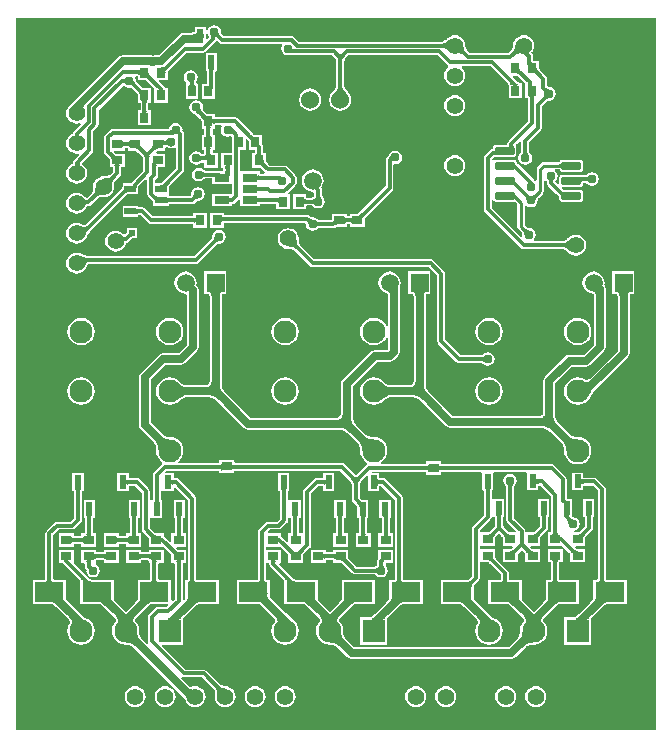
<source format=gbl>
G04*
G04 #@! TF.GenerationSoftware,Altium Limited,Altium Designer,21.8.1 (53)*
G04*
G04 Layer_Physical_Order=2*
G04 Layer_Color=16711680*
%FSLAX23Y23*%
%MOIN*%
G70*
G04*
G04 #@! TF.SameCoordinates,D94B3AED-94FA-482B-8DCC-F6CB08C1A555*
G04*
G04*
G04 #@! TF.FilePolarity,Positive*
G04*
G01*
G75*
%ADD10C,0.010*%
%ADD24R,0.035X0.031*%
%ADD25R,0.031X0.035*%
G04:AMPARAMS|DCode=28|XSize=26mil|YSize=65mil|CornerRadius=2mil|HoleSize=0mil|Usage=FLASHONLY|Rotation=90.000|XOffset=0mil|YOffset=0mil|HoleType=Round|Shape=RoundedRectangle|*
%AMROUNDEDRECTD28*
21,1,0.026,0.061,0,0,90.0*
21,1,0.022,0.065,0,0,90.0*
1,1,0.004,0.031,0.011*
1,1,0.004,0.031,-0.011*
1,1,0.004,-0.031,-0.011*
1,1,0.004,-0.031,0.011*
%
%ADD28ROUNDEDRECTD28*%
%ADD29R,0.028X0.035*%
%ADD49C,0.012*%
%ADD50C,0.025*%
%ADD51C,0.060*%
%ADD52C,0.059*%
%ADD53C,0.250*%
%ADD54C,0.055*%
%ADD55R,0.059X0.059*%
%ADD56C,0.077*%
%ADD57R,0.077X0.077*%
%ADD58C,0.020*%
%ADD59C,0.031*%
%ADD60R,0.020X0.020*%
%ADD61R,0.039X0.024*%
%ADD62R,0.024X0.045*%
%ADD63R,0.051X0.028*%
%ADD64R,0.098X0.067*%
G36*
X6772Y4942D02*
X6772Y2568D01*
X4638Y2568D01*
Y4942D01*
X6772Y4942D01*
D02*
G37*
%LPC*%
G36*
X5298Y4918D02*
X5290Y4916D01*
X5282Y4911D01*
X5277Y4904D01*
X5276Y4895D01*
X5277Y4886D01*
X5282Y4880D01*
X5282Y4880D01*
X5282Y4878D01*
X5275Y4872D01*
X5271Y4874D01*
Y4877D01*
X5272Y4882D01*
X5271Y4888D01*
Y4912D01*
X5233D01*
Y4897D01*
X5233Y4897D01*
X5233Y4897D01*
X5232Y4896D01*
X5232Y4896D01*
X5231Y4895D01*
X5229Y4894D01*
X5226Y4894D01*
X5223Y4893D01*
X5221Y4893D01*
X5198D01*
X5190Y4891D01*
X5184Y4887D01*
X5114Y4817D01*
X5097D01*
X5094Y4816D01*
X5090Y4817D01*
X4993D01*
X4985Y4816D01*
X4979Y4811D01*
X4826Y4659D01*
X4825Y4657D01*
X4823Y4655D01*
X4823Y4655D01*
X4815Y4650D01*
X4810Y4642D01*
X4806Y4634D01*
X4805Y4625D01*
X4806Y4616D01*
X4810Y4608D01*
X4815Y4600D01*
X4823Y4595D01*
X4831Y4591D01*
X4840Y4590D01*
X4849Y4591D01*
X4852Y4592D01*
X4855Y4588D01*
X4831Y4564D01*
X4828Y4560D01*
X4827Y4557D01*
X4823Y4555D01*
X4815Y4550D01*
X4810Y4542D01*
X4806Y4534D01*
X4805Y4525D01*
X4806Y4516D01*
X4810Y4508D01*
X4815Y4500D01*
X4823Y4495D01*
X4831Y4491D01*
X4840Y4490D01*
X4845Y4491D01*
X4847Y4486D01*
X4833Y4472D01*
X4830Y4468D01*
X4829Y4463D01*
Y4461D01*
X4829Y4460D01*
X4829Y4459D01*
X4829Y4459D01*
X4829Y4458D01*
X4828Y4458D01*
X4828Y4458D01*
X4828Y4458D01*
X4828Y4458D01*
X4827Y4457D01*
X4827Y4457D01*
X4823Y4455D01*
X4815Y4450D01*
X4810Y4442D01*
X4806Y4434D01*
X4805Y4425D01*
X4806Y4416D01*
X4810Y4408D01*
X4815Y4400D01*
X4823Y4395D01*
X4831Y4391D01*
X4840Y4390D01*
X4849Y4391D01*
X4857Y4395D01*
X4865Y4400D01*
X4870Y4408D01*
X4874Y4416D01*
X4875Y4425D01*
X4874Y4434D01*
X4870Y4442D01*
X4865Y4450D01*
X4859Y4454D01*
X4858Y4459D01*
X4858Y4460D01*
X4890Y4491D01*
X4893Y4496D01*
X4894Y4501D01*
Y4542D01*
X4893Y4544D01*
Y4563D01*
X4909Y4578D01*
X4912Y4583D01*
X4913Y4588D01*
Y4636D01*
X4993Y4716D01*
X4993Y4716D01*
X4999Y4716D01*
X5006Y4711D01*
X5015Y4710D01*
X5018Y4710D01*
X5019Y4710D01*
X5020Y4710D01*
X5020Y4710D01*
X5021Y4710D01*
X5021Y4710D01*
X5022Y4710D01*
X5022Y4710D01*
X5023Y4709D01*
X5023Y4709D01*
X5024Y4709D01*
X5039Y4693D01*
X5041Y4691D01*
X5042Y4690D01*
X5043Y4688D01*
X5043Y4688D01*
Y4660D01*
X5053D01*
X5053Y4660D01*
X5053Y4659D01*
X5053Y4658D01*
Y4637D01*
X5053Y4636D01*
X5053Y4635D01*
X5053Y4635D01*
X5043D01*
Y4585D01*
X5089D01*
Y4635D01*
X5080D01*
X5080Y4635D01*
X5080Y4636D01*
X5079Y4637D01*
Y4658D01*
X5080Y4659D01*
X5080Y4660D01*
X5080Y4660D01*
X5089D01*
Y4710D01*
X5061D01*
X5060Y4710D01*
X5057Y4713D01*
X5040Y4730D01*
X5040Y4730D01*
X5040Y4730D01*
X5039Y4731D01*
X5039Y4732D01*
X5038Y4733D01*
X5038Y4734D01*
X5038Y4734D01*
X5038Y4735D01*
X5037Y4736D01*
X5037Y4737D01*
X5036Y4741D01*
X5035Y4743D01*
X5037Y4748D01*
X5041D01*
X5042Y4748D01*
X5043Y4747D01*
X5043Y4747D01*
Y4735D01*
X5071D01*
X5072Y4735D01*
X5076Y4732D01*
X5099Y4709D01*
Y4660D01*
X5144D01*
Y4710D01*
X5134D01*
X5134Y4710D01*
X5131Y4714D01*
X5114Y4731D01*
X5116Y4735D01*
X5144D01*
Y4763D01*
X5144Y4763D01*
X5145Y4765D01*
X5148Y4768D01*
X5206Y4826D01*
X5262D01*
X5267Y4827D01*
X5271Y4830D01*
X5304Y4864D01*
X5305Y4864D01*
X5310Y4865D01*
X5315Y4859D01*
X5320Y4856D01*
X5325Y4855D01*
X5523D01*
X5525Y4851D01*
X5524Y4849D01*
X5522Y4840D01*
X5524Y4831D01*
X5529Y4824D01*
X5536Y4819D01*
X5545Y4817D01*
X5548Y4818D01*
X5691D01*
X5701Y4808D01*
X5702Y4807D01*
X5703Y4806D01*
X5703Y4804D01*
X5704Y4803D01*
X5705Y4801D01*
X5705Y4800D01*
X5705Y4798D01*
X5706Y4797D01*
Y4716D01*
X5705Y4714D01*
X5705Y4713D01*
X5704Y4711D01*
X5703Y4709D01*
X5701Y4707D01*
X5700Y4704D01*
X5695Y4699D01*
X5693Y4697D01*
X5692Y4696D01*
X5686Y4689D01*
X5683Y4680D01*
X5681Y4670D01*
X5683Y4660D01*
X5686Y4651D01*
X5692Y4644D01*
X5700Y4638D01*
X5709Y4634D01*
X5719Y4633D01*
X5728Y4634D01*
X5737Y4638D01*
X5745Y4644D01*
X5751Y4651D01*
X5755Y4660D01*
X5756Y4670D01*
X5755Y4680D01*
X5751Y4689D01*
X5745Y4696D01*
X5744Y4697D01*
X5740Y4702D01*
X5738Y4704D01*
X5736Y4707D01*
X5735Y4709D01*
X5734Y4711D01*
X5733Y4713D01*
X5732Y4714D01*
X5732Y4716D01*
Y4797D01*
X5732Y4798D01*
X5733Y4800D01*
X5733Y4801D01*
X5734Y4803D01*
X5734Y4804D01*
X5735Y4806D01*
X5736Y4807D01*
X5737Y4808D01*
X5746Y4818D01*
X6044D01*
X6077Y4785D01*
X6079Y4783D01*
X6079Y4777D01*
X6075Y4775D01*
X6070Y4767D01*
X6066Y4759D01*
X6065Y4750D01*
X6066Y4741D01*
X6070Y4733D01*
X6075Y4725D01*
X6083Y4720D01*
X6091Y4716D01*
X6100Y4715D01*
X6109Y4716D01*
X6117Y4720D01*
X6125Y4725D01*
X6130Y4733D01*
X6134Y4741D01*
X6135Y4750D01*
X6134Y4759D01*
X6130Y4767D01*
X6125Y4775D01*
X6123Y4776D01*
X6125Y4781D01*
X6221D01*
X6279Y4722D01*
X6280Y4719D01*
X6280Y4718D01*
X6280Y4717D01*
Y4675D01*
X6325D01*
Y4718D01*
X6325Y4718D01*
X6325Y4718D01*
Y4725D01*
X6319D01*
X6318Y4725D01*
X6317Y4725D01*
X6316Y4725D01*
X6315Y4726D01*
X6313Y4727D01*
X6312Y4728D01*
X6306Y4733D01*
X6293Y4746D01*
X6295Y4750D01*
X6303D01*
X6303Y4750D01*
X6303Y4750D01*
X6308D01*
X6309Y4750D01*
X6312Y4747D01*
X6335Y4724D01*
Y4718D01*
X6335Y4718D01*
X6335Y4718D01*
Y4675D01*
X6344D01*
X6344Y4675D01*
X6344Y4674D01*
X6344Y4673D01*
Y4597D01*
X6280Y4532D01*
X6277Y4528D01*
X6276Y4523D01*
Y4520D01*
X6276Y4520D01*
X6236D01*
X6233Y4519D01*
X6230Y4517D01*
X6228Y4514D01*
X6227Y4511D01*
Y4506D01*
X6223Y4506D01*
X6219Y4503D01*
X6201Y4484D01*
X6198Y4480D01*
X6197Y4475D01*
Y4305D01*
X6198Y4300D01*
X6201Y4296D01*
X6321Y4176D01*
X6325Y4173D01*
X6330Y4172D01*
X6462D01*
X6463Y4172D01*
X6464Y4171D01*
X6466Y4170D01*
X6468Y4169D01*
X6470Y4168D01*
X6472Y4167D01*
X6476Y4163D01*
X6478Y4161D01*
X6479Y4160D01*
X6486Y4155D01*
X6495Y4151D01*
X6504Y4150D01*
X6513Y4151D01*
X6521Y4155D01*
X6528Y4160D01*
X6534Y4168D01*
X6537Y4176D01*
X6538Y4185D01*
X6537Y4194D01*
X6534Y4202D01*
X6528Y4210D01*
X6521Y4215D01*
X6513Y4219D01*
X6504Y4220D01*
X6495Y4219D01*
X6486Y4215D01*
X6479Y4210D01*
X6478Y4209D01*
X6476Y4207D01*
X6474Y4205D01*
X6472Y4203D01*
X6470Y4202D01*
X6468Y4201D01*
X6466Y4200D01*
X6464Y4199D01*
X6463Y4198D01*
X6462Y4198D01*
X6365D01*
X6363Y4203D01*
X6364Y4204D01*
X6369Y4211D01*
X6371Y4220D01*
X6369Y4229D01*
X6364Y4236D01*
X6357Y4241D01*
X6348Y4243D01*
X6346Y4243D01*
X6345Y4243D01*
X6344Y4243D01*
X6344Y4243D01*
X6343Y4243D01*
X6342Y4244D01*
X6341Y4244D01*
X6341Y4244D01*
X6340Y4245D01*
X6334Y4251D01*
Y4316D01*
X6336Y4317D01*
X6339Y4318D01*
X6346Y4313D01*
X6355Y4311D01*
X6364Y4313D01*
X6371Y4318D01*
X6376Y4325D01*
X6378Y4334D01*
X6378Y4335D01*
X6378Y4336D01*
X6378Y4337D01*
X6378Y4338D01*
X6378Y4339D01*
X6378Y4339D01*
X6379Y4340D01*
X6379Y4341D01*
X6379Y4341D01*
X6380Y4342D01*
X6394Y4356D01*
X6396Y4360D01*
X6397Y4364D01*
Y4400D01*
X6402Y4401D01*
X6404Y4399D01*
X6407Y4397D01*
X6407Y4395D01*
Y4393D01*
X6408Y4388D01*
X6411Y4383D01*
X6438Y4356D01*
X6443Y4353D01*
X6443Y4353D01*
X6446Y4349D01*
X6447Y4348D01*
X6448Y4347D01*
X6449Y4346D01*
X6449Y4345D01*
Y4339D01*
X6450Y4336D01*
X6452Y4333D01*
X6455Y4331D01*
X6459Y4330D01*
X6520D01*
X6523Y4331D01*
X6526Y4333D01*
X6528Y4336D01*
X6529Y4339D01*
Y4361D01*
X6528Y4364D01*
X6526Y4367D01*
X6523Y4369D01*
X6520Y4370D01*
X6460D01*
X6460Y4371D01*
X6457Y4374D01*
X6456Y4376D01*
X6459Y4380D01*
X6459Y4380D01*
X6520D01*
X6523Y4381D01*
X6526Y4383D01*
X6528Y4386D01*
X6529Y4389D01*
Y4391D01*
X6529Y4391D01*
X6530Y4392D01*
X6531Y4392D01*
X6536D01*
X6536Y4392D01*
X6537Y4392D01*
X6538Y4391D01*
X6539Y4391D01*
X6539Y4391D01*
X6540Y4390D01*
X6541Y4390D01*
X6541Y4390D01*
X6542Y4389D01*
X6549Y4384D01*
X6558Y4382D01*
X6567Y4384D01*
X6574Y4389D01*
X6579Y4396D01*
X6581Y4405D01*
X6579Y4414D01*
X6574Y4421D01*
X6567Y4426D01*
X6558Y4428D01*
X6549Y4426D01*
X6542Y4421D01*
X6541Y4420D01*
X6541Y4420D01*
X6540Y4420D01*
X6539Y4419D01*
X6539Y4419D01*
X6538Y4419D01*
X6537Y4418D01*
X6536Y4418D01*
X6536Y4418D01*
X6528D01*
X6525Y4418D01*
X6524Y4419D01*
X6524Y4419D01*
X6524Y4419D01*
X6523Y4419D01*
X6520Y4420D01*
X6459D01*
X6455Y4419D01*
X6452Y4417D01*
X6450Y4414D01*
X6449Y4411D01*
Y4389D01*
X6449Y4389D01*
X6445Y4387D01*
X6436Y4396D01*
X6436Y4399D01*
X6441Y4406D01*
X6443Y4415D01*
X6441Y4424D01*
X6436Y4431D01*
X6434Y4433D01*
X6435Y4438D01*
X6449D01*
X6449Y4438D01*
X6450Y4438D01*
X6450Y4436D01*
X6452Y4433D01*
X6455Y4431D01*
X6459Y4430D01*
X6520D01*
X6523Y4431D01*
X6526Y4433D01*
X6528Y4436D01*
X6529Y4439D01*
Y4461D01*
X6528Y4464D01*
X6526Y4467D01*
X6523Y4469D01*
X6520Y4470D01*
X6459D01*
X6455Y4469D01*
X6452Y4467D01*
X6450Y4464D01*
X6450Y4462D01*
X6449Y4462D01*
X6449Y4462D01*
X6398D01*
X6393Y4461D01*
X6389Y4459D01*
X6376Y4446D01*
X6374Y4442D01*
X6373Y4437D01*
Y4401D01*
X6368Y4399D01*
X6368Y4399D01*
X6365Y4401D01*
X6364Y4402D01*
X6313Y4454D01*
X6311Y4456D01*
X6308Y4459D01*
X6307Y4461D01*
X6306Y4462D01*
X6306Y4462D01*
X6306Y4462D01*
X6306Y4463D01*
X6306Y4463D01*
X6306Y4463D01*
X6306Y4464D01*
X6304Y4467D01*
X6301Y4469D01*
X6297Y4470D01*
X6236D01*
X6233Y4469D01*
X6230Y4468D01*
X6227Y4468D01*
X6225Y4469D01*
X6225Y4470D01*
X6225Y4471D01*
X6234Y4480D01*
X6260D01*
X6260Y4480D01*
X6297D01*
X6301Y4481D01*
X6304Y4483D01*
X6306Y4486D01*
X6306Y4489D01*
Y4511D01*
X6306Y4514D01*
X6305Y4516D01*
X6304Y4517D01*
X6306Y4521D01*
X6307Y4521D01*
X6317Y4532D01*
X6322Y4530D01*
Y4497D01*
X6322Y4497D01*
X6322Y4496D01*
X6322Y4495D01*
X6321Y4494D01*
X6321Y4493D01*
X6321Y4493D01*
X6320Y4492D01*
X6320Y4492D01*
X6319Y4491D01*
X6314Y4484D01*
X6312Y4475D01*
X6314Y4466D01*
X6319Y4459D01*
X6327Y4454D01*
X6335Y4452D01*
X6344Y4454D01*
X6352Y4459D01*
X6357Y4466D01*
X6358Y4475D01*
X6357Y4484D01*
X6352Y4491D01*
X6350Y4492D01*
X6350Y4492D01*
X6350Y4493D01*
X6349Y4493D01*
X6349Y4494D01*
X6349Y4495D01*
X6349Y4496D01*
X6349Y4497D01*
X6349Y4497D01*
Y4527D01*
X6386Y4565D01*
X6389Y4569D01*
X6390Y4574D01*
Y4646D01*
X6408Y4665D01*
X6409Y4665D01*
X6409Y4665D01*
X6410Y4666D01*
X6411Y4666D01*
X6411Y4666D01*
X6412Y4666D01*
X6413Y4667D01*
X6413Y4667D01*
X6414Y4666D01*
X6423Y4668D01*
X6431Y4673D01*
X6436Y4681D01*
X6437Y4689D01*
X6436Y4698D01*
X6431Y4706D01*
X6423Y4711D01*
X6414Y4712D01*
X6414Y4712D01*
X6409Y4715D01*
Y4739D01*
X6408Y4744D01*
X6405Y4748D01*
X6384Y4770D01*
X6383Y4771D01*
X6382Y4772D01*
X6381Y4774D01*
X6380Y4775D01*
Y4779D01*
X6380Y4779D01*
X6380Y4779D01*
Y4800D01*
X6361D01*
X6361Y4800D01*
X6361Y4801D01*
X6361Y4802D01*
Y4815D01*
X6360Y4820D01*
X6357Y4824D01*
X6356Y4825D01*
X6356Y4826D01*
X6356Y4826D01*
X6356Y4826D01*
X6356Y4826D01*
X6356Y4826D01*
X6356Y4827D01*
X6356Y4827D01*
X6357Y4828D01*
X6357Y4829D01*
X6358Y4829D01*
X6360Y4833D01*
X6364Y4841D01*
X6365Y4850D01*
X6364Y4859D01*
X6360Y4867D01*
X6355Y4875D01*
X6347Y4880D01*
X6339Y4884D01*
X6330Y4885D01*
X6321Y4884D01*
X6313Y4880D01*
X6305Y4875D01*
X6300Y4867D01*
X6296Y4859D01*
X6296Y4856D01*
X6296Y4856D01*
X6295Y4852D01*
X6294Y4849D01*
X6293Y4843D01*
X6292Y4841D01*
X6291Y4839D01*
X6290Y4837D01*
X6289Y4835D01*
X6289Y4834D01*
X6280Y4826D01*
X6150D01*
X6141Y4834D01*
X6141Y4835D01*
X6140Y4837D01*
X6139Y4839D01*
X6138Y4841D01*
X6137Y4843D01*
X6135Y4852D01*
X6134Y4856D01*
X6134Y4856D01*
X6134Y4859D01*
X6130Y4867D01*
X6125Y4875D01*
X6117Y4880D01*
X6109Y4884D01*
X6100Y4885D01*
X6091Y4884D01*
X6083Y4880D01*
X6075Y4875D01*
X6075Y4874D01*
X6073Y4872D01*
X6071Y4870D01*
X6068Y4868D01*
X6066Y4867D01*
X6064Y4866D01*
X6063Y4865D01*
X6061Y4864D01*
X6059Y4863D01*
X6058Y4863D01*
X5581D01*
X5566Y4878D01*
X5562Y4881D01*
X5557Y4882D01*
X5330D01*
X5323Y4889D01*
X5323Y4889D01*
X5323Y4890D01*
X5322Y4891D01*
X5322Y4891D01*
X5322Y4892D01*
X5321Y4893D01*
X5321Y4893D01*
X5321Y4894D01*
X5321Y4895D01*
X5320Y4904D01*
X5315Y4911D01*
X5307Y4916D01*
X5298Y4918D01*
D02*
G37*
G36*
X5308Y4824D02*
X5270D01*
Y4771D01*
X5270Y4771D01*
X5270Y4771D01*
Y4764D01*
X5276D01*
X5276Y4764D01*
X5276Y4763D01*
X5276Y4762D01*
Y4725D01*
X5276Y4724D01*
X5276Y4723D01*
X5276Y4723D01*
X5259D01*
Y4673D01*
X5300D01*
Y4701D01*
X5301Y4703D01*
X5302Y4708D01*
Y4762D01*
X5302Y4763D01*
X5303Y4764D01*
X5303Y4764D01*
X5308D01*
Y4771D01*
X5308Y4771D01*
X5308Y4771D01*
Y4824D01*
D02*
G37*
G36*
X5220Y4768D02*
X5211Y4766D01*
X5204Y4761D01*
X5199Y4754D01*
X5197Y4745D01*
X5199Y4736D01*
X5204Y4729D01*
X5205Y4728D01*
X5204Y4723D01*
X5203D01*
Y4673D01*
X5245D01*
Y4723D01*
X5241D01*
X5238Y4728D01*
X5238Y4729D01*
X5238Y4729D01*
X5238Y4730D01*
X5238Y4731D01*
X5239Y4732D01*
X5239Y4733D01*
X5240Y4734D01*
X5240Y4734D01*
X5241Y4736D01*
X5243Y4745D01*
X5241Y4754D01*
X5236Y4761D01*
X5229Y4766D01*
X5220Y4768D01*
D02*
G37*
G36*
X5619Y4707D02*
X5609Y4706D01*
X5600Y4702D01*
X5592Y4696D01*
X5586Y4689D01*
X5583Y4680D01*
X5581Y4670D01*
X5583Y4660D01*
X5586Y4651D01*
X5592Y4644D01*
X5600Y4638D01*
X5609Y4634D01*
X5619Y4633D01*
X5628Y4634D01*
X5637Y4638D01*
X5645Y4644D01*
X5651Y4651D01*
X5655Y4660D01*
X5656Y4670D01*
X5655Y4680D01*
X5651Y4689D01*
X5645Y4696D01*
X5637Y4702D01*
X5628Y4706D01*
X5619Y4707D01*
D02*
G37*
G36*
X6100Y4685D02*
X6091Y4684D01*
X6083Y4680D01*
X6075Y4675D01*
X6070Y4667D01*
X6066Y4659D01*
X6065Y4650D01*
X6066Y4641D01*
X6070Y4633D01*
X6075Y4625D01*
X6083Y4620D01*
X6091Y4616D01*
X6100Y4615D01*
X6109Y4616D01*
X6117Y4620D01*
X6125Y4625D01*
X6130Y4633D01*
X6134Y4641D01*
X6135Y4650D01*
X6134Y4659D01*
X6130Y4667D01*
X6125Y4675D01*
X6117Y4680D01*
X6109Y4684D01*
X6100Y4685D01*
D02*
G37*
G36*
X5902Y4500D02*
X5893Y4498D01*
X5885Y4493D01*
X5880Y4486D01*
X5873Y4479D01*
X5871Y4474D01*
X5870Y4469D01*
Y4381D01*
X5786Y4297D01*
X5782Y4293D01*
X5779Y4292D01*
X5778Y4291D01*
X5777Y4290D01*
X5750D01*
Y4281D01*
X5750Y4281D01*
X5749Y4281D01*
X5748Y4281D01*
X5742D01*
X5741Y4281D01*
X5740Y4281D01*
X5740Y4281D01*
Y4290D01*
X5690D01*
Y4268D01*
X5648D01*
X5648Y4268D01*
X5647Y4268D01*
X5647Y4269D01*
X5646Y4269D01*
X5645Y4269D01*
X5645Y4270D01*
X5644Y4270D01*
X5644Y4270D01*
X5643Y4271D01*
X5636Y4276D01*
X5627Y4278D01*
X5626Y4278D01*
X5625Y4278D01*
X5624Y4278D01*
X5624Y4278D01*
X5623Y4278D01*
X5622Y4279D01*
X5622Y4279D01*
X5621Y4280D01*
X5621Y4280D01*
X5618Y4282D01*
X5614Y4285D01*
X5609Y4286D01*
X5332D01*
X5331Y4286D01*
X5330Y4286D01*
X5330Y4286D01*
Y4292D01*
X5284D01*
Y4243D01*
X5330D01*
Y4259D01*
X5330Y4259D01*
X5331Y4259D01*
X5332Y4259D01*
X5601D01*
X5604Y4255D01*
X5606Y4246D01*
X5611Y4239D01*
X5618Y4234D01*
X5627Y4232D01*
X5636Y4234D01*
X5643Y4239D01*
X5644Y4240D01*
X5644Y4240D01*
X5645Y4240D01*
X5645Y4241D01*
X5646Y4241D01*
X5647Y4241D01*
X5647Y4242D01*
X5648Y4242D01*
X5648Y4242D01*
X5696D01*
X5701Y4243D01*
X5704Y4245D01*
X5705D01*
X5707Y4245D01*
X5740D01*
Y4254D01*
X5740Y4254D01*
X5741Y4254D01*
X5742Y4254D01*
X5748D01*
X5749Y4254D01*
X5750Y4254D01*
X5750Y4254D01*
Y4245D01*
X5800D01*
Y4268D01*
X5800Y4268D01*
X5800Y4268D01*
Y4273D01*
X5800Y4274D01*
X5803Y4277D01*
X5892Y4366D01*
X5895Y4370D01*
X5896Y4375D01*
Y4451D01*
X5900Y4454D01*
X5902Y4454D01*
X5910Y4455D01*
X5918Y4460D01*
X5923Y4468D01*
X5924Y4477D01*
X5923Y4485D01*
X5918Y4493D01*
X5910Y4498D01*
X5902Y4500D01*
D02*
G37*
G36*
X5239Y4667D02*
X5230Y4666D01*
X5223Y4661D01*
X5218Y4653D01*
X5216Y4644D01*
X5218Y4636D01*
X5223Y4628D01*
X5230Y4623D01*
X5232Y4623D01*
X5233Y4623D01*
X5235Y4622D01*
X5235Y4622D01*
X5237Y4620D01*
X5238Y4620D01*
X5239Y4619D01*
X5252Y4606D01*
X5254Y4604D01*
X5255Y4602D01*
X5256Y4601D01*
X5257Y4600D01*
Y4573D01*
X5266D01*
X5266Y4572D01*
X5266Y4571D01*
X5266Y4570D01*
Y4554D01*
X5266Y4553D01*
X5266Y4552D01*
X5266Y4552D01*
X5257D01*
Y4503D01*
X5266D01*
X5266Y4502D01*
X5266Y4501D01*
X5266Y4500D01*
Y4492D01*
X5265D01*
Y4491D01*
X5264Y4491D01*
X5260Y4488D01*
X5259Y4489D01*
X5258Y4489D01*
X5258Y4489D01*
X5257Y4489D01*
X5256Y4490D01*
X5256Y4490D01*
X5255Y4491D01*
X5248Y4496D01*
X5239Y4498D01*
X5230Y4496D01*
X5223Y4491D01*
X5218Y4484D01*
X5216Y4475D01*
X5218Y4466D01*
X5223Y4459D01*
X5230Y4454D01*
X5239Y4452D01*
X5248Y4454D01*
X5255Y4459D01*
X5256Y4460D01*
X5256Y4460D01*
X5257Y4460D01*
X5258Y4461D01*
X5258Y4461D01*
X5259Y4461D01*
X5260Y4462D01*
X5264Y4459D01*
X5265Y4459D01*
Y4443D01*
X5310D01*
Y4492D01*
X5293D01*
X5293Y4492D01*
X5293Y4494D01*
X5293Y4494D01*
Y4500D01*
X5293Y4501D01*
X5293Y4502D01*
X5293Y4503D01*
X5302D01*
Y4552D01*
X5293D01*
X5293Y4552D01*
X5293Y4553D01*
X5293Y4554D01*
Y4570D01*
X5293Y4571D01*
X5293Y4572D01*
X5293Y4573D01*
X5302D01*
Y4584D01*
X5302Y4584D01*
X5304Y4584D01*
X5304Y4584D01*
X5321D01*
X5323Y4580D01*
X5321Y4577D01*
X5320Y4568D01*
X5321Y4559D01*
X5326Y4552D01*
X5334Y4547D01*
X5343Y4545D01*
X5351Y4547D01*
X5353Y4548D01*
X5358Y4545D01*
Y4545D01*
X5358Y4545D01*
X5358Y4545D01*
Y4545D01*
X5358Y4545D01*
X5358Y4545D01*
Y4510D01*
X5358Y4510D01*
X5358Y4510D01*
Y4503D01*
X5358D01*
X5358Y4501D01*
Y4492D01*
X5320D01*
Y4443D01*
X5329D01*
X5329Y4443D01*
X5329Y4441D01*
X5329Y4440D01*
Y4433D01*
X5329Y4432D01*
X5329Y4431D01*
X5329Y4431D01*
X5322D01*
X5319Y4432D01*
X5314Y4433D01*
X5268D01*
X5268Y4433D01*
X5267Y4433D01*
X5267Y4434D01*
X5266Y4434D01*
X5265Y4434D01*
X5265Y4435D01*
X5264Y4435D01*
X5264Y4435D01*
X5263Y4436D01*
X5256Y4441D01*
X5247Y4443D01*
X5238Y4441D01*
X5231Y4436D01*
X5226Y4429D01*
X5224Y4420D01*
X5226Y4411D01*
X5231Y4404D01*
X5238Y4399D01*
X5247Y4397D01*
X5256Y4399D01*
X5263Y4404D01*
X5264Y4405D01*
X5264Y4405D01*
X5265Y4405D01*
X5265Y4406D01*
X5266Y4406D01*
X5267Y4406D01*
X5267Y4407D01*
X5268Y4407D01*
X5268Y4407D01*
X5290D01*
X5290Y4407D01*
X5292Y4406D01*
X5292Y4406D01*
Y4389D01*
X5357D01*
X5358Y4385D01*
Y4360D01*
X5357Y4356D01*
X5292D01*
Y4314D01*
X5357D01*
Y4322D01*
X5359D01*
X5364Y4323D01*
X5369Y4326D01*
X5381Y4338D01*
X5381Y4338D01*
X5386Y4337D01*
Y4314D01*
X5452D01*
Y4321D01*
X5452Y4321D01*
X5453Y4322D01*
X5454Y4322D01*
X5502D01*
X5503Y4322D01*
X5504Y4321D01*
X5505Y4321D01*
Y4305D01*
X5550D01*
Y4355D01*
X5548D01*
X5546Y4359D01*
X5569Y4382D01*
X5572Y4387D01*
X5573Y4392D01*
Y4410D01*
X5572Y4415D01*
X5569Y4419D01*
X5542Y4447D01*
X5538Y4449D01*
X5533Y4450D01*
X5524D01*
X5522Y4450D01*
X5484D01*
X5477Y4456D01*
X5473Y4461D01*
X5472Y4463D01*
X5470Y4465D01*
X5470Y4465D01*
Y4492D01*
X5461D01*
X5461Y4492D01*
X5461Y4494D01*
X5461Y4494D01*
Y4513D01*
X5460Y4519D01*
X5458Y4521D01*
Y4552D01*
X5433D01*
X5432Y4553D01*
X5428Y4556D01*
X5377Y4607D01*
X5373Y4610D01*
X5368Y4611D01*
X5304D01*
X5304Y4611D01*
X5302Y4611D01*
X5302Y4611D01*
Y4622D01*
X5274D01*
X5273Y4623D01*
X5270Y4626D01*
X5261Y4634D01*
X5261Y4634D01*
X5261Y4635D01*
X5261Y4635D01*
X5260Y4636D01*
X5260Y4636D01*
X5260Y4636D01*
X5262Y4644D01*
X5260Y4653D01*
X5255Y4661D01*
X5248Y4666D01*
X5239Y4667D01*
D02*
G37*
G36*
X6100Y4485D02*
X6091Y4484D01*
X6083Y4480D01*
X6075Y4475D01*
X6070Y4467D01*
X6066Y4459D01*
X6065Y4450D01*
X6066Y4441D01*
X6070Y4433D01*
X6075Y4425D01*
X6083Y4420D01*
X6091Y4416D01*
X6100Y4415D01*
X6109Y4416D01*
X6117Y4420D01*
X6125Y4425D01*
X6130Y4433D01*
X6134Y4441D01*
X6135Y4450D01*
X6134Y4459D01*
X6130Y4467D01*
X6125Y4475D01*
X6117Y4480D01*
X6109Y4484D01*
X6100Y4485D01*
D02*
G37*
G36*
X5627Y4437D02*
X5617Y4436D01*
X5608Y4432D01*
X5601Y4426D01*
X5595Y4419D01*
X5591Y4410D01*
X5590Y4400D01*
X5591Y4391D01*
X5595Y4382D01*
X5601Y4374D01*
X5608Y4368D01*
X5617Y4365D01*
X5627Y4363D01*
X5632Y4359D01*
Y4352D01*
X5632Y4352D01*
X5632Y4351D01*
X5631Y4350D01*
X5631Y4349D01*
X5631Y4348D01*
X5630Y4348D01*
X5630Y4347D01*
X5630Y4347D01*
X5629Y4346D01*
X5628Y4345D01*
X5628Y4345D01*
X5627Y4345D01*
X5627Y4344D01*
X5626Y4344D01*
X5625Y4344D01*
X5624Y4343D01*
X5623Y4343D01*
X5623Y4343D01*
X5608D01*
X5607Y4343D01*
X5606Y4344D01*
X5605Y4344D01*
Y4355D01*
X5560D01*
Y4305D01*
X5605D01*
Y4316D01*
X5606Y4316D01*
X5607Y4317D01*
X5608Y4317D01*
X5623D01*
X5623Y4317D01*
X5624Y4317D01*
X5625Y4316D01*
X5626Y4316D01*
X5627Y4316D01*
X5627Y4315D01*
X5628Y4315D01*
X5628Y4315D01*
X5629Y4314D01*
X5636Y4309D01*
X5645Y4307D01*
X5654Y4309D01*
X5661Y4314D01*
X5666Y4321D01*
X5668Y4330D01*
X5666Y4339D01*
X5661Y4346D01*
X5660Y4347D01*
X5660Y4347D01*
X5660Y4348D01*
X5659Y4348D01*
X5659Y4349D01*
X5659Y4350D01*
X5658Y4351D01*
X5658Y4352D01*
X5658Y4352D01*
Y4370D01*
X5657Y4375D01*
X5655Y4377D01*
X5659Y4382D01*
X5662Y4391D01*
X5664Y4400D01*
X5662Y4410D01*
X5659Y4419D01*
X5653Y4426D01*
X5645Y4432D01*
X5636Y4436D01*
X5627Y4437D01*
D02*
G37*
G36*
X5170Y4593D02*
X5161Y4591D01*
X5154Y4586D01*
X5149Y4579D01*
X5148Y4573D01*
X5148Y4573D01*
X5148Y4573D01*
X4962D01*
X4957Y4572D01*
X4952Y4569D01*
X4946Y4563D01*
X4943Y4561D01*
X4935Y4553D01*
X4932Y4549D01*
X4931Y4544D01*
Y4496D01*
X4932Y4491D01*
X4935Y4487D01*
X4946Y4476D01*
X4948Y4474D01*
X4949Y4472D01*
X4950Y4471D01*
Y4445D01*
X4961D01*
X4961Y4444D01*
X4962Y4443D01*
X4962Y4442D01*
Y4430D01*
X4950Y4419D01*
X4949Y4418D01*
X4948Y4417D01*
X4946Y4417D01*
X4944Y4416D01*
X4942Y4416D01*
X4940Y4415D01*
X4934Y4415D01*
X4931Y4415D01*
X4930Y4415D01*
X4921Y4414D01*
X4913Y4410D01*
X4905Y4405D01*
X4900Y4397D01*
X4896Y4389D01*
X4895Y4380D01*
X4895Y4379D01*
X4895Y4376D01*
X4895Y4373D01*
X4895Y4371D01*
X4894Y4368D01*
X4894Y4366D01*
X4893Y4364D01*
X4893Y4362D01*
X4892Y4361D01*
X4891Y4360D01*
X4875Y4343D01*
X4869Y4344D01*
X4865Y4350D01*
X4857Y4355D01*
X4849Y4359D01*
X4840Y4360D01*
X4831Y4359D01*
X4823Y4355D01*
X4815Y4350D01*
X4810Y4342D01*
X4806Y4334D01*
X4805Y4325D01*
X4806Y4316D01*
X4810Y4308D01*
X4815Y4300D01*
X4823Y4295D01*
X4831Y4291D01*
X4840Y4290D01*
X4849Y4291D01*
X4857Y4295D01*
X4865Y4300D01*
X4870Y4308D01*
X4872Y4312D01*
X4872Y4313D01*
X4873Y4313D01*
X4873Y4313D01*
X4873Y4313D01*
X4873Y4314D01*
X4873Y4314D01*
X4874Y4314D01*
X4874Y4314D01*
X4875Y4314D01*
X4876Y4314D01*
X4878D01*
X4883Y4315D01*
X4887Y4318D01*
X4910Y4341D01*
X4911Y4342D01*
X4912Y4343D01*
X4914Y4343D01*
X4916Y4344D01*
X4918Y4344D01*
X4920Y4345D01*
X4926Y4345D01*
X4929Y4345D01*
X4930Y4345D01*
X4939Y4346D01*
X4947Y4350D01*
X4955Y4355D01*
X4960Y4363D01*
X4964Y4371D01*
X4965Y4380D01*
X4965Y4381D01*
X4965Y4384D01*
X4965Y4387D01*
X4965Y4389D01*
X4966Y4392D01*
X4966Y4394D01*
X4967Y4396D01*
X4967Y4398D01*
X4968Y4399D01*
X4969Y4400D01*
X4984Y4416D01*
X4987Y4420D01*
X4988Y4425D01*
X4988Y4425D01*
Y4442D01*
X4988Y4443D01*
X4989Y4444D01*
X4989Y4445D01*
X5000D01*
Y4490D01*
X4970D01*
X4969Y4491D01*
X4965Y4494D01*
X4964Y4495D01*
X4966Y4500D01*
X5000D01*
Y4509D01*
X5000Y4509D01*
X5001Y4509D01*
X5002Y4509D01*
X5008D01*
X5009Y4509D01*
X5010Y4509D01*
X5010Y4509D01*
Y4500D01*
X5037D01*
X5038Y4500D01*
X5039Y4498D01*
X5046Y4493D01*
X5057Y4482D01*
X5058Y4481D01*
X5059Y4479D01*
X5060Y4478D01*
X5060Y4476D01*
X5061Y4475D01*
X5061Y4473D01*
X5062Y4472D01*
X5062Y4470D01*
Y4433D01*
X5024Y4395D01*
X5021Y4391D01*
X4993D01*
Y4378D01*
X4992Y4377D01*
X4991Y4376D01*
X4989Y4372D01*
X4870Y4253D01*
X4869Y4253D01*
X4868Y4252D01*
X4867Y4252D01*
X4866Y4252D01*
X4865Y4252D01*
X4863Y4252D01*
X4862Y4253D01*
X4860Y4253D01*
X4858Y4254D01*
X4857Y4255D01*
X4849Y4259D01*
X4840Y4260D01*
X4831Y4259D01*
X4823Y4255D01*
X4815Y4250D01*
X4810Y4242D01*
X4806Y4234D01*
X4805Y4225D01*
X4806Y4216D01*
X4810Y4208D01*
X4815Y4200D01*
X4823Y4195D01*
X4831Y4191D01*
X4840Y4190D01*
X4849Y4191D01*
X4857Y4195D01*
X4865Y4200D01*
X4870Y4208D01*
X4871Y4209D01*
X4871Y4209D01*
X4873Y4212D01*
X4876Y4219D01*
X4881Y4226D01*
X4883Y4229D01*
X4886Y4232D01*
X5003Y4349D01*
X5005Y4352D01*
X5007Y4353D01*
X5008Y4354D01*
X5046D01*
Y4377D01*
X5046Y4378D01*
Y4381D01*
X5071Y4405D01*
X5076Y4403D01*
Y4355D01*
X5077Y4350D01*
X5080Y4346D01*
X5091Y4334D01*
X5092Y4333D01*
X5094Y4331D01*
X5095Y4330D01*
X5095Y4329D01*
Y4316D01*
X5141D01*
X5141Y4316D01*
X5141Y4316D01*
X5148D01*
Y4321D01*
X5149Y4321D01*
X5150Y4322D01*
X5151Y4322D01*
X5225D01*
X5230Y4323D01*
X5234Y4326D01*
X5239Y4330D01*
X5239Y4330D01*
X5240Y4331D01*
X5241Y4331D01*
X5241Y4332D01*
X5242Y4332D01*
X5243Y4332D01*
X5243Y4332D01*
X5244Y4332D01*
X5245Y4332D01*
X5254Y4334D01*
X5261Y4339D01*
X5266Y4346D01*
X5268Y4355D01*
X5266Y4364D01*
X5261Y4371D01*
X5254Y4376D01*
X5245Y4378D01*
X5236Y4376D01*
X5229Y4371D01*
X5224Y4364D01*
X5222Y4355D01*
X5222Y4354D01*
X5222Y4353D01*
X5222Y4353D01*
X5222Y4352D01*
X5222Y4351D01*
X5221Y4351D01*
X5221Y4350D01*
X5220Y4349D01*
X5220Y4349D01*
X5219Y4348D01*
X5151D01*
X5150Y4348D01*
X5149Y4348D01*
X5148Y4348D01*
Y4375D01*
X5148Y4375D01*
X5148Y4375D01*
Y4380D01*
X5148Y4380D01*
X5152Y4384D01*
X5194Y4426D01*
X5197Y4431D01*
X5198Y4436D01*
Y4555D01*
X5197Y4560D01*
X5194Y4564D01*
X5192Y4567D01*
X5193Y4570D01*
X5191Y4579D01*
X5186Y4586D01*
X5179Y4591D01*
X5170Y4593D01*
D02*
G37*
G36*
X5039Y4316D02*
X5039Y4316D01*
X4993D01*
Y4279D01*
X5039D01*
X5039Y4279D01*
X5039Y4279D01*
X5046D01*
Y4284D01*
X5046Y4284D01*
X5047Y4284D01*
X5048Y4284D01*
X5054D01*
X5080Y4258D01*
X5084Y4255D01*
X5089Y4254D01*
X5227D01*
X5228Y4254D01*
X5229Y4254D01*
X5229Y4254D01*
Y4243D01*
X5274D01*
Y4292D01*
X5229D01*
Y4281D01*
X5229Y4281D01*
X5228Y4281D01*
X5227Y4281D01*
X5095D01*
X5068Y4307D01*
X5064Y4310D01*
X5059Y4311D01*
X5048D01*
X5047Y4311D01*
X5046Y4311D01*
X5046Y4311D01*
Y4316D01*
X5039D01*
X5039Y4316D01*
D02*
G37*
G36*
X5041Y4242D02*
X5007D01*
Y4228D01*
X5006Y4226D01*
X5003Y4223D01*
X5001Y4221D01*
X4996Y4221D01*
X4995Y4223D01*
X4987Y4228D01*
X4979Y4232D01*
X4970Y4233D01*
X4961Y4232D01*
X4953Y4228D01*
X4945Y4223D01*
X4940Y4216D01*
X4936Y4207D01*
X4935Y4198D01*
X4936Y4189D01*
X4940Y4181D01*
X4945Y4174D01*
X4953Y4168D01*
X4961Y4165D01*
X4970Y4163D01*
X4979Y4165D01*
X4987Y4168D01*
X4995Y4174D01*
X5000Y4181D01*
X5004Y4189D01*
X5004Y4191D01*
X5008Y4192D01*
X5012Y4195D01*
X5021Y4204D01*
X5023Y4206D01*
X5025Y4207D01*
X5026Y4208D01*
X5041D01*
Y4242D01*
D02*
G37*
G36*
X5315Y4236D02*
X5306Y4234D01*
X5299Y4229D01*
X5294Y4222D01*
X5292Y4213D01*
X5292Y4212D01*
X5292Y4211D01*
X5292Y4211D01*
X5292Y4210D01*
X5292Y4209D01*
X5291Y4209D01*
X5291Y4208D01*
X5290Y4207D01*
X5290Y4207D01*
X5231Y4148D01*
X4878D01*
X4875Y4149D01*
X4873Y4149D01*
X4858Y4155D01*
X4854Y4157D01*
X4854Y4157D01*
X4854Y4157D01*
X4853Y4157D01*
X4849Y4159D01*
X4840Y4160D01*
X4831Y4159D01*
X4823Y4155D01*
X4815Y4150D01*
X4810Y4142D01*
X4806Y4134D01*
X4805Y4125D01*
X4806Y4116D01*
X4810Y4108D01*
X4815Y4100D01*
X4823Y4095D01*
X4831Y4091D01*
X4840Y4090D01*
X4849Y4091D01*
X4857Y4095D01*
X4865Y4100D01*
X4870Y4108D01*
X4871Y4111D01*
X4872Y4111D01*
X4873Y4114D01*
X4874Y4116D01*
X4875Y4117D01*
X4876Y4119D01*
X4878Y4120D01*
X4879Y4121D01*
X4880Y4121D01*
X4881Y4122D01*
X4882Y4122D01*
X5237D01*
X5242Y4123D01*
X5246Y4126D01*
X5309Y4188D01*
X5309Y4188D01*
X5310Y4189D01*
X5311Y4189D01*
X5311Y4190D01*
X5312Y4190D01*
X5313Y4190D01*
X5313Y4190D01*
X5314Y4190D01*
X5315Y4190D01*
X5324Y4192D01*
X5331Y4197D01*
X5336Y4204D01*
X5338Y4213D01*
X5336Y4222D01*
X5331Y4229D01*
X5324Y4234D01*
X5315Y4236D01*
D02*
G37*
G36*
X5883Y4097D02*
X5873Y4096D01*
X5864Y4092D01*
X5857Y4086D01*
X5851Y4078D01*
X5847Y4070D01*
X5846Y4060D01*
X5847Y4050D01*
X5851Y4042D01*
X5857Y4034D01*
X5864Y4028D01*
X5873Y4024D01*
X5874Y4024D01*
X5875Y4024D01*
X5875Y4024D01*
X5876Y4024D01*
X5876Y4023D01*
X5877Y4022D01*
X5877Y4021D01*
X5878Y4020D01*
X5878Y4018D01*
X5878Y4017D01*
Y3913D01*
X5873Y3912D01*
X5870Y3919D01*
X5863Y3929D01*
X5853Y3936D01*
X5842Y3941D01*
X5831Y3942D01*
X5819Y3941D01*
X5808Y3936D01*
X5798Y3929D01*
X5791Y3919D01*
X5786Y3908D01*
X5785Y3896D01*
X5786Y3884D01*
X5791Y3873D01*
X5798Y3864D01*
X5808Y3857D01*
X5819Y3852D01*
X5831Y3851D01*
X5842Y3852D01*
X5853Y3857D01*
X5863Y3864D01*
X5870Y3873D01*
X5873Y3880D01*
X5878Y3879D01*
Y3838D01*
X5875Y3835D01*
X5833D01*
X5825Y3833D01*
X5819Y3829D01*
X5726Y3736D01*
X5722Y3730D01*
X5720Y3722D01*
Y3623D01*
X5720Y3620D01*
X5719Y3618D01*
X5717Y3615D01*
X5716Y3614D01*
X5714Y3612D01*
X5712Y3611D01*
X5710Y3610D01*
X5707Y3610D01*
X5419D01*
X5335Y3694D01*
X5332Y3697D01*
X5330Y3700D01*
X5328Y3704D01*
X5326Y3708D01*
X5325Y3711D01*
X5324Y3715D01*
X5323Y3719D01*
X5323Y3723D01*
Y4011D01*
X5323Y4014D01*
X5323Y4017D01*
X5324Y4019D01*
X5325Y4021D01*
X5326Y4022D01*
X5326Y4023D01*
X5327Y4023D01*
X5327Y4023D01*
X5328Y4023D01*
X5339D01*
Y4097D01*
X5266D01*
Y4023D01*
X5277D01*
X5279Y4023D01*
X5279Y4023D01*
X5280Y4023D01*
X5280Y4022D01*
X5281Y4021D01*
X5282Y4019D01*
X5282Y4017D01*
X5283Y4014D01*
X5283Y4011D01*
Y3731D01*
X5282Y3728D01*
X5282Y3725D01*
X5280Y3723D01*
X5279Y3722D01*
X5277Y3720D01*
X5275Y3719D01*
X5273Y3718D01*
X5269Y3718D01*
X5206D01*
X5204Y3718D01*
X5201Y3719D01*
X5199Y3719D01*
X5196Y3720D01*
X5193Y3722D01*
X5191Y3723D01*
X5188Y3725D01*
X5186Y3727D01*
X5184Y3729D01*
X5183Y3730D01*
X5173Y3738D01*
X5162Y3742D01*
X5151Y3744D01*
X5139Y3742D01*
X5128Y3738D01*
X5118Y3730D01*
X5111Y3721D01*
X5106Y3710D01*
X5105Y3698D01*
X5106Y3686D01*
X5111Y3675D01*
X5118Y3665D01*
X5128Y3658D01*
X5139Y3654D01*
X5151Y3652D01*
X5162Y3654D01*
X5173Y3658D01*
X5183Y3665D01*
X5184Y3667D01*
X5186Y3668D01*
X5188Y3671D01*
X5191Y3672D01*
X5193Y3674D01*
X5196Y3675D01*
X5199Y3676D01*
X5201Y3677D01*
X5204Y3678D01*
X5206Y3678D01*
X5278D01*
X5281Y3678D01*
X5285Y3677D01*
X5289Y3676D01*
X5293Y3674D01*
X5297Y3673D01*
X5300Y3671D01*
X5304Y3668D01*
X5307Y3666D01*
X5397Y3576D01*
X5403Y3572D01*
X5411Y3570D01*
X5715D01*
X5718Y3570D01*
X5722Y3569D01*
X5726Y3568D01*
X5730Y3566D01*
X5734Y3565D01*
X5737Y3563D01*
X5741Y3560D01*
X5744Y3558D01*
X5777Y3525D01*
X5778Y3523D01*
X5780Y3521D01*
X5781Y3518D01*
X5782Y3516D01*
X5783Y3513D01*
X5784Y3510D01*
X5785Y3507D01*
X5785Y3503D01*
X5785Y3501D01*
X5785Y3499D01*
X5786Y3488D01*
X5791Y3477D01*
X5798Y3467D01*
X5808Y3460D01*
X5809Y3459D01*
X5809Y3458D01*
X5809Y3454D01*
X5806Y3452D01*
X5773Y3419D01*
X5772Y3418D01*
X5771Y3418D01*
X5771Y3418D01*
X5770Y3418D01*
X5770Y3418D01*
X5770Y3418D01*
X5769Y3418D01*
X5768Y3419D01*
X5733Y3454D01*
X5728Y3457D01*
X5723Y3458D01*
X5370Y3458D01*
X5365Y3462D01*
Y3470D01*
X5315D01*
Y3459D01*
X5315Y3459D01*
X5314Y3458D01*
X5313Y3458D01*
X5180D01*
X5178Y3463D01*
X5183Y3467D01*
X5190Y3477D01*
X5195Y3488D01*
X5196Y3499D01*
X5195Y3511D01*
X5190Y3522D01*
X5183Y3532D01*
X5173Y3539D01*
X5162Y3544D01*
X5151Y3545D01*
X5150Y3545D01*
X5149Y3545D01*
X5146Y3546D01*
X5142Y3546D01*
X5139Y3547D01*
X5137Y3548D01*
X5134Y3549D01*
X5131Y3551D01*
X5129Y3552D01*
X5127Y3554D01*
X5088Y3593D01*
Y3737D01*
X5136Y3785D01*
X5188D01*
X5195Y3787D01*
X5202Y3791D01*
X5242Y3831D01*
X5246Y3837D01*
X5248Y3845D01*
Y4035D01*
X5246Y4043D01*
X5242Y4049D01*
X5239Y4051D01*
X5240Y4060D01*
X5238Y4070D01*
X5235Y4078D01*
X5229Y4086D01*
X5221Y4092D01*
X5212Y4096D01*
X5203Y4097D01*
X5193Y4096D01*
X5184Y4092D01*
X5177Y4086D01*
X5171Y4078D01*
X5167Y4070D01*
X5166Y4060D01*
X5167Y4050D01*
X5171Y4042D01*
X5177Y4034D01*
X5184Y4028D01*
X5193Y4024D01*
X5203Y4023D01*
X5204Y4023D01*
X5208Y4020D01*
Y3853D01*
X5180Y3825D01*
X5128D01*
X5120Y3823D01*
X5114Y3819D01*
X5054Y3759D01*
X5049Y3753D01*
X5048Y3745D01*
Y3585D01*
X5049Y3577D01*
X5054Y3571D01*
X5098Y3527D01*
X5099Y3525D01*
X5101Y3523D01*
X5102Y3520D01*
X5103Y3518D01*
X5104Y3515D01*
X5105Y3512D01*
X5105Y3509D01*
X5105Y3506D01*
X5105Y3502D01*
X5105Y3502D01*
X5105Y3499D01*
X5106Y3488D01*
X5111Y3477D01*
X5118Y3467D01*
X5125Y3462D01*
X5125Y3456D01*
X5123Y3454D01*
X5098Y3429D01*
X5095Y3425D01*
X5094Y3420D01*
Y3338D01*
X5094Y3337D01*
X5094Y3336D01*
X5094Y3335D01*
X5089D01*
Y3328D01*
X5089Y3328D01*
X5089Y3328D01*
Y3276D01*
X5126D01*
Y3328D01*
X5126Y3328D01*
X5126Y3328D01*
Y3335D01*
X5121D01*
X5121Y3336D01*
X5121Y3337D01*
X5121Y3338D01*
Y3410D01*
X5121Y3410D01*
X5126Y3408D01*
Y3365D01*
X5164D01*
Y3376D01*
X5169Y3378D01*
X5212Y3335D01*
Y3073D01*
X5212Y3072D01*
X5211Y3071D01*
X5211Y3070D01*
X5200D01*
Y3016D01*
X5200Y3016D01*
X5200Y3016D01*
Y3005D01*
X5198Y3003D01*
X5193Y3006D01*
Y3122D01*
X5193Y3123D01*
X5194Y3124D01*
X5194Y3125D01*
X5205D01*
Y3170D01*
X5177D01*
X5177Y3170D01*
X5175Y3171D01*
X5172Y3174D01*
X5171Y3175D01*
X5173Y3180D01*
X5205D01*
Y3225D01*
X5194D01*
X5194Y3226D01*
X5193Y3227D01*
X5193Y3228D01*
Y3274D01*
X5193Y3275D01*
X5194Y3276D01*
X5194Y3276D01*
X5201D01*
Y3335D01*
X5164D01*
Y3283D01*
X5164Y3283D01*
X5164Y3283D01*
Y3276D01*
X5167D01*
X5167Y3274D01*
Y3228D01*
X5167Y3227D01*
X5166Y3226D01*
X5166Y3225D01*
X5155D01*
Y3197D01*
X5151Y3196D01*
X5134Y3212D01*
X5130Y3215D01*
X5130Y3215D01*
Y3225D01*
X5102D01*
X5102Y3225D01*
X5100Y3226D01*
X5097Y3229D01*
X5083Y3243D01*
Y3365D01*
X5082Y3370D01*
X5079Y3374D01*
X5050Y3404D01*
X5046Y3407D01*
X5041Y3408D01*
X5016D01*
X5015Y3408D01*
X5014Y3408D01*
X5014Y3408D01*
Y3424D01*
X4976D01*
Y3365D01*
X5014D01*
Y3381D01*
X5014Y3381D01*
X5015Y3381D01*
X5016Y3381D01*
X5035D01*
X5057Y3360D01*
Y3238D01*
X5058Y3232D01*
X5061Y3228D01*
X5076Y3213D01*
X5078Y3211D01*
X5080Y3209D01*
X5080Y3208D01*
Y3180D01*
X5129D01*
X5151Y3158D01*
X5153Y3155D01*
X5155Y3154D01*
X5155Y3153D01*
Y3125D01*
X5166D01*
X5166Y3124D01*
X5167Y3123D01*
X5167Y3122D01*
Y3005D01*
X5160Y2999D01*
X5155Y3001D01*
Y3070D01*
X5113D01*
X5113Y3071D01*
X5112Y3072D01*
X5112Y3073D01*
Y3122D01*
X5112Y3123D01*
X5113Y3124D01*
X5113Y3125D01*
X5130D01*
Y3170D01*
X5080D01*
Y3161D01*
X5080Y3161D01*
X5079Y3161D01*
X5078Y3161D01*
X5057D01*
X5056Y3161D01*
X5055Y3161D01*
X5055Y3161D01*
Y3170D01*
X5005D01*
Y3125D01*
X5055D01*
Y3134D01*
X5055Y3134D01*
X5056Y3134D01*
X5057Y3134D01*
X5076D01*
X5080Y3132D01*
X5080Y3132D01*
Y3125D01*
X5086D01*
X5086Y3124D01*
X5086Y3123D01*
X5086Y3123D01*
Y3073D01*
X5086Y3072D01*
X5086Y3071D01*
X5086Y3070D01*
X5043D01*
Y3016D01*
X5043Y3016D01*
X5043Y3016D01*
Y3004D01*
X5041Y3001D01*
X5034Y2993D01*
X5003Y2962D01*
X4973Y2991D01*
X4968Y2997D01*
X4965Y3001D01*
X4963Y3004D01*
Y3070D01*
X4891D01*
X4891Y3070D01*
X4889Y3071D01*
X4888Y3071D01*
X4887Y3071D01*
X4886Y3071D01*
X4885Y3072D01*
X4884Y3073D01*
X4882Y3073D01*
X4881Y3074D01*
X4880Y3075D01*
X4830Y3126D01*
Y3170D01*
X4780D01*
Y3125D01*
X4794D01*
X4796Y3122D01*
X4850Y3067D01*
Y3063D01*
X4850Y3063D01*
X4850Y3063D01*
Y3063D01*
X4850Y3063D01*
X4850Y3063D01*
Y2990D01*
X4914D01*
X4917Y2988D01*
X4920Y2987D01*
X4923Y2984D01*
X4930Y2979D01*
X4967Y2941D01*
X4968Y2940D01*
X4970Y2938D01*
X4970Y2936D01*
X4971Y2935D01*
X4971Y2934D01*
X4971Y2932D01*
X4970Y2931D01*
X4970Y2930D01*
X4968Y2928D01*
X4968Y2928D01*
X4963Y2922D01*
X4959Y2911D01*
X4957Y2899D01*
X4959Y2887D01*
X4963Y2876D01*
X4970Y2866D01*
X4980Y2859D01*
X4991Y2854D01*
X5003Y2853D01*
X5005Y2853D01*
X5007Y2853D01*
X5010Y2853D01*
X5013Y2852D01*
X5016Y2852D01*
X5019Y2851D01*
X5022Y2849D01*
X5024Y2848D01*
X5026Y2847D01*
X5028Y2845D01*
X5196Y2677D01*
X5198Y2675D01*
X5200Y2672D01*
X5201Y2671D01*
X5202Y2670D01*
X5202Y2669D01*
X5203Y2668D01*
X5203Y2668D01*
X5205Y2663D01*
X5210Y2655D01*
X5218Y2650D01*
X5226Y2646D01*
X5235Y2645D01*
X5244Y2646D01*
X5252Y2650D01*
X5260Y2655D01*
X5265Y2663D01*
X5269Y2671D01*
X5270Y2680D01*
X5269Y2689D01*
X5265Y2697D01*
X5260Y2705D01*
X5252Y2710D01*
X5244Y2714D01*
X5235Y2715D01*
X5226Y2714D01*
X5223Y2713D01*
X5223Y2713D01*
X5222Y2712D01*
X5221Y2712D01*
X5221Y2712D01*
X5220Y2712D01*
X5219Y2713D01*
X5218Y2713D01*
X5216Y2714D01*
X5215Y2715D01*
X5214Y2715D01*
X5189Y2741D01*
X5192Y2745D01*
X5197Y2744D01*
X5258D01*
X5298Y2703D01*
X5299Y2702D01*
X5300Y2701D01*
X5300Y2699D01*
X5301Y2697D01*
X5301Y2695D01*
X5301Y2693D01*
X5301Y2691D01*
X5301Y2688D01*
X5301Y2685D01*
X5301Y2684D01*
X5300Y2680D01*
X5301Y2671D01*
X5305Y2663D01*
X5310Y2655D01*
X5318Y2650D01*
X5326Y2646D01*
X5335Y2645D01*
X5344Y2646D01*
X5352Y2650D01*
X5360Y2655D01*
X5365Y2663D01*
X5369Y2671D01*
X5370Y2680D01*
X5369Y2689D01*
X5365Y2697D01*
X5360Y2705D01*
X5352Y2710D01*
X5344Y2714D01*
X5340Y2714D01*
X5339Y2714D01*
X5336Y2715D01*
X5329Y2716D01*
X5327Y2717D01*
X5324Y2718D01*
X5322Y2718D01*
X5320Y2719D01*
X5319Y2720D01*
X5318Y2721D01*
X5272Y2766D01*
X5268Y2769D01*
X5263Y2770D01*
X5202D01*
X5124Y2849D01*
X5126Y2853D01*
X5196D01*
Y2937D01*
X5196Y2937D01*
X5196Y2937D01*
Y2941D01*
X5199Y2944D01*
X5234Y2979D01*
X5236Y2981D01*
X5240Y2984D01*
X5244Y2987D01*
X5247Y2988D01*
X5249Y2989D01*
X5250Y2990D01*
X5259D01*
X5259Y2990D01*
X5259Y2990D01*
X5313D01*
Y3070D01*
X5239D01*
X5239Y3071D01*
X5238Y3072D01*
X5238Y3073D01*
Y3340D01*
X5237Y3345D01*
X5234Y3350D01*
X5180Y3404D01*
X5176Y3407D01*
X5171Y3408D01*
X5166D01*
X5165Y3408D01*
X5164Y3408D01*
X5164Y3408D01*
Y3424D01*
X5137D01*
X5135Y3428D01*
X5138Y3432D01*
X5313D01*
X5314Y3432D01*
X5315Y3431D01*
X5315Y3431D01*
Y3425D01*
X5365D01*
Y3431D01*
X5365Y3431D01*
X5366Y3432D01*
X5367Y3432D01*
X5718Y3432D01*
X5752Y3397D01*
X5753Y3396D01*
X5754Y3395D01*
X5755Y3393D01*
X5756Y3392D01*
X5756Y3390D01*
X5757Y3389D01*
X5757Y3387D01*
X5757Y3386D01*
Y3337D01*
X5758Y3332D01*
X5761Y3328D01*
X5770Y3319D01*
X5772Y3317D01*
X5773Y3315D01*
X5774Y3314D01*
X5774Y3314D01*
Y3276D01*
X5782D01*
X5782Y3276D01*
X5782Y3275D01*
X5782Y3274D01*
Y3228D01*
X5782Y3227D01*
X5782Y3226D01*
X5782Y3225D01*
X5771D01*
Y3180D01*
X5820D01*
Y3225D01*
X5809D01*
X5809Y3226D01*
X5809Y3227D01*
X5809Y3228D01*
Y3275D01*
X5809Y3275D01*
X5809Y3276D01*
X5812D01*
Y3283D01*
X5812Y3283D01*
X5812Y3283D01*
Y3335D01*
X5792D01*
X5791Y3336D01*
X5788Y3339D01*
X5784Y3343D01*
Y3386D01*
X5784Y3387D01*
X5784Y3389D01*
X5785Y3390D01*
X5785Y3392D01*
X5786Y3393D01*
X5787Y3395D01*
X5788Y3396D01*
X5788Y3397D01*
X5807Y3416D01*
X5812Y3414D01*
Y3365D01*
X5849D01*
Y3381D01*
X5850Y3381D01*
X5851Y3381D01*
X5852Y3381D01*
X5856D01*
X5902Y3336D01*
Y3073D01*
X5902Y3072D01*
X5901Y3071D01*
X5901Y3070D01*
X5880D01*
Y3016D01*
X5880Y3016D01*
X5880Y3016D01*
Y3004D01*
X5879Y3001D01*
X5871Y2993D01*
X5834Y2955D01*
X5832Y2954D01*
X5829Y2951D01*
X5826Y2949D01*
X5823Y2948D01*
X5820Y2946D01*
X5817Y2945D01*
X5814Y2945D01*
X5811Y2944D01*
X5810Y2944D01*
X5785D01*
Y2853D01*
X5876D01*
Y2937D01*
X5876Y2937D01*
X5876Y2937D01*
Y2941D01*
X5879Y2944D01*
X5914Y2979D01*
X5916Y2981D01*
X5920Y2984D01*
X5924Y2987D01*
X5927Y2988D01*
X5929Y2989D01*
X5930Y2990D01*
X5939D01*
X5939Y2990D01*
X5939Y2990D01*
X5993D01*
Y3070D01*
X5929D01*
X5929Y3071D01*
X5928Y3072D01*
X5928Y3073D01*
Y3341D01*
X5927Y3346D01*
X5924Y3350D01*
X5871Y3404D01*
X5867Y3407D01*
X5862Y3408D01*
X5852D01*
X5851Y3408D01*
X5850Y3408D01*
X5849Y3408D01*
Y3424D01*
X5828D01*
X5825Y3429D01*
X5825Y3429D01*
X6003D01*
X6004Y3429D01*
X6005Y3429D01*
X6005Y3429D01*
Y3420D01*
X6055D01*
Y3429D01*
X6055Y3429D01*
X6056Y3429D01*
X6057Y3429D01*
X6187D01*
X6191Y3426D01*
X6191Y3424D01*
Y3374D01*
X6191Y3374D01*
X6191Y3374D01*
Y3367D01*
X6196D01*
X6196Y3367D01*
X6197Y3366D01*
X6197Y3365D01*
Y3285D01*
X6161Y3249D01*
X6158Y3245D01*
X6157Y3240D01*
Y3080D01*
X6151Y3075D01*
X6149Y3073D01*
X6147Y3071D01*
X6146Y3070D01*
X6053D01*
Y2990D01*
X6116D01*
X6119Y2988D01*
X6122Y2987D01*
X6125Y2984D01*
X6132Y2979D01*
X6173Y2938D01*
X6174Y2936D01*
X6176Y2934D01*
X6177Y2932D01*
X6177Y2930D01*
X6177Y2928D01*
X6177Y2927D01*
X6177Y2925D01*
X6176Y2922D01*
X6176Y2922D01*
X6176Y2922D01*
X6171Y2911D01*
X6169Y2899D01*
X6171Y2887D01*
X6176Y2876D01*
X6183Y2866D01*
X6192Y2859D01*
X6203Y2854D01*
X6215Y2853D01*
X6227Y2854D01*
X6238Y2859D01*
X6248Y2866D01*
X6255Y2876D01*
X6259Y2887D01*
X6261Y2899D01*
X6259Y2911D01*
X6255Y2922D01*
X6248Y2931D01*
X6238Y2938D01*
X6235Y2940D01*
X6235Y2940D01*
X6235Y2940D01*
X6235Y2940D01*
X6232Y2941D01*
X6229Y2943D01*
X6221Y2948D01*
X6219Y2950D01*
X6213Y2954D01*
X6176Y2991D01*
X6171Y2997D01*
X6167Y3001D01*
X6165Y3004D01*
Y3051D01*
X6166Y3052D01*
X6169Y3055D01*
X6179Y3066D01*
X6182Y3070D01*
X6183Y3075D01*
Y3123D01*
X6185Y3127D01*
X6188Y3127D01*
X6213D01*
X6213Y3127D01*
X6215Y3126D01*
X6218Y3123D01*
X6253Y3088D01*
Y3073D01*
X6253Y3072D01*
X6253Y3071D01*
X6253Y3070D01*
X6210D01*
Y2990D01*
X6274D01*
X6277Y2988D01*
X6280Y2987D01*
X6283Y2984D01*
X6290Y2979D01*
X6327Y2941D01*
X6328Y2940D01*
X6330Y2938D01*
X6330Y2936D01*
X6331Y2935D01*
X6331Y2934D01*
X6331Y2932D01*
X6330Y2931D01*
X6330Y2930D01*
X6328Y2928D01*
X6328Y2928D01*
X6323Y2922D01*
X6319Y2911D01*
X6317Y2899D01*
X6317Y2897D01*
X6317Y2895D01*
X6317Y2891D01*
X6316Y2888D01*
X6316Y2885D01*
X6315Y2883D01*
X6314Y2880D01*
X6312Y2877D01*
X6311Y2875D01*
X6310Y2874D01*
X6281Y2845D01*
X5765D01*
X5736Y2874D01*
X5735Y2875D01*
X5733Y2877D01*
X5732Y2880D01*
X5731Y2883D01*
X5730Y2885D01*
X5729Y2888D01*
X5729Y2891D01*
X5728Y2895D01*
X5728Y2897D01*
X5729Y2899D01*
X5727Y2911D01*
X5723Y2922D01*
X5718Y2928D01*
X5718Y2928D01*
X5716Y2930D01*
X5716Y2931D01*
X5715Y2932D01*
X5715Y2934D01*
X5715Y2935D01*
X5715Y2936D01*
X5716Y2938D01*
X5717Y2940D01*
X5719Y2941D01*
X5756Y2979D01*
X5759Y2981D01*
X5763Y2984D01*
X5766Y2987D01*
X5769Y2988D01*
X5772Y2989D01*
X5772Y2990D01*
X5781D01*
X5781Y2990D01*
X5781Y2990D01*
X5835D01*
Y3070D01*
X5723D01*
Y3016D01*
X5723Y3016D01*
X5723Y3016D01*
Y3004D01*
X5721Y3001D01*
X5714Y2993D01*
X5683Y2962D01*
X5653Y2991D01*
X5648Y2997D01*
X5645Y3001D01*
X5643Y3004D01*
Y3070D01*
X5571D01*
X5571Y3070D01*
X5569Y3071D01*
X5568Y3071D01*
X5567Y3071D01*
X5566Y3071D01*
X5565Y3072D01*
X5564Y3073D01*
X5562Y3073D01*
X5561Y3074D01*
X5560Y3075D01*
X5515Y3120D01*
X5517Y3125D01*
X5520D01*
Y3170D01*
X5471D01*
Y3180D01*
X5519D01*
X5542Y3158D01*
X5544Y3155D01*
X5545Y3154D01*
X5546Y3153D01*
Y3148D01*
X5546Y3148D01*
X5546Y3148D01*
Y3125D01*
X5595D01*
Y3148D01*
X5595Y3148D01*
X5595Y3148D01*
Y3153D01*
X5596Y3154D01*
X5599Y3157D01*
X5617Y3175D01*
X5620Y3180D01*
X5621Y3185D01*
Y3357D01*
X5645Y3381D01*
X5659D01*
X5660Y3381D01*
X5661Y3381D01*
X5662Y3381D01*
Y3365D01*
X5699D01*
Y3424D01*
X5662D01*
Y3408D01*
X5661Y3408D01*
X5660Y3408D01*
X5659Y3408D01*
X5640D01*
X5635Y3407D01*
X5630Y3404D01*
X5598Y3372D01*
X5596Y3367D01*
X5595Y3362D01*
Y3225D01*
X5582D01*
X5581Y3226D01*
X5581Y3227D01*
X5581Y3228D01*
Y3274D01*
X5581Y3275D01*
X5581Y3276D01*
X5581Y3276D01*
X5587D01*
Y3283D01*
X5587Y3283D01*
X5587Y3283D01*
Y3335D01*
X5549D01*
Y3283D01*
X5549Y3283D01*
X5549Y3283D01*
Y3276D01*
X5554D01*
X5554Y3276D01*
X5555Y3275D01*
X5555Y3274D01*
Y3228D01*
X5555Y3227D01*
X5554Y3226D01*
X5554Y3225D01*
X5546D01*
Y3197D01*
X5541Y3196D01*
X5525Y3212D01*
X5520Y3215D01*
X5520Y3215D01*
Y3225D01*
X5478D01*
X5477Y3230D01*
X5483Y3237D01*
X5513D01*
X5518Y3238D01*
X5522Y3241D01*
X5540Y3258D01*
X5543Y3263D01*
X5544Y3268D01*
Y3362D01*
X5544Y3363D01*
X5544Y3364D01*
X5544Y3365D01*
X5549D01*
Y3372D01*
X5549Y3372D01*
X5549Y3372D01*
Y3424D01*
X5512D01*
Y3372D01*
X5512Y3372D01*
X5512Y3372D01*
Y3365D01*
X5517D01*
X5517Y3364D01*
X5517Y3363D01*
X5517Y3362D01*
Y3273D01*
X5507Y3263D01*
X5478D01*
X5473Y3262D01*
X5468Y3259D01*
X5448Y3239D01*
X5446Y3235D01*
X5445Y3230D01*
Y3073D01*
X5445Y3072D01*
X5444Y3071D01*
X5444Y3070D01*
X5373D01*
Y2990D01*
X5447D01*
X5447Y2989D01*
X5450Y2988D01*
X5453Y2985D01*
X5460Y2979D01*
X5499Y2941D01*
X5500Y2939D01*
X5501Y2937D01*
X5502Y2936D01*
X5502Y2934D01*
X5502Y2933D01*
X5502Y2932D01*
X5502Y2931D01*
X5501Y2929D01*
X5500Y2927D01*
X5500Y2927D01*
X5496Y2922D01*
X5491Y2911D01*
X5489Y2899D01*
X5491Y2887D01*
X5496Y2876D01*
X5503Y2866D01*
X5512Y2859D01*
X5523Y2854D01*
X5535Y2853D01*
X5547Y2854D01*
X5558Y2859D01*
X5568Y2866D01*
X5575Y2876D01*
X5579Y2887D01*
X5581Y2899D01*
X5579Y2911D01*
X5575Y2922D01*
X5568Y2931D01*
X5560Y2937D01*
X5537Y2959D01*
X5496Y3000D01*
X5492Y3005D01*
X5488Y3009D01*
X5485Y3013D01*
X5485Y3013D01*
Y3070D01*
X5471D01*
X5471Y3071D01*
X5471Y3072D01*
X5471Y3073D01*
Y3125D01*
X5482D01*
X5482Y3124D01*
X5482Y3124D01*
Y3121D01*
X5483Y3116D01*
X5486Y3112D01*
X5530Y3067D01*
Y3063D01*
X5530Y3063D01*
X5530Y3063D01*
Y3063D01*
X5530Y3063D01*
X5530Y3063D01*
Y2990D01*
X5594D01*
X5597Y2988D01*
X5600Y2987D01*
X5603Y2984D01*
X5610Y2979D01*
X5647Y2941D01*
X5648Y2940D01*
X5650Y2938D01*
X5650Y2936D01*
X5651Y2935D01*
X5651Y2934D01*
X5651Y2932D01*
X5650Y2931D01*
X5650Y2930D01*
X5648Y2928D01*
X5648Y2928D01*
X5643Y2922D01*
X5639Y2911D01*
X5637Y2899D01*
X5639Y2887D01*
X5643Y2876D01*
X5650Y2866D01*
X5660Y2859D01*
X5671Y2854D01*
X5683Y2853D01*
X5685Y2853D01*
X5687Y2853D01*
X5690Y2853D01*
X5693Y2852D01*
X5696Y2852D01*
X5699Y2851D01*
X5702Y2849D01*
X5704Y2848D01*
X5706Y2847D01*
X5708Y2845D01*
X5742Y2811D01*
X5749Y2807D01*
X5757Y2805D01*
X6289D01*
X6297Y2807D01*
X6303Y2811D01*
X6338Y2845D01*
X6339Y2847D01*
X6342Y2848D01*
X6344Y2849D01*
X6347Y2851D01*
X6350Y2852D01*
X6353Y2852D01*
X6356Y2853D01*
X6359Y2853D01*
X6361Y2853D01*
X6363Y2853D01*
X6375Y2854D01*
X6386Y2859D01*
X6395Y2866D01*
X6403Y2876D01*
X6407Y2887D01*
X6409Y2899D01*
X6407Y2911D01*
X6403Y2922D01*
X6398Y2928D01*
X6398Y2928D01*
X6396Y2930D01*
X6396Y2931D01*
X6395Y2932D01*
X6395Y2934D01*
X6395Y2935D01*
X6395Y2936D01*
X6396Y2938D01*
X6397Y2940D01*
X6399Y2941D01*
X6436Y2979D01*
X6439Y2981D01*
X6443Y2984D01*
X6446Y2987D01*
X6449Y2988D01*
X6452Y2989D01*
X6452Y2990D01*
X6461D01*
X6461Y2990D01*
X6461Y2990D01*
X6515D01*
Y3070D01*
X6449D01*
X6449Y3071D01*
X6448Y3072D01*
X6448Y3073D01*
Y3125D01*
X6448Y3126D01*
X6449Y3127D01*
X6449Y3127D01*
X6460D01*
Y3173D01*
X6410D01*
Y3127D01*
X6421D01*
X6421Y3127D01*
X6422Y3126D01*
X6422Y3125D01*
Y3073D01*
X6422Y3072D01*
X6421Y3071D01*
X6421Y3070D01*
X6403D01*
Y3016D01*
X6403Y3016D01*
X6403Y3016D01*
Y3004D01*
X6401Y3001D01*
X6394Y2993D01*
X6363Y2962D01*
X6333Y2991D01*
X6328Y2997D01*
X6325Y3001D01*
X6323Y3004D01*
Y3070D01*
X6280D01*
X6280Y3071D01*
X6280Y3072D01*
X6280Y3073D01*
Y3093D01*
X6279Y3098D01*
X6276Y3103D01*
X6239Y3140D01*
X6237Y3142D01*
X6235Y3144D01*
X6235Y3145D01*
Y3150D01*
X6235Y3150D01*
X6235Y3150D01*
Y3173D01*
X6188D01*
X6185Y3173D01*
X6183Y3177D01*
Y3178D01*
X6185Y3182D01*
X6188Y3182D01*
X6235D01*
Y3210D01*
X6235Y3211D01*
X6238Y3215D01*
X6247Y3224D01*
X6256Y3215D01*
X6258Y3213D01*
X6260Y3211D01*
X6260Y3210D01*
Y3182D01*
X6292D01*
X6294Y3178D01*
X6293Y3177D01*
X6291Y3175D01*
X6290Y3174D01*
X6288Y3173D01*
X6288Y3173D01*
X6260D01*
Y3127D01*
X6310D01*
Y3155D01*
X6310Y3156D01*
X6313Y3159D01*
X6323Y3169D01*
X6331Y3160D01*
X6333Y3158D01*
X6335Y3156D01*
X6335Y3155D01*
Y3127D01*
X6385D01*
Y3173D01*
X6357D01*
X6357Y3173D01*
X6355Y3174D01*
X6352Y3176D01*
X6351Y3178D01*
X6353Y3182D01*
X6385D01*
Y3210D01*
X6385Y3211D01*
X6388Y3215D01*
X6407Y3233D01*
X6410Y3237D01*
X6411Y3242D01*
Y3276D01*
X6411Y3277D01*
X6411Y3278D01*
X6411Y3279D01*
X6416D01*
Y3286D01*
X6416Y3286D01*
X6416Y3286D01*
Y3338D01*
X6379D01*
Y3286D01*
X6379Y3286D01*
X6379Y3286D01*
Y3279D01*
X6384D01*
X6384Y3278D01*
X6384Y3277D01*
X6384Y3276D01*
Y3248D01*
X6368Y3232D01*
X6366Y3230D01*
X6365Y3229D01*
X6363Y3228D01*
X6363Y3228D01*
X6336D01*
Y3232D01*
X6335Y3237D01*
X6332Y3242D01*
X6298Y3275D01*
Y3378D01*
X6298Y3378D01*
X6298Y3379D01*
X6299Y3380D01*
X6299Y3381D01*
X6299Y3382D01*
X6300Y3382D01*
X6300Y3383D01*
X6300Y3383D01*
X6301Y3384D01*
X6306Y3391D01*
X6308Y3400D01*
X6306Y3409D01*
X6301Y3416D01*
X6294Y3421D01*
X6285Y3423D01*
X6276Y3421D01*
X6269Y3416D01*
X6264Y3409D01*
X6262Y3400D01*
X6264Y3391D01*
X6269Y3384D01*
X6270Y3383D01*
X6270Y3383D01*
X6270Y3382D01*
X6271Y3382D01*
X6271Y3381D01*
X6271Y3380D01*
X6272Y3379D01*
X6272Y3378D01*
X6272Y3378D01*
Y3270D01*
X6273Y3265D01*
X6276Y3261D01*
X6304Y3232D01*
X6302Y3228D01*
X6282D01*
X6282Y3228D01*
X6280Y3229D01*
X6277Y3232D01*
X6265Y3243D01*
X6265Y3244D01*
X6264Y3246D01*
X6263Y3247D01*
X6262Y3249D01*
X6262Y3250D01*
X6261Y3252D01*
X6261Y3253D01*
X6261Y3255D01*
Y3276D01*
X6261Y3277D01*
X6261Y3278D01*
X6261Y3279D01*
X6266D01*
Y3286D01*
X6266Y3286D01*
X6266Y3286D01*
Y3338D01*
X6229D01*
Y3286D01*
X6229Y3286D01*
X6229Y3286D01*
Y3279D01*
X6234D01*
X6234Y3278D01*
X6234Y3277D01*
X6234Y3276D01*
Y3248D01*
X6218Y3232D01*
X6216Y3230D01*
X6215Y3229D01*
X6213Y3228D01*
X6213Y3228D01*
X6185Y3228D01*
X6183Y3232D01*
Y3234D01*
X6219Y3270D01*
X6222Y3275D01*
X6223Y3280D01*
Y3365D01*
X6223Y3366D01*
X6224Y3367D01*
X6224Y3367D01*
X6229D01*
Y3374D01*
X6229Y3374D01*
X6229Y3374D01*
Y3424D01*
X6229Y3426D01*
X6233Y3429D01*
X6337D01*
X6341Y3426D01*
Y3367D01*
X6379D01*
Y3383D01*
X6379Y3383D01*
X6380Y3383D01*
X6381Y3383D01*
X6385D01*
X6422Y3347D01*
Y3230D01*
X6422Y3229D01*
X6421Y3228D01*
X6421Y3228D01*
X6410D01*
Y3182D01*
X6459D01*
X6481Y3160D01*
X6483Y3158D01*
X6485Y3156D01*
X6485Y3155D01*
Y3127D01*
X6535D01*
Y3173D01*
X6507D01*
X6507Y3173D01*
X6505Y3174D01*
X6502Y3176D01*
X6501Y3178D01*
X6503Y3182D01*
X6535D01*
Y3210D01*
X6535Y3211D01*
X6538Y3215D01*
X6557Y3233D01*
X6560Y3237D01*
X6561Y3242D01*
Y3276D01*
X6561Y3277D01*
X6561Y3278D01*
X6561Y3279D01*
X6566D01*
Y3286D01*
X6566Y3286D01*
X6566Y3286D01*
Y3338D01*
X6529D01*
Y3286D01*
X6529Y3286D01*
X6529Y3286D01*
Y3279D01*
X6534D01*
X6534Y3278D01*
X6534Y3277D01*
X6534Y3276D01*
Y3248D01*
X6518Y3232D01*
X6516Y3230D01*
X6515Y3229D01*
X6513Y3228D01*
X6513Y3228D01*
X6499D01*
X6498Y3233D01*
X6504Y3234D01*
X6511Y3239D01*
X6516Y3246D01*
X6518Y3255D01*
X6516Y3264D01*
X6511Y3271D01*
X6504Y3276D01*
X6495Y3278D01*
X6491Y3282D01*
Y3338D01*
X6476D01*
X6473Y3340D01*
Y3405D01*
X6472Y3410D01*
X6469Y3414D01*
X6432Y3452D01*
X6428Y3455D01*
X6423Y3456D01*
X6057D01*
X6056Y3456D01*
X6055Y3456D01*
X6055Y3456D01*
Y3465D01*
X6005D01*
Y3456D01*
X6005Y3456D01*
X6004Y3456D01*
X6003Y3456D01*
X5856D01*
X5854Y3461D01*
X5863Y3467D01*
X5870Y3477D01*
X5875Y3488D01*
X5876Y3499D01*
X5875Y3511D01*
X5870Y3522D01*
X5863Y3532D01*
X5853Y3539D01*
X5842Y3544D01*
X5831Y3545D01*
X5829Y3545D01*
X5827Y3545D01*
X5823Y3545D01*
X5820Y3546D01*
X5817Y3547D01*
X5814Y3548D01*
X5812Y3549D01*
X5809Y3550D01*
X5807Y3552D01*
X5805Y3553D01*
X5772Y3586D01*
X5770Y3589D01*
X5767Y3593D01*
X5765Y3596D01*
X5763Y3600D01*
X5762Y3604D01*
X5761Y3607D01*
X5760Y3612D01*
X5760Y3615D01*
Y3714D01*
X5841Y3795D01*
X5883D01*
X5890Y3797D01*
X5897Y3801D01*
X5912Y3816D01*
X5916Y3822D01*
X5918Y3830D01*
Y4047D01*
X5918Y4049D01*
X5918Y4049D01*
X5918Y4050D01*
X5920Y4060D01*
X5918Y4070D01*
X5915Y4078D01*
X5909Y4086D01*
X5901Y4092D01*
X5892Y4096D01*
X5883Y4097D01*
D02*
G37*
G36*
X6511Y3942D02*
X6499Y3941D01*
X6488Y3936D01*
X6478Y3929D01*
X6471Y3919D01*
X6466Y3908D01*
X6465Y3896D01*
X6466Y3884D01*
X6471Y3873D01*
X6478Y3864D01*
X6488Y3857D01*
X6499Y3852D01*
X6511Y3851D01*
X6522Y3852D01*
X6533Y3857D01*
X6543Y3864D01*
X6550Y3873D01*
X6555Y3884D01*
X6556Y3896D01*
X6555Y3908D01*
X6550Y3919D01*
X6543Y3929D01*
X6533Y3936D01*
X6522Y3941D01*
X6511Y3942D01*
D02*
G37*
G36*
X6215D02*
X6203Y3941D01*
X6192Y3936D01*
X6183Y3929D01*
X6176Y3919D01*
X6171Y3908D01*
X6169Y3896D01*
X6171Y3884D01*
X6176Y3873D01*
X6183Y3864D01*
X6192Y3857D01*
X6203Y3852D01*
X6215Y3851D01*
X6227Y3852D01*
X6238Y3857D01*
X6248Y3864D01*
X6255Y3873D01*
X6259Y3884D01*
X6261Y3896D01*
X6259Y3908D01*
X6255Y3919D01*
X6248Y3929D01*
X6238Y3936D01*
X6227Y3941D01*
X6215Y3942D01*
D02*
G37*
G36*
X5535D02*
X5523Y3941D01*
X5512Y3936D01*
X5503Y3929D01*
X5496Y3919D01*
X5491Y3908D01*
X5489Y3896D01*
X5491Y3884D01*
X5496Y3873D01*
X5503Y3864D01*
X5512Y3857D01*
X5523Y3852D01*
X5535Y3851D01*
X5547Y3852D01*
X5558Y3857D01*
X5568Y3864D01*
X5575Y3873D01*
X5579Y3884D01*
X5581Y3896D01*
X5579Y3908D01*
X5575Y3919D01*
X5568Y3929D01*
X5558Y3936D01*
X5547Y3941D01*
X5535Y3942D01*
D02*
G37*
G36*
X5151D02*
X5139Y3941D01*
X5128Y3936D01*
X5118Y3929D01*
X5111Y3919D01*
X5106Y3908D01*
X5105Y3896D01*
X5106Y3884D01*
X5111Y3873D01*
X5118Y3864D01*
X5128Y3857D01*
X5139Y3852D01*
X5151Y3851D01*
X5162Y3852D01*
X5173Y3857D01*
X5183Y3864D01*
X5190Y3873D01*
X5195Y3884D01*
X5196Y3896D01*
X5195Y3908D01*
X5190Y3919D01*
X5183Y3929D01*
X5173Y3936D01*
X5162Y3941D01*
X5151Y3942D01*
D02*
G37*
G36*
X4855D02*
X4843Y3941D01*
X4832Y3936D01*
X4823Y3929D01*
X4816Y3919D01*
X4811Y3908D01*
X4809Y3896D01*
X4811Y3884D01*
X4816Y3873D01*
X4823Y3864D01*
X4832Y3857D01*
X4843Y3852D01*
X4855Y3851D01*
X4867Y3852D01*
X4878Y3857D01*
X4888Y3864D01*
X4895Y3873D01*
X4899Y3884D01*
X4901Y3896D01*
X4899Y3908D01*
X4895Y3919D01*
X4888Y3929D01*
X4878Y3936D01*
X4867Y3941D01*
X4855Y3942D01*
D02*
G37*
G36*
X5545Y4242D02*
X5536Y4240D01*
X5528Y4237D01*
X5520Y4231D01*
X5515Y4224D01*
X5511Y4216D01*
X5510Y4207D01*
X5511Y4198D01*
X5515Y4189D01*
X5520Y4182D01*
X5528Y4177D01*
X5536Y4173D01*
X5545Y4172D01*
X5546Y4172D01*
X5549Y4172D01*
X5552Y4172D01*
X5554Y4172D01*
X5557Y4171D01*
X5559Y4171D01*
X5561Y4170D01*
X5563Y4169D01*
X5564Y4168D01*
X5565Y4168D01*
X5617Y4116D01*
X5622Y4113D01*
X5627Y4112D01*
X6015D01*
X6042Y4085D01*
Y3865D01*
X6043Y3860D01*
X6046Y3856D01*
X6106Y3796D01*
X6110Y3793D01*
X6115Y3792D01*
X6188D01*
X6188Y3792D01*
X6189Y3792D01*
X6190Y3791D01*
X6191Y3791D01*
X6192Y3791D01*
X6192Y3790D01*
X6193Y3790D01*
X6193Y3790D01*
X6194Y3789D01*
X6201Y3784D01*
X6210Y3782D01*
X6219Y3784D01*
X6226Y3789D01*
X6231Y3796D01*
X6233Y3805D01*
X6231Y3814D01*
X6226Y3821D01*
X6219Y3826D01*
X6210Y3828D01*
X6201Y3826D01*
X6194Y3821D01*
X6193Y3820D01*
X6193Y3820D01*
X6192Y3820D01*
X6192Y3819D01*
X6191Y3819D01*
X6190Y3819D01*
X6189Y3818D01*
X6188Y3818D01*
X6188Y3818D01*
X6120D01*
X6068Y3870D01*
Y4090D01*
X6067Y4095D01*
X6064Y4099D01*
X6029Y4134D01*
X6025Y4137D01*
X6020Y4138D01*
X5632D01*
X5584Y4186D01*
X5583Y4188D01*
X5582Y4189D01*
X5582Y4191D01*
X5581Y4193D01*
X5581Y4195D01*
X5580Y4197D01*
X5580Y4203D01*
X5580Y4206D01*
X5580Y4207D01*
X5579Y4216D01*
X5575Y4224D01*
X5570Y4231D01*
X5562Y4237D01*
X5554Y4240D01*
X5545Y4242D01*
D02*
G37*
G36*
X6699Y4097D02*
X6626D01*
Y4023D01*
X6637D01*
X6639Y4023D01*
X6639Y4023D01*
X6640Y4023D01*
X6640Y4022D01*
X6641Y4021D01*
X6642Y4019D01*
X6642Y4017D01*
X6643Y4014D01*
X6643Y4011D01*
Y3833D01*
X6550Y3740D01*
X6548Y3739D01*
X6546Y3737D01*
X6544Y3737D01*
X6542Y3736D01*
X6540Y3736D01*
X6538Y3736D01*
X6536Y3736D01*
X6534Y3737D01*
X6534Y3737D01*
X6533Y3738D01*
X6522Y3742D01*
X6511Y3744D01*
X6499Y3742D01*
X6488Y3738D01*
X6478Y3730D01*
X6471Y3721D01*
X6466Y3710D01*
X6465Y3698D01*
X6466Y3686D01*
X6471Y3675D01*
X6478Y3665D01*
X6488Y3658D01*
X6499Y3654D01*
X6511Y3652D01*
X6522Y3654D01*
X6533Y3658D01*
X6543Y3665D01*
X6550Y3675D01*
X6551Y3678D01*
X6552Y3678D01*
X6552Y3678D01*
X6552Y3678D01*
X6553Y3681D01*
X6555Y3684D01*
X6560Y3692D01*
X6561Y3695D01*
X6566Y3700D01*
X6677Y3811D01*
X6681Y3817D01*
X6683Y3825D01*
Y4011D01*
X6683Y4014D01*
X6683Y4017D01*
X6684Y4019D01*
X6685Y4021D01*
X6686Y4022D01*
X6686Y4023D01*
X6687Y4023D01*
X6687Y4023D01*
X6688Y4023D01*
X6699D01*
Y4097D01*
D02*
G37*
G36*
X6215Y3744D02*
X6203Y3742D01*
X6192Y3738D01*
X6183Y3730D01*
X6176Y3721D01*
X6171Y3710D01*
X6169Y3698D01*
X6171Y3686D01*
X6176Y3675D01*
X6183Y3665D01*
X6192Y3658D01*
X6203Y3654D01*
X6215Y3652D01*
X6227Y3654D01*
X6238Y3658D01*
X6248Y3665D01*
X6255Y3675D01*
X6259Y3686D01*
X6261Y3698D01*
X6259Y3710D01*
X6255Y3721D01*
X6248Y3730D01*
X6238Y3738D01*
X6227Y3742D01*
X6215Y3744D01*
D02*
G37*
G36*
X5535D02*
X5523Y3742D01*
X5512Y3738D01*
X5503Y3730D01*
X5496Y3721D01*
X5491Y3710D01*
X5489Y3698D01*
X5491Y3686D01*
X5496Y3675D01*
X5503Y3665D01*
X5512Y3658D01*
X5523Y3654D01*
X5535Y3652D01*
X5547Y3654D01*
X5558Y3658D01*
X5568Y3665D01*
X5575Y3675D01*
X5579Y3686D01*
X5581Y3698D01*
X5579Y3710D01*
X5575Y3721D01*
X5568Y3730D01*
X5558Y3738D01*
X5547Y3742D01*
X5535Y3744D01*
D02*
G37*
G36*
X4855D02*
X4843Y3742D01*
X4832Y3738D01*
X4823Y3730D01*
X4816Y3721D01*
X4811Y3710D01*
X4809Y3698D01*
X4811Y3686D01*
X4816Y3675D01*
X4823Y3665D01*
X4832Y3658D01*
X4843Y3654D01*
X4855Y3652D01*
X4867Y3654D01*
X4878Y3658D01*
X4888Y3665D01*
X4895Y3675D01*
X4899Y3686D01*
X4901Y3698D01*
X4899Y3710D01*
X4895Y3721D01*
X4888Y3730D01*
X4878Y3738D01*
X4867Y3742D01*
X4855Y3744D01*
D02*
G37*
G36*
X6563Y4097D02*
X6553Y4096D01*
X6544Y4092D01*
X6537Y4086D01*
X6531Y4078D01*
X6527Y4070D01*
X6526Y4060D01*
X6527Y4050D01*
X6531Y4042D01*
X6537Y4034D01*
X6544Y4028D01*
X6553Y4024D01*
X6562Y4023D01*
X6562Y4023D01*
X6562Y4022D01*
X6563Y4021D01*
X6563Y4019D01*
X6563Y4018D01*
Y3853D01*
X6530Y3820D01*
X6483D01*
X6475Y3818D01*
X6469Y3814D01*
X6401Y3746D01*
X6397Y3740D01*
X6395Y3732D01*
Y3628D01*
X6395Y3625D01*
X6394Y3623D01*
X6392Y3620D01*
X6391Y3619D01*
X6389Y3617D01*
X6387Y3616D01*
X6385Y3615D01*
X6382Y3615D01*
X6094D01*
X6015Y3694D01*
X6012Y3697D01*
X6010Y3700D01*
X6008Y3704D01*
X6006Y3708D01*
X6005Y3711D01*
X6004Y3715D01*
X6003Y3719D01*
X6003Y3723D01*
Y4011D01*
X6003Y4014D01*
X6003Y4017D01*
X6004Y4019D01*
X6005Y4021D01*
X6006Y4022D01*
X6006Y4023D01*
X6007Y4023D01*
X6007Y4023D01*
X6008Y4023D01*
X6019D01*
Y4097D01*
X5946D01*
Y4023D01*
X5957D01*
X5959Y4023D01*
X5959Y4023D01*
X5960Y4023D01*
X5960Y4022D01*
X5961Y4021D01*
X5962Y4019D01*
X5962Y4017D01*
X5963Y4014D01*
X5963Y4011D01*
Y3731D01*
X5962Y3728D01*
X5962Y3725D01*
X5960Y3723D01*
X5959Y3722D01*
X5957Y3720D01*
X5955Y3719D01*
X5953Y3718D01*
X5949Y3718D01*
X5886D01*
X5884Y3718D01*
X5881Y3719D01*
X5879Y3719D01*
X5876Y3720D01*
X5873Y3722D01*
X5871Y3723D01*
X5868Y3725D01*
X5866Y3727D01*
X5864Y3729D01*
X5863Y3730D01*
X5853Y3738D01*
X5842Y3742D01*
X5831Y3744D01*
X5819Y3742D01*
X5808Y3738D01*
X5798Y3730D01*
X5791Y3721D01*
X5786Y3710D01*
X5785Y3698D01*
X5786Y3686D01*
X5791Y3675D01*
X5798Y3665D01*
X5808Y3658D01*
X5819Y3654D01*
X5831Y3652D01*
X5842Y3654D01*
X5853Y3658D01*
X5863Y3665D01*
X5864Y3667D01*
X5866Y3668D01*
X5868Y3671D01*
X5871Y3672D01*
X5873Y3674D01*
X5876Y3675D01*
X5879Y3676D01*
X5881Y3677D01*
X5884Y3678D01*
X5886Y3678D01*
X5958D01*
X5961Y3678D01*
X5965Y3677D01*
X5969Y3676D01*
X5973Y3674D01*
X5977Y3673D01*
X5980Y3671D01*
X5984Y3668D01*
X5987Y3666D01*
X6072Y3581D01*
X6078Y3577D01*
X6086Y3575D01*
X6390D01*
X6393Y3575D01*
X6397Y3574D01*
X6401Y3573D01*
X6405Y3571D01*
X6409Y3570D01*
X6412Y3568D01*
X6416Y3565D01*
X6419Y3563D01*
X6457Y3525D01*
X6458Y3523D01*
X6460Y3521D01*
X6461Y3518D01*
X6462Y3516D01*
X6463Y3513D01*
X6464Y3510D01*
X6465Y3507D01*
X6465Y3503D01*
X6465Y3501D01*
X6465Y3499D01*
X6466Y3488D01*
X6471Y3477D01*
X6478Y3467D01*
X6488Y3460D01*
X6499Y3455D01*
X6511Y3454D01*
X6522Y3455D01*
X6533Y3460D01*
X6543Y3467D01*
X6550Y3477D01*
X6555Y3488D01*
X6556Y3499D01*
X6555Y3511D01*
X6550Y3522D01*
X6543Y3532D01*
X6533Y3539D01*
X6522Y3544D01*
X6511Y3545D01*
X6509Y3545D01*
X6507Y3545D01*
X6503Y3545D01*
X6500Y3546D01*
X6497Y3547D01*
X6494Y3548D01*
X6492Y3549D01*
X6489Y3550D01*
X6487Y3552D01*
X6485Y3553D01*
X6447Y3591D01*
X6445Y3594D01*
X6442Y3598D01*
X6440Y3601D01*
X6438Y3605D01*
X6437Y3609D01*
X6436Y3612D01*
X6435Y3617D01*
X6435Y3620D01*
Y3724D01*
X6491Y3780D01*
X6538D01*
X6545Y3782D01*
X6552Y3786D01*
X6597Y3831D01*
X6601Y3837D01*
X6603Y3845D01*
Y4040D01*
X6601Y4048D01*
X6600Y4050D01*
X6599Y4055D01*
X6600Y4060D01*
X6598Y4070D01*
X6595Y4078D01*
X6589Y4086D01*
X6581Y4092D01*
X6572Y4096D01*
X6563Y4097D01*
D02*
G37*
G36*
X5051Y3335D02*
X5014D01*
Y3283D01*
X5014Y3283D01*
X5014Y3283D01*
Y3276D01*
X5017D01*
X5017Y3274D01*
Y3228D01*
X5017Y3227D01*
X5016Y3226D01*
X5016Y3225D01*
X5005D01*
Y3216D01*
X5005Y3216D01*
X5004Y3216D01*
X5003Y3216D01*
X4982D01*
X4981Y3216D01*
X4980Y3216D01*
X4980Y3216D01*
Y3225D01*
X4930D01*
Y3180D01*
X4980D01*
Y3189D01*
X4980Y3189D01*
X4981Y3189D01*
X4982Y3189D01*
X5003D01*
X5004Y3189D01*
X5005Y3189D01*
X5005Y3189D01*
Y3180D01*
X5055D01*
Y3225D01*
X5044D01*
X5044Y3226D01*
X5043Y3227D01*
X5043Y3228D01*
Y3274D01*
X5043Y3275D01*
X5044Y3276D01*
X5044Y3276D01*
X5051D01*
Y3335D01*
D02*
G37*
G36*
X4901D02*
X4864D01*
Y3283D01*
X4864Y3283D01*
X4864Y3283D01*
Y3276D01*
X4867D01*
X4867Y3274D01*
Y3228D01*
X4867Y3227D01*
X4866Y3226D01*
X4866Y3225D01*
X4855D01*
Y3216D01*
X4855Y3216D01*
X4854Y3216D01*
X4853Y3216D01*
X4832D01*
X4831Y3216D01*
X4830Y3216D01*
X4830Y3216D01*
Y3225D01*
X4780D01*
Y3180D01*
X4830D01*
Y3189D01*
X4830Y3189D01*
X4831Y3189D01*
X4832Y3189D01*
X4853D01*
X4854Y3189D01*
X4855Y3189D01*
X4855Y3189D01*
Y3180D01*
X4905D01*
Y3225D01*
X4894D01*
X4894Y3226D01*
X4893Y3227D01*
X4893Y3228D01*
Y3274D01*
X4893Y3275D01*
X4894Y3276D01*
X4894Y3276D01*
X4901D01*
Y3335D01*
D02*
G37*
G36*
X5887D02*
X5849D01*
Y3276D01*
X5857D01*
X5857Y3276D01*
X5857Y3275D01*
X5857Y3274D01*
Y3228D01*
X5857Y3227D01*
X5857Y3226D01*
X5857Y3225D01*
X5846D01*
Y3180D01*
X5895D01*
Y3225D01*
X5884D01*
X5884Y3226D01*
X5884Y3227D01*
X5884Y3228D01*
Y3275D01*
X5884Y3276D01*
X5887D01*
Y3283D01*
X5887Y3283D01*
X5887Y3283D01*
Y3335D01*
D02*
G37*
G36*
X5737D02*
X5699D01*
Y3283D01*
X5699Y3283D01*
X5699Y3283D01*
Y3276D01*
X5704D01*
X5704Y3276D01*
X5705Y3275D01*
X5705Y3274D01*
Y3228D01*
X5705Y3227D01*
X5704Y3226D01*
X5704Y3225D01*
X5696D01*
Y3180D01*
X5745D01*
Y3225D01*
X5732D01*
X5731Y3226D01*
X5731Y3227D01*
X5731Y3228D01*
Y3274D01*
X5731Y3275D01*
X5731Y3276D01*
X5731Y3276D01*
X5737D01*
Y3283D01*
X5737Y3283D01*
X5737Y3283D01*
Y3335D01*
D02*
G37*
G36*
X4980Y3170D02*
X4930D01*
Y3161D01*
X4930Y3161D01*
X4929Y3161D01*
X4928Y3161D01*
X4907D01*
X4906Y3161D01*
X4905Y3161D01*
X4905Y3161D01*
Y3170D01*
X4855D01*
Y3125D01*
X4866D01*
X4866Y3124D01*
X4867Y3123D01*
X4867Y3122D01*
Y3115D01*
X4868Y3110D01*
X4871Y3106D01*
X4873Y3103D01*
X4872Y3100D01*
X4874Y3091D01*
X4879Y3084D01*
X4886Y3079D01*
X4895Y3077D01*
X4904Y3079D01*
X4911Y3084D01*
X4916Y3091D01*
X4918Y3100D01*
X4916Y3109D01*
X4911Y3116D01*
X4906Y3120D01*
X4905Y3125D01*
X4905D01*
X4905Y3125D01*
Y3134D01*
X4905Y3134D01*
X4906Y3134D01*
X4907Y3134D01*
X4928D01*
X4929Y3134D01*
X4930Y3134D01*
X4930Y3134D01*
Y3125D01*
X4980D01*
Y3170D01*
D02*
G37*
G36*
X5895D02*
X5846D01*
Y3141D01*
X5846Y3141D01*
X5843Y3137D01*
X5842Y3132D01*
Y3122D01*
X5842Y3122D01*
X5842Y3121D01*
X5841Y3120D01*
X5841Y3119D01*
X5841Y3118D01*
X5840Y3118D01*
X5840Y3117D01*
X5840Y3117D01*
X5839Y3116D01*
X5838Y3115D01*
X5838Y3115D01*
X5837Y3115D01*
X5837Y3114D01*
X5836Y3114D01*
X5835Y3114D01*
X5834Y3113D01*
X5833Y3113D01*
X5833Y3113D01*
X5773D01*
X5749Y3137D01*
X5747Y3139D01*
X5746Y3141D01*
X5745Y3142D01*
Y3170D01*
X5696D01*
Y3161D01*
X5696Y3161D01*
X5694Y3161D01*
X5694Y3161D01*
X5672D01*
X5672Y3161D01*
X5670Y3161D01*
X5670Y3161D01*
Y3170D01*
X5621D01*
Y3125D01*
X5670D01*
Y3134D01*
X5670Y3134D01*
X5672Y3134D01*
X5672Y3134D01*
X5694D01*
X5694Y3134D01*
X5696Y3134D01*
X5696Y3134D01*
Y3125D01*
X5723D01*
X5724Y3125D01*
X5725Y3124D01*
X5728Y3121D01*
X5759Y3091D01*
X5763Y3088D01*
X5768Y3087D01*
X5833D01*
X5833Y3087D01*
X5834Y3087D01*
X5835Y3086D01*
X5836Y3086D01*
X5837Y3086D01*
X5837Y3085D01*
X5838Y3085D01*
X5838Y3085D01*
X5839Y3084D01*
X5846Y3079D01*
X5855Y3077D01*
X5864Y3079D01*
X5871Y3084D01*
X5876Y3091D01*
X5878Y3100D01*
X5876Y3109D01*
X5871Y3116D01*
X5870Y3117D01*
X5870Y3117D01*
X5870Y3118D01*
X5869Y3118D01*
X5869Y3119D01*
X5869Y3120D01*
X5870Y3123D01*
X5871Y3124D01*
X5872Y3125D01*
X5895D01*
Y3170D01*
D02*
G37*
G36*
X6529Y3426D02*
X6491D01*
Y3367D01*
X6529D01*
Y3383D01*
X6529Y3383D01*
X6530Y3383D01*
X6531Y3383D01*
X6560D01*
X6577Y3367D01*
Y3073D01*
X6577Y3072D01*
X6576Y3071D01*
X6576Y3070D01*
X6560D01*
Y3016D01*
X6560Y3016D01*
X6560Y3016D01*
Y3004D01*
X6559Y3001D01*
X6551Y2993D01*
X6514Y2955D01*
X6512Y2954D01*
X6509Y2951D01*
X6506Y2949D01*
X6503Y2948D01*
X6500Y2946D01*
X6497Y2945D01*
X6494Y2945D01*
X6491Y2944D01*
X6490Y2944D01*
X6465D01*
Y2853D01*
X6556D01*
Y2937D01*
X6556Y2937D01*
X6556Y2937D01*
Y2941D01*
X6559Y2944D01*
X6594Y2979D01*
X6596Y2981D01*
X6600Y2984D01*
X6604Y2987D01*
X6607Y2988D01*
X6609Y2989D01*
X6610Y2990D01*
X6619D01*
X6619Y2990D01*
X6619Y2990D01*
X6673D01*
Y3070D01*
X6604D01*
X6604Y3071D01*
X6603Y3072D01*
X6603Y3073D01*
Y3372D01*
X6602Y3378D01*
X6599Y3382D01*
X6575Y3406D01*
X6571Y3409D01*
X6566Y3410D01*
X6531D01*
X6530Y3410D01*
X6529Y3410D01*
X6529Y3410D01*
Y3426D01*
D02*
G37*
G36*
X4864Y3424D02*
X4826D01*
Y3372D01*
X4826Y3372D01*
X4826Y3372D01*
Y3365D01*
X4831D01*
X4831Y3364D01*
X4832Y3363D01*
X4832Y3362D01*
Y3275D01*
X4820Y3263D01*
X4775D01*
X4770Y3262D01*
X4766Y3259D01*
X4740Y3233D01*
X4737Y3229D01*
X4736Y3224D01*
Y3073D01*
X4736Y3072D01*
X4736Y3071D01*
X4736Y3070D01*
X4693D01*
Y2990D01*
X4756D01*
X4759Y2988D01*
X4762Y2987D01*
X4765Y2984D01*
X4772Y2979D01*
X4813Y2938D01*
X4814Y2936D01*
X4816Y2934D01*
X4817Y2932D01*
X4817Y2930D01*
X4817Y2928D01*
X4817Y2927D01*
X4817Y2925D01*
X4816Y2922D01*
X4816Y2922D01*
X4816Y2922D01*
X4811Y2911D01*
X4809Y2899D01*
X4811Y2887D01*
X4816Y2876D01*
X4823Y2866D01*
X4832Y2859D01*
X4843Y2854D01*
X4855Y2853D01*
X4867Y2854D01*
X4878Y2859D01*
X4888Y2866D01*
X4895Y2876D01*
X4899Y2887D01*
X4901Y2899D01*
X4899Y2911D01*
X4895Y2922D01*
X4888Y2931D01*
X4878Y2938D01*
X4875Y2940D01*
X4875Y2940D01*
X4875Y2940D01*
X4875Y2940D01*
X4872Y2941D01*
X4869Y2943D01*
X4861Y2948D01*
X4859Y2950D01*
X4853Y2954D01*
X4816Y2991D01*
X4811Y2997D01*
X4807Y3001D01*
X4805Y3004D01*
Y3070D01*
X4763D01*
X4763Y3071D01*
X4762Y3072D01*
X4762Y3073D01*
Y3219D01*
X4780Y3237D01*
X4825D01*
X4831Y3238D01*
X4835Y3241D01*
X4854Y3260D01*
X4857Y3264D01*
X4858Y3270D01*
Y3362D01*
X4858Y3363D01*
X4859Y3364D01*
X4859Y3365D01*
X4864D01*
Y3372D01*
X4864Y3372D01*
X4864Y3372D01*
Y3424D01*
D02*
G37*
G36*
X6370Y2715D02*
X6361Y2714D01*
X6353Y2710D01*
X6345Y2705D01*
X6340Y2697D01*
X6336Y2689D01*
X6335Y2680D01*
X6336Y2671D01*
X6340Y2663D01*
X6345Y2655D01*
X6353Y2650D01*
X6361Y2646D01*
X6370Y2645D01*
X6379Y2646D01*
X6387Y2650D01*
X6395Y2655D01*
X6400Y2663D01*
X6404Y2671D01*
X6405Y2680D01*
X6404Y2689D01*
X6400Y2697D01*
X6395Y2705D01*
X6387Y2710D01*
X6379Y2714D01*
X6370Y2715D01*
D02*
G37*
G36*
X6270D02*
X6261Y2714D01*
X6253Y2710D01*
X6245Y2705D01*
X6240Y2697D01*
X6236Y2689D01*
X6235Y2680D01*
X6236Y2671D01*
X6240Y2663D01*
X6245Y2655D01*
X6253Y2650D01*
X6261Y2646D01*
X6270Y2645D01*
X6279Y2646D01*
X6287Y2650D01*
X6295Y2655D01*
X6300Y2663D01*
X6304Y2671D01*
X6305Y2680D01*
X6304Y2689D01*
X6300Y2697D01*
X6295Y2705D01*
X6287Y2710D01*
X6279Y2714D01*
X6270Y2715D01*
D02*
G37*
G36*
X6070D02*
X6061Y2714D01*
X6053Y2710D01*
X6045Y2705D01*
X6040Y2697D01*
X6036Y2689D01*
X6035Y2680D01*
X6036Y2671D01*
X6040Y2663D01*
X6045Y2655D01*
X6053Y2650D01*
X6061Y2646D01*
X6070Y2645D01*
X6079Y2646D01*
X6087Y2650D01*
X6095Y2655D01*
X6100Y2663D01*
X6104Y2671D01*
X6105Y2680D01*
X6104Y2689D01*
X6100Y2697D01*
X6095Y2705D01*
X6087Y2710D01*
X6079Y2714D01*
X6070Y2715D01*
D02*
G37*
G36*
X5970D02*
X5961Y2714D01*
X5953Y2710D01*
X5945Y2705D01*
X5940Y2697D01*
X5936Y2689D01*
X5935Y2680D01*
X5936Y2671D01*
X5940Y2663D01*
X5945Y2655D01*
X5953Y2650D01*
X5961Y2646D01*
X5970Y2645D01*
X5979Y2646D01*
X5987Y2650D01*
X5995Y2655D01*
X6000Y2663D01*
X6004Y2671D01*
X6005Y2680D01*
X6004Y2689D01*
X6000Y2697D01*
X5995Y2705D01*
X5987Y2710D01*
X5979Y2714D01*
X5970Y2715D01*
D02*
G37*
G36*
X5535D02*
X5526Y2714D01*
X5518Y2710D01*
X5510Y2705D01*
X5505Y2697D01*
X5501Y2689D01*
X5500Y2680D01*
X5501Y2671D01*
X5505Y2663D01*
X5510Y2655D01*
X5518Y2650D01*
X5526Y2646D01*
X5535Y2645D01*
X5544Y2646D01*
X5552Y2650D01*
X5560Y2655D01*
X5565Y2663D01*
X5569Y2671D01*
X5570Y2680D01*
X5569Y2689D01*
X5565Y2697D01*
X5560Y2705D01*
X5552Y2710D01*
X5544Y2714D01*
X5535Y2715D01*
D02*
G37*
G36*
X5435D02*
X5426Y2714D01*
X5418Y2710D01*
X5410Y2705D01*
X5405Y2697D01*
X5401Y2689D01*
X5400Y2680D01*
X5401Y2671D01*
X5405Y2663D01*
X5410Y2655D01*
X5418Y2650D01*
X5426Y2646D01*
X5435Y2645D01*
X5444Y2646D01*
X5452Y2650D01*
X5460Y2655D01*
X5465Y2663D01*
X5469Y2671D01*
X5470Y2680D01*
X5469Y2689D01*
X5465Y2697D01*
X5460Y2705D01*
X5452Y2710D01*
X5444Y2714D01*
X5435Y2715D01*
D02*
G37*
G36*
X5135D02*
X5126Y2714D01*
X5118Y2710D01*
X5110Y2705D01*
X5105Y2697D01*
X5101Y2689D01*
X5100Y2680D01*
X5101Y2671D01*
X5105Y2663D01*
X5110Y2655D01*
X5118Y2650D01*
X5126Y2646D01*
X5135Y2645D01*
X5144Y2646D01*
X5152Y2650D01*
X5160Y2655D01*
X5165Y2663D01*
X5169Y2671D01*
X5170Y2680D01*
X5169Y2689D01*
X5165Y2697D01*
X5160Y2705D01*
X5152Y2710D01*
X5144Y2714D01*
X5135Y2715D01*
D02*
G37*
G36*
X5035D02*
X5026Y2714D01*
X5018Y2710D01*
X5010Y2705D01*
X5005Y2697D01*
X5001Y2689D01*
X5000Y2680D01*
X5001Y2671D01*
X5005Y2663D01*
X5010Y2655D01*
X5018Y2650D01*
X5026Y2646D01*
X5035Y2645D01*
X5044Y2646D01*
X5052Y2650D01*
X5060Y2655D01*
X5065Y2663D01*
X5069Y2671D01*
X5070Y2680D01*
X5069Y2689D01*
X5065Y2697D01*
X5060Y2705D01*
X5052Y2710D01*
X5044Y2714D01*
X5035Y2715D01*
D02*
G37*
%LPD*%
G36*
X5314Y4893D02*
X5314Y4892D01*
X5314Y4891D01*
X5315Y4890D01*
X5315Y4888D01*
X5316Y4887D01*
X5317Y4886D01*
X5317Y4885D01*
X5318Y4884D01*
X5319Y4883D01*
X5311Y4874D01*
X5310Y4875D01*
X5309Y4876D01*
X5308Y4877D01*
X5306Y4878D01*
X5305Y4878D01*
X5304Y4879D01*
X5303Y4879D01*
X5302Y4879D01*
X5302Y4879D01*
X5302Y4878D01*
X5301Y4877D01*
X5301Y4876D01*
X5301Y4875D01*
X5301Y4874D01*
X5301Y4873D01*
X5289Y4873D01*
X5289Y4875D01*
X5289Y4881D01*
X5288Y4882D01*
X5288Y4882D01*
X5288Y4883D01*
X5288Y4884D01*
X5288Y4884D01*
X5300Y4881D01*
X5314Y4895D01*
X5314Y4893D01*
D02*
G37*
G36*
X5240Y4860D02*
X5240Y4860D01*
X5239Y4860D01*
X5236Y4860D01*
X5215Y4860D01*
Y4885D01*
X5220Y4886D01*
X5224Y4886D01*
X5228Y4887D01*
X5231Y4887D01*
X5234Y4889D01*
X5236Y4890D01*
X5238Y4892D01*
X5239Y4893D01*
X5240Y4896D01*
X5240Y4898D01*
X5240Y4860D01*
D02*
G37*
G36*
X6080Y4831D02*
X6078Y4833D01*
X6073Y4838D01*
X6070Y4839D01*
X6068Y4841D01*
X6066Y4842D01*
X6063Y4843D01*
X6061Y4843D01*
X6059Y4844D01*
X6057Y4844D01*
Y4856D01*
X6059Y4856D01*
X6061Y4857D01*
X6063Y4857D01*
X6066Y4858D01*
X6068Y4859D01*
X6070Y4861D01*
X6073Y4862D01*
X6075Y4864D01*
X6078Y4867D01*
X6080Y4869D01*
Y4831D01*
D02*
G37*
G36*
X5561Y4841D02*
X5561Y4840D01*
X5561Y4840D01*
X5562Y4839D01*
X5563Y4838D01*
X5564Y4838D01*
X5565Y4837D01*
X5566Y4837D01*
X5568Y4837D01*
X5569Y4837D01*
X5558Y4825D01*
X5549Y4825D01*
X5560Y4842D01*
X5561Y4841D01*
D02*
G37*
G36*
X5733Y4815D02*
X5732Y4813D01*
X5730Y4812D01*
X5729Y4810D01*
X5728Y4808D01*
X5727Y4806D01*
X5726Y4804D01*
X5726Y4802D01*
X5725Y4799D01*
X5725Y4797D01*
X5725Y4795D01*
X5713D01*
X5713Y4797D01*
X5712Y4799D01*
X5712Y4802D01*
X5711Y4804D01*
X5711Y4806D01*
X5710Y4808D01*
X5709Y4810D01*
X5707Y4812D01*
X5706Y4813D01*
X5704Y4815D01*
X5710Y4826D01*
X5712Y4825D01*
X5714Y4823D01*
X5715Y4823D01*
X5717Y4822D01*
X5719Y4822D01*
X5720Y4822D01*
X5722Y4823D01*
X5724Y4823D01*
X5726Y4825D01*
X5727Y4826D01*
X5733Y4815D01*
D02*
G37*
G36*
X6128Y4851D02*
X6130Y4841D01*
X6131Y4838D01*
X6132Y4836D01*
X6134Y4833D01*
X6135Y4831D01*
X6136Y4830D01*
X6137Y4828D01*
X6130Y4818D01*
X6129Y4820D01*
X6127Y4821D01*
X6125Y4822D01*
X6122Y4823D01*
X6120Y4823D01*
X6117Y4824D01*
X6115Y4824D01*
X6112Y4824D01*
X6109Y4824D01*
X6105Y4823D01*
X6127Y4855D01*
X6128Y4851D01*
D02*
G37*
G36*
X6324Y4824D02*
X6352Y4833D01*
X6350Y4831D01*
X6350Y4830D01*
X6349Y4829D01*
X6349Y4827D01*
X6349Y4826D01*
X6349Y4824D01*
X6349Y4823D01*
X6350Y4822D01*
X6351Y4821D01*
X6352Y4819D01*
X6343Y4811D01*
X6341Y4813D01*
X6338Y4816D01*
X6336Y4818D01*
X6332Y4820D01*
X6330Y4821D01*
X6328Y4822D01*
X6325Y4823D01*
X6324Y4823D01*
X6321Y4824D01*
X6318Y4824D01*
X6315Y4824D01*
X6313Y4824D01*
X6310Y4823D01*
X6308Y4823D01*
X6305Y4822D01*
X6303Y4821D01*
X6301Y4820D01*
X6300Y4818D01*
X6293Y4828D01*
X6294Y4830D01*
X6295Y4831D01*
X6296Y4833D01*
X6298Y4836D01*
X6299Y4838D01*
X6300Y4841D01*
X6301Y4847D01*
X6302Y4851D01*
X6303Y4855D01*
X6324Y4824D01*
D02*
G37*
G36*
X6354Y4802D02*
X6354Y4800D01*
X6354Y4798D01*
X6355Y4797D01*
X6355Y4796D01*
X6356Y4794D01*
X6357Y4794D01*
X6358Y4793D01*
X6359Y4793D01*
X6360Y4792D01*
X6342Y4793D01*
X6342Y4793D01*
X6342Y4793D01*
X6342Y4805D01*
X6354D01*
X6354Y4802D01*
D02*
G37*
G36*
X5145Y4776D02*
X5143Y4773D01*
X5139Y4769D01*
X5138Y4767D01*
X5137Y4765D01*
X5136Y4764D01*
X5136Y4762D01*
X5136Y4761D01*
X5136Y4760D01*
X5137Y4759D01*
X5122Y4777D01*
X5123Y4777D01*
X5124Y4776D01*
X5125Y4776D01*
X5126Y4777D01*
X5128Y4777D01*
X5130Y4778D01*
X5132Y4780D01*
X5134Y4781D01*
X5139Y4786D01*
X5145Y4776D01*
D02*
G37*
G36*
X5051Y4749D02*
X5050Y4750D01*
X5050Y4751D01*
X5049Y4752D01*
X5049Y4753D01*
X5048Y4753D01*
X5046Y4754D01*
X5045Y4754D01*
X5043Y4755D01*
X5041Y4755D01*
X5039Y4755D01*
Y4767D01*
X5041Y4767D01*
X5043Y4767D01*
X5045Y4768D01*
X5046Y4768D01*
X5048Y4768D01*
X5049Y4769D01*
X5049Y4770D01*
X5050Y4771D01*
X5050Y4772D01*
X5051Y4773D01*
Y4749D01*
D02*
G37*
G36*
X6373Y4778D02*
X6373Y4776D01*
X6373Y4775D01*
X6373Y4774D01*
X6374Y4772D01*
X6375Y4770D01*
X6376Y4768D01*
X6378Y4766D01*
X6379Y4764D01*
X6382Y4762D01*
X6378Y4749D01*
X6375Y4751D01*
X6370Y4755D01*
X6368Y4757D01*
X6366Y4758D01*
X6365Y4759D01*
X6363Y4759D01*
X6362Y4759D01*
X6361Y4758D01*
X6361Y4757D01*
X6373Y4779D01*
X6373Y4778D01*
D02*
G37*
G36*
X6318Y4775D02*
X6317Y4774D01*
X6318Y4772D01*
X6318Y4771D01*
X6319Y4769D01*
X6321Y4766D01*
X6323Y4764D01*
X6328Y4758D01*
X6331Y4755D01*
X6320Y4749D01*
X6317Y4751D01*
X6313Y4755D01*
X6311Y4757D01*
X6309Y4758D01*
X6308Y4758D01*
X6306Y4759D01*
X6305Y4759D01*
X6304Y4758D01*
X6303Y4757D01*
X6318Y4776D01*
X6318Y4775D01*
D02*
G37*
G36*
X5081Y4760D02*
X5081Y4759D01*
X5081Y4758D01*
X5081Y4756D01*
X5082Y4755D01*
X5083Y4753D01*
X5084Y4751D01*
X5086Y4749D01*
X5090Y4744D01*
X5084Y4734D01*
X5081Y4736D01*
X5077Y4740D01*
X5075Y4742D01*
X5073Y4743D01*
X5071Y4743D01*
X5070Y4744D01*
X5069Y4744D01*
X5068Y4743D01*
X5067Y4743D01*
X5082Y4761D01*
X5081Y4760D01*
D02*
G37*
G36*
X5003Y4723D02*
X5002Y4723D01*
X5002Y4724D01*
X5001Y4725D01*
X5000Y4725D01*
X4999Y4726D01*
X4997Y4726D01*
X4996Y4726D01*
X4995Y4726D01*
X4993Y4726D01*
X4991Y4727D01*
Y4739D01*
X4993Y4739D01*
X4995Y4739D01*
X4996Y4739D01*
X4997Y4739D01*
X4999Y4739D01*
X5000Y4740D01*
X5001Y4740D01*
X5002Y4741D01*
X5002Y4742D01*
X5003Y4742D01*
Y4723D01*
D02*
G37*
G36*
X6301Y4728D02*
X6307Y4722D01*
X6310Y4721D01*
X6311Y4720D01*
X6313Y4719D01*
X6315Y4718D01*
X6317Y4718D01*
X6318Y4718D01*
X6287D01*
X6287Y4719D01*
X6286Y4723D01*
X6286Y4724D01*
X6286Y4725D01*
X6286Y4725D01*
X6286Y4726D01*
X6285Y4726D01*
X6298Y4730D01*
X6301Y4728D01*
D02*
G37*
G36*
X6356Y4726D02*
X6356Y4722D01*
X6357Y4721D01*
X6357Y4720D01*
X6357Y4719D01*
X6358Y4718D01*
X6358Y4718D01*
X6359Y4718D01*
X6360Y4717D01*
X6342Y4718D01*
X6342Y4718D01*
X6343Y4718D01*
X6343Y4718D01*
X6343Y4719D01*
X6344Y4720D01*
X6344Y4721D01*
X6344Y4722D01*
X6344Y4726D01*
X6344Y4727D01*
X6356D01*
X6356Y4726D01*
D02*
G37*
G36*
X5031Y4734D02*
X5031Y4732D01*
X5031Y4731D01*
X5032Y4730D01*
X5032Y4729D01*
X5033Y4727D01*
X5034Y4726D01*
X5035Y4725D01*
X5036Y4724D01*
X5037Y4723D01*
X5030Y4713D01*
X5029Y4714D01*
X5028Y4715D01*
X5026Y4716D01*
X5025Y4716D01*
X5024Y4717D01*
X5023Y4717D01*
X5022Y4717D01*
X5020Y4717D01*
X5019Y4717D01*
X5018Y4717D01*
X5030Y4735D01*
X5031Y4734D01*
D02*
G37*
G36*
X5725Y4715D02*
X5725Y4713D01*
X5726Y4710D01*
X5727Y4708D01*
X5729Y4705D01*
X5730Y4703D01*
X5732Y4700D01*
X5734Y4697D01*
X5740Y4691D01*
X5698D01*
X5701Y4694D01*
X5705Y4700D01*
X5707Y4703D01*
X5709Y4705D01*
X5710Y4708D01*
X5711Y4710D01*
X5712Y4713D01*
X5713Y4715D01*
X5713Y4717D01*
X5725D01*
X5725Y4715D01*
D02*
G37*
G36*
X6403Y4709D02*
X6404Y4708D01*
X6405Y4707D01*
X6407Y4707D01*
X6408Y4706D01*
X6409Y4706D01*
X6410Y4705D01*
X6412Y4705D01*
X6413Y4705D01*
X6414Y4705D01*
X6399Y4690D01*
X6399Y4691D01*
X6399Y4692D01*
X6399Y4693D01*
X6398Y4695D01*
X6398Y4696D01*
X6397Y4697D01*
X6396Y4698D01*
X6396Y4700D01*
X6395Y4701D01*
X6394Y4702D01*
X6402Y4710D01*
X6403Y4709D01*
D02*
G37*
G36*
X5051Y4709D02*
X5056Y4705D01*
X5058Y4703D01*
X5059Y4702D01*
X5061Y4702D01*
X5062Y4701D01*
X5064Y4701D01*
X5065Y4702D01*
X5066Y4702D01*
X5051Y4684D01*
X5051Y4685D01*
X5052Y4686D01*
X5051Y4687D01*
X5051Y4689D01*
X5050Y4690D01*
X5049Y4692D01*
X5048Y4694D01*
X5046Y4696D01*
X5042Y4701D01*
X5049Y4711D01*
X5051Y4709D01*
D02*
G37*
G36*
X6368Y4682D02*
X6367Y4682D01*
X6366Y4681D01*
X6366Y4681D01*
X6365Y4679D01*
X6365Y4678D01*
X6364Y4677D01*
X6364Y4675D01*
X6364Y4673D01*
X6364Y4670D01*
X6352D01*
X6351Y4673D01*
X6351Y4675D01*
X6351Y4677D01*
X6351Y4678D01*
X6350Y4679D01*
X6349Y4681D01*
X6349Y4681D01*
X6348Y4682D01*
X6347Y4682D01*
X6346Y4683D01*
X6370D01*
X6368Y4682D01*
D02*
G37*
G36*
X6414Y4674D02*
X6413Y4674D01*
X6412Y4674D01*
X6410Y4673D01*
X6409Y4673D01*
X6408Y4673D01*
X6407Y4672D01*
X6405Y4671D01*
X6404Y4670D01*
X6403Y4669D01*
X6402Y4668D01*
X6394Y4677D01*
X6395Y4678D01*
X6396Y4679D01*
X6396Y4680D01*
X6397Y4682D01*
X6398Y4683D01*
X6398Y4684D01*
X6399Y4685D01*
X6399Y4687D01*
X6399Y4688D01*
X6399Y4689D01*
X6414Y4674D01*
D02*
G37*
G36*
X5077Y4667D02*
X5076Y4667D01*
X5075Y4666D01*
X5074Y4666D01*
X5074Y4664D01*
X5073Y4663D01*
X5073Y4662D01*
X5072Y4660D01*
X5072Y4658D01*
X5072Y4655D01*
X5060D01*
X5060Y4658D01*
X5060Y4660D01*
X5060Y4662D01*
X5059Y4663D01*
X5059Y4664D01*
X5058Y4666D01*
X5057Y4666D01*
X5056Y4667D01*
X5055Y4667D01*
X5054Y4668D01*
X5078D01*
X5077Y4667D01*
D02*
G37*
G36*
X4870Y4657D02*
X4868Y4655D01*
X4866Y4653D01*
X4865Y4651D01*
X4864Y4649D01*
X4863Y4647D01*
X4863Y4645D01*
X4862Y4644D01*
X4863Y4642D01*
X4863Y4640D01*
X4864Y4639D01*
X4828Y4650D01*
X4850Y4672D01*
X4870Y4657D01*
D02*
G37*
G36*
X5072Y4637D02*
X5072Y4635D01*
X5073Y4633D01*
X5073Y4632D01*
X5074Y4631D01*
X5074Y4629D01*
X5075Y4629D01*
X5076Y4628D01*
X5077Y4628D01*
X5078Y4627D01*
X5054D01*
X5055Y4628D01*
X5056Y4628D01*
X5057Y4629D01*
X5058Y4629D01*
X5059Y4631D01*
X5059Y4632D01*
X5060Y4633D01*
X5060Y4635D01*
X5060Y4637D01*
X5060Y4640D01*
X5072D01*
X5072Y4637D01*
D02*
G37*
G36*
X6295Y4521D02*
X6296Y4518D01*
X6296Y4517D01*
X6296Y4516D01*
X6297Y4515D01*
X6297Y4514D01*
X6297Y4513D01*
X6298Y4513D01*
X6299Y4512D01*
X6279Y4513D01*
X6280Y4513D01*
X6281Y4513D01*
X6281Y4514D01*
X6282Y4514D01*
X6282Y4515D01*
X6283Y4516D01*
X6283Y4518D01*
X6283Y4519D01*
X6283Y4521D01*
X6283Y4523D01*
X6295D01*
X6295Y4521D01*
D02*
G37*
G36*
X6341Y4497D02*
X6342Y4496D01*
X6342Y4494D01*
X6342Y4493D01*
X6343Y4492D01*
X6343Y4490D01*
X6344Y4489D01*
X6344Y4488D01*
X6345Y4487D01*
X6346Y4486D01*
X6324D01*
X6325Y4487D01*
X6326Y4488D01*
X6327Y4489D01*
X6328Y4490D01*
X6328Y4492D01*
X6329Y4493D01*
X6329Y4494D01*
X6329Y4496D01*
X6329Y4497D01*
X6329Y4499D01*
X6341D01*
X6341Y4497D01*
D02*
G37*
G36*
X4849Y4461D02*
X4849Y4459D01*
X4849Y4457D01*
X4849Y4455D01*
X4850Y4454D01*
X4851Y4452D01*
X4851Y4451D01*
X4852Y4450D01*
X4853Y4449D01*
X4854Y4449D01*
X4830Y4451D01*
X4832Y4451D01*
X4833Y4452D01*
X4833Y4453D01*
X4834Y4454D01*
X4835Y4455D01*
X4836Y4456D01*
X4836Y4458D01*
X4836Y4459D01*
X4836Y4461D01*
X4837Y4463D01*
X4848D01*
X4849Y4461D01*
D02*
G37*
G36*
X6457Y4440D02*
X6457Y4441D01*
X6456Y4442D01*
X6456Y4443D01*
X6455Y4443D01*
X6454Y4444D01*
X6453Y4444D01*
X6452Y4445D01*
X6450Y4445D01*
X6449Y4445D01*
X6447Y4445D01*
Y4455D01*
X6449Y4455D01*
X6450Y4455D01*
X6452Y4456D01*
X6453Y4456D01*
X6454Y4456D01*
X6455Y4457D01*
X6456Y4458D01*
X6456Y4458D01*
X6457Y4459D01*
X6457Y4460D01*
Y4440D01*
D02*
G37*
G36*
X6299Y4460D02*
X6300Y4459D01*
X6300Y4458D01*
X6301Y4457D01*
X6302Y4455D01*
X6305Y4451D01*
X6309Y4447D01*
X6312Y4444D01*
X6308Y4432D01*
X6306Y4433D01*
X6304Y4435D01*
X6303Y4436D01*
X6302Y4437D01*
X6301Y4437D01*
X6300Y4437D01*
X6299Y4438D01*
X6298Y4437D01*
X6297Y4437D01*
X6299Y4461D01*
X6299Y4460D01*
D02*
G37*
G36*
X6547Y4394D02*
X6546Y4395D01*
X6545Y4396D01*
X6544Y4397D01*
X6543Y4397D01*
X6541Y4398D01*
X6540Y4398D01*
X6539Y4399D01*
X6537Y4399D01*
X6536Y4399D01*
X6534Y4399D01*
Y4411D01*
X6536Y4411D01*
X6537Y4411D01*
X6539Y4411D01*
X6540Y4412D01*
X6541Y4412D01*
X6543Y4413D01*
X6544Y4413D01*
X6545Y4414D01*
X6546Y4415D01*
X6547Y4416D01*
Y4394D01*
D02*
G37*
G36*
X6521Y4412D02*
X6522Y4412D01*
X6522Y4412D01*
X6523Y4411D01*
X6524Y4411D01*
X6527Y4411D01*
X6534Y4411D01*
Y4399D01*
X6531Y4399D01*
X6529Y4399D01*
X6527Y4398D01*
X6526Y4398D01*
X6524Y4398D01*
X6523Y4397D01*
X6523Y4396D01*
X6522Y4395D01*
X6522Y4394D01*
X6521Y4393D01*
X6521Y4412D01*
X6521Y4412D01*
D02*
G37*
G36*
X6427Y4401D02*
X6427Y4401D01*
X6427Y4400D01*
X6427Y4400D01*
X6426Y4399D01*
X6426Y4398D01*
X6426Y4396D01*
X6426Y4394D01*
X6426Y4393D01*
X6414D01*
X6414Y4394D01*
X6414Y4398D01*
X6414Y4399D01*
X6413Y4400D01*
X6413Y4400D01*
X6413Y4401D01*
X6413Y4401D01*
X6412Y4402D01*
X6428D01*
X6427Y4401D01*
D02*
G37*
G36*
X6363Y4393D02*
X6343Y4389D01*
X6343Y4390D01*
X6343Y4391D01*
X6344Y4392D01*
X6344Y4393D01*
X6343Y4394D01*
X6343Y4395D01*
X6343Y4396D01*
X6342Y4397D01*
X6341Y4398D01*
X6340Y4400D01*
X6350Y4406D01*
X6363Y4393D01*
D02*
G37*
G36*
X6299Y4407D02*
X6298Y4406D01*
X6298Y4404D01*
X6299Y4403D01*
X6300Y4401D01*
X6301Y4399D01*
X6302Y4397D01*
X6303Y4395D01*
X6305Y4393D01*
X6308Y4391D01*
X6303Y4379D01*
X6300Y4381D01*
X6295Y4385D01*
X6293Y4387D01*
X6292Y4388D01*
X6290Y4388D01*
X6289Y4389D01*
X6287Y4389D01*
X6286Y4388D01*
X6286Y4387D01*
X6299Y4408D01*
X6299Y4407D01*
D02*
G37*
G36*
X6453Y4367D02*
X6457Y4363D01*
X6459Y4362D01*
X6460Y4362D01*
X6461Y4361D01*
X6462Y4361D01*
X6463Y4361D01*
X6464Y4362D01*
X6464Y4363D01*
X6457Y4342D01*
X6457Y4343D01*
X6457Y4344D01*
X6457Y4346D01*
X6456Y4347D01*
X6456Y4348D01*
X6455Y4350D01*
X6454Y4351D01*
X6453Y4353D01*
X6451Y4355D01*
X6450Y4356D01*
X6451Y4369D01*
X6453Y4367D01*
D02*
G37*
G36*
X6299Y4360D02*
X6300Y4359D01*
X6300Y4357D01*
X6301Y4356D01*
X6302Y4354D01*
X6303Y4353D01*
X6306Y4349D01*
X6308Y4347D01*
X6310Y4345D01*
X6306Y4335D01*
X6305Y4335D01*
X6304Y4336D01*
X6304Y4337D01*
X6303Y4337D01*
X6302Y4338D01*
X6301Y4338D01*
X6301Y4338D01*
X6300Y4338D01*
X6299Y4338D01*
X6299Y4338D01*
X6299Y4361D01*
X6299Y4360D01*
D02*
G37*
G36*
X6344Y4354D02*
X6346Y4353D01*
X6347Y4352D01*
X6348Y4352D01*
X6349Y4351D01*
X6350Y4350D01*
X6352Y4350D01*
X6353Y4350D01*
X6354Y4349D01*
X6355Y4349D01*
X6356Y4349D01*
X6358Y4350D01*
X6359Y4350D01*
X6361Y4350D01*
X6362Y4351D01*
X6364Y4351D01*
X6365Y4352D01*
X6366Y4353D01*
X6367Y4354D01*
X6368Y4355D01*
X6375Y4348D01*
X6374Y4347D01*
X6374Y4345D01*
X6373Y4344D01*
X6372Y4343D01*
X6372Y4342D01*
X6371Y4340D01*
X6371Y4339D01*
X6371Y4337D01*
X6370Y4336D01*
X6370Y4334D01*
X6355Y4349D01*
X6340Y4335D01*
X6340Y4336D01*
X6339Y4337D01*
X6339Y4339D01*
X6339Y4340D01*
X6338Y4341D01*
X6338Y4342D01*
X6337Y4344D01*
X6336Y4345D01*
X6335Y4346D01*
X6334Y4347D01*
X6343Y4355D01*
X6344Y4354D01*
D02*
G37*
G36*
X6335Y4240D02*
X6337Y4239D01*
X6338Y4238D01*
X6339Y4237D01*
X6340Y4237D01*
X6342Y4236D01*
X6343Y4236D01*
X6345Y4236D01*
X6346Y4236D01*
X6348Y4235D01*
X6332Y4220D01*
X6332Y4222D01*
X6332Y4223D01*
X6332Y4225D01*
X6332Y4226D01*
X6331Y4228D01*
X6331Y4229D01*
X6330Y4230D01*
X6329Y4231D01*
X6328Y4232D01*
X6327Y4233D01*
X6334Y4240D01*
X6335Y4240D01*
D02*
G37*
G36*
X6230Y4333D02*
X6233Y4331D01*
X6236Y4330D01*
X6297D01*
X6300Y4331D01*
X6300Y4331D01*
X6309Y4321D01*
Y4246D01*
X6310Y4242D01*
X6313Y4238D01*
X6323Y4227D01*
X6323Y4227D01*
X6324Y4226D01*
X6324Y4226D01*
X6324Y4225D01*
X6325Y4224D01*
X6325Y4223D01*
X6325Y4222D01*
X6325Y4221D01*
X6325Y4220D01*
X6326Y4215D01*
X6321Y4212D01*
X6223Y4310D01*
Y4334D01*
X6224Y4334D01*
X6228Y4335D01*
X6230Y4333D01*
D02*
G37*
G36*
X6484Y4166D02*
X6481Y4168D01*
X6476Y4173D01*
X6474Y4174D01*
X6471Y4176D01*
X6469Y4177D01*
X6467Y4178D01*
X6465Y4178D01*
X6462Y4179D01*
X6460Y4179D01*
Y4191D01*
X6462Y4191D01*
X6465Y4192D01*
X6467Y4192D01*
X6469Y4193D01*
X6471Y4194D01*
X6474Y4196D01*
X6476Y4197D01*
X6479Y4199D01*
X6481Y4202D01*
X6484Y4204D01*
Y4166D01*
D02*
G37*
G36*
X5300Y4771D02*
X5299Y4771D01*
X5298Y4770D01*
X5297Y4769D01*
X5297Y4768D01*
X5296Y4767D01*
X5296Y4766D01*
X5295Y4764D01*
X5295Y4762D01*
X5295Y4759D01*
X5283D01*
X5283Y4762D01*
X5283Y4764D01*
X5283Y4766D01*
X5282Y4767D01*
X5282Y4768D01*
X5281Y4769D01*
X5280Y4770D01*
X5280Y4771D01*
X5279Y4771D01*
X5277Y4771D01*
X5301D01*
X5300Y4771D01*
D02*
G37*
G36*
X5293Y4716D02*
X5277Y4716D01*
X5278Y4716D01*
X5279Y4716D01*
X5280Y4717D01*
X5281Y4718D01*
X5282Y4719D01*
X5282Y4720D01*
X5283Y4722D01*
X5283Y4723D01*
X5283Y4725D01*
X5283Y4728D01*
X5295D01*
X5293Y4716D01*
D02*
G37*
G36*
X5233Y4736D02*
X5232Y4735D01*
X5232Y4734D01*
X5231Y4732D01*
X5231Y4731D01*
X5231Y4730D01*
X5230Y4727D01*
X5230Y4726D01*
X5230Y4725D01*
X5230Y4723D01*
X5231Y4722D01*
X5231Y4720D01*
X5232Y4719D01*
X5232Y4718D01*
X5233Y4717D01*
X5234Y4716D01*
X5235Y4716D01*
X5236Y4716D01*
X5212D01*
X5213Y4716D01*
X5214Y4716D01*
X5215Y4717D01*
X5216Y4718D01*
X5217Y4719D01*
X5217Y4720D01*
X5218Y4722D01*
X5218Y4723D01*
X5218Y4725D01*
X5217Y4726D01*
X5217Y4727D01*
X5216Y4728D01*
X5215Y4729D01*
X5215Y4730D01*
X5214Y4731D01*
X5213Y4731D01*
X5233Y4737D01*
X5233Y4736D01*
D02*
G37*
G36*
X5801Y4285D02*
X5799Y4283D01*
X5795Y4278D01*
X5793Y4276D01*
X5792Y4274D01*
X5792Y4273D01*
X5791Y4271D01*
X5791Y4270D01*
X5792Y4269D01*
X5793Y4268D01*
X5774Y4283D01*
X5775Y4283D01*
X5776Y4282D01*
X5778Y4283D01*
X5779Y4283D01*
X5781Y4284D01*
X5784Y4286D01*
X5786Y4288D01*
X5792Y4293D01*
X5795Y4296D01*
X5801Y4285D01*
D02*
G37*
G36*
X5323Y4284D02*
X5323Y4283D01*
X5324Y4282D01*
X5324Y4281D01*
X5325Y4280D01*
X5327Y4280D01*
X5328Y4279D01*
X5330Y4279D01*
X5332Y4279D01*
X5334Y4279D01*
Y4267D01*
X5332Y4267D01*
X5330Y4266D01*
X5328Y4266D01*
X5327Y4266D01*
X5325Y4265D01*
X5324Y4265D01*
X5324Y4264D01*
X5323Y4263D01*
X5323Y4262D01*
X5322Y4261D01*
Y4285D01*
X5323Y4284D01*
D02*
G37*
G36*
X5758Y4256D02*
X5757Y4257D01*
X5757Y4258D01*
X5756Y4259D01*
X5756Y4259D01*
X5754Y4260D01*
X5753Y4261D01*
X5752Y4261D01*
X5750Y4261D01*
X5748Y4261D01*
X5745Y4262D01*
Y4274D01*
X5748Y4274D01*
X5750Y4274D01*
X5752Y4274D01*
X5753Y4275D01*
X5754Y4275D01*
X5756Y4276D01*
X5756Y4276D01*
X5757Y4277D01*
X5757Y4278D01*
X5758Y4280D01*
Y4256D01*
D02*
G37*
G36*
X5733Y4278D02*
X5733Y4277D01*
X5734Y4276D01*
X5734Y4276D01*
X5736Y4275D01*
X5737Y4275D01*
X5738Y4274D01*
X5740Y4274D01*
X5742Y4274D01*
X5745Y4274D01*
Y4262D01*
X5742Y4261D01*
X5740Y4261D01*
X5738Y4261D01*
X5737Y4261D01*
X5736Y4260D01*
X5734Y4259D01*
X5734Y4259D01*
X5733Y4258D01*
X5733Y4257D01*
X5732Y4256D01*
Y4280D01*
X5733Y4278D01*
D02*
G37*
G36*
X5615Y4275D02*
X5617Y4274D01*
X5618Y4273D01*
X5619Y4272D01*
X5620Y4272D01*
X5621Y4271D01*
X5623Y4271D01*
X5624Y4271D01*
X5625Y4271D01*
X5627Y4270D01*
X5611Y4255D01*
X5611Y4256D01*
X5611Y4258D01*
X5611Y4259D01*
X5610Y4260D01*
X5610Y4262D01*
X5609Y4263D01*
X5609Y4264D01*
X5608Y4265D01*
X5607Y4266D01*
X5606Y4267D01*
X5614Y4276D01*
X5615Y4275D01*
D02*
G37*
G36*
X5639Y4265D02*
X5640Y4264D01*
X5641Y4263D01*
X5642Y4263D01*
X5643Y4262D01*
X5645Y4262D01*
X5646Y4261D01*
X5647Y4261D01*
X5649Y4261D01*
X5650Y4261D01*
Y4249D01*
X5649Y4249D01*
X5647Y4249D01*
X5646Y4249D01*
X5645Y4248D01*
X5643Y4248D01*
X5642Y4247D01*
X5641Y4247D01*
X5640Y4246D01*
X5639Y4245D01*
X5638Y4244D01*
Y4266D01*
X5639Y4265D01*
D02*
G37*
G36*
X5253Y4638D02*
X5253Y4637D01*
X5253Y4636D01*
X5253Y4635D01*
X5254Y4633D01*
X5254Y4632D01*
X5255Y4631D01*
X5255Y4630D01*
X5256Y4629D01*
X5257Y4628D01*
X5246Y4622D01*
X5245Y4623D01*
X5242Y4625D01*
X5241Y4626D01*
X5239Y4628D01*
X5238Y4628D01*
X5236Y4629D01*
X5234Y4630D01*
X5254Y4639D01*
X5253Y4638D01*
D02*
G37*
G36*
X5264Y4621D02*
X5269Y4617D01*
X5271Y4616D01*
X5273Y4615D01*
X5274Y4614D01*
X5276Y4614D01*
X5277Y4614D01*
X5278Y4614D01*
X5279Y4615D01*
X5264Y4596D01*
X5264Y4597D01*
X5265Y4598D01*
X5265Y4599D01*
X5264Y4601D01*
X5263Y4603D01*
X5262Y4604D01*
X5261Y4606D01*
X5259Y4608D01*
X5255Y4613D01*
X5262Y4623D01*
X5264Y4621D01*
D02*
G37*
G36*
X5295Y4608D02*
X5295Y4607D01*
X5296Y4606D01*
X5297Y4605D01*
X5298Y4605D01*
X5299Y4604D01*
X5301Y4604D01*
X5303Y4604D01*
X5305Y4603D01*
X5307Y4603D01*
Y4591D01*
X5305Y4591D01*
X5303Y4591D01*
X5301Y4591D01*
X5299Y4590D01*
X5298Y4590D01*
X5297Y4589D01*
X5296Y4588D01*
X5295Y4587D01*
X5295Y4586D01*
X5295Y4585D01*
Y4609D01*
X5295Y4608D01*
D02*
G37*
G36*
X5290Y4580D02*
X5289Y4579D01*
X5288Y4579D01*
X5287Y4578D01*
X5287Y4577D01*
X5286Y4575D01*
X5286Y4574D01*
X5286Y4572D01*
X5285Y4570D01*
X5285Y4568D01*
X5273D01*
X5273Y4570D01*
X5273Y4572D01*
X5273Y4574D01*
X5272Y4575D01*
X5272Y4577D01*
X5271Y4578D01*
X5270Y4579D01*
X5269Y4579D01*
X5268Y4580D01*
X5267Y4580D01*
X5291D01*
X5290Y4580D01*
D02*
G37*
G36*
X5369Y4565D02*
X5363Y4554D01*
X5361Y4555D01*
X5360Y4556D01*
X5359Y4557D01*
X5358Y4557D01*
X5357Y4558D01*
X5356Y4558D01*
X5355Y4558D01*
X5354Y4557D01*
X5354Y4557D01*
X5353Y4556D01*
X5355Y4577D01*
X5369Y4565D01*
D02*
G37*
G36*
X5285Y4555D02*
X5286Y4553D01*
X5286Y4551D01*
X5286Y4549D01*
X5287Y4548D01*
X5287Y4547D01*
X5288Y4546D01*
X5289Y4545D01*
X5290Y4545D01*
X5291Y4545D01*
X5267D01*
X5268Y4545D01*
X5269Y4545D01*
X5270Y4546D01*
X5271Y4547D01*
X5272Y4548D01*
X5272Y4549D01*
X5273Y4551D01*
X5273Y4553D01*
X5273Y4555D01*
X5273Y4557D01*
X5285D01*
X5285Y4555D01*
D02*
G37*
G36*
X5378Y4552D02*
X5378Y4549D01*
X5378Y4548D01*
X5378Y4547D01*
X5379Y4546D01*
X5379Y4546D01*
X5379Y4545D01*
X5380Y4545D01*
X5380Y4545D01*
X5365Y4545D01*
X5365Y4545D01*
X5365Y4545D01*
X5365Y4546D01*
X5365Y4546D01*
X5366Y4547D01*
X5366Y4549D01*
X5366Y4553D01*
X5378D01*
X5378Y4552D01*
D02*
G37*
G36*
X5423Y4551D02*
X5427Y4547D01*
X5429Y4546D01*
X5431Y4545D01*
X5433Y4544D01*
X5434Y4544D01*
X5435Y4544D01*
X5436Y4544D01*
X5437Y4545D01*
X5420Y4528D01*
X5421Y4529D01*
X5421Y4530D01*
X5421Y4532D01*
X5421Y4533D01*
X5420Y4535D01*
X5419Y4536D01*
X5418Y4538D01*
X5416Y4541D01*
X5411Y4545D01*
X5420Y4553D01*
X5423Y4551D01*
D02*
G37*
G36*
X5290Y4510D02*
X5289Y4509D01*
X5288Y4509D01*
X5287Y4508D01*
X5287Y4507D01*
X5286Y4505D01*
X5286Y4504D01*
X5286Y4502D01*
X5285Y4500D01*
X5285Y4498D01*
X5273D01*
X5273Y4500D01*
X5273Y4502D01*
X5273Y4504D01*
X5272Y4505D01*
X5272Y4507D01*
X5271Y4508D01*
X5270Y4509D01*
X5269Y4509D01*
X5268Y4510D01*
X5267Y4510D01*
X5291D01*
X5290Y4510D01*
D02*
G37*
G36*
X5451Y4510D02*
X5452Y4510D01*
X5452Y4509D01*
X5452Y4509D01*
X5453Y4508D01*
X5453Y4507D01*
X5453Y4505D01*
X5453Y4502D01*
X5453Y4498D01*
X5441D01*
X5441Y4500D01*
X5441Y4502D01*
X5441Y4504D01*
X5440Y4505D01*
X5440Y4507D01*
X5439Y4508D01*
X5439Y4509D01*
X5438Y4509D01*
X5437Y4510D01*
X5435Y4510D01*
X5451Y4510D01*
D02*
G37*
G36*
X5383Y4510D02*
X5382Y4509D01*
X5381Y4509D01*
X5380Y4508D01*
X5379Y4507D01*
X5379Y4505D01*
X5378Y4504D01*
X5378Y4502D01*
X5378Y4500D01*
X5378Y4498D01*
X5366D01*
X5366Y4500D01*
X5365Y4509D01*
X5365Y4510D01*
X5365Y4510D01*
X5384Y4510D01*
X5383Y4510D01*
D02*
G37*
G36*
X5285Y4495D02*
X5286Y4493D01*
X5286Y4491D01*
X5286Y4489D01*
X5287Y4488D01*
X5287Y4487D01*
X5288Y4486D01*
X5289Y4485D01*
X5290Y4485D01*
X5291Y4485D01*
X5272Y4485D01*
X5272Y4485D01*
X5272Y4486D01*
X5273Y4486D01*
X5273Y4487D01*
X5273Y4488D01*
X5273Y4491D01*
X5273Y4497D01*
X5285D01*
X5285Y4495D01*
D02*
G37*
G36*
X5454Y4495D02*
X5454Y4493D01*
X5454Y4491D01*
X5454Y4489D01*
X5455Y4488D01*
X5456Y4487D01*
X5456Y4486D01*
X5457Y4485D01*
X5458Y4485D01*
X5459Y4485D01*
X5435D01*
X5437Y4485D01*
X5438Y4485D01*
X5439Y4486D01*
X5439Y4487D01*
X5440Y4488D01*
X5440Y4489D01*
X5441Y4491D01*
X5441Y4493D01*
X5441Y4495D01*
X5441Y4497D01*
X5453D01*
X5454Y4495D01*
D02*
G37*
G36*
X5251Y4485D02*
X5252Y4484D01*
X5253Y4483D01*
X5255Y4483D01*
X5256Y4482D01*
X5257Y4482D01*
X5258Y4481D01*
X5260Y4481D01*
X5261Y4481D01*
X5263Y4481D01*
Y4469D01*
X5261Y4469D01*
X5260Y4469D01*
X5258Y4469D01*
X5257Y4468D01*
X5256Y4468D01*
X5255Y4467D01*
X5253Y4467D01*
X5252Y4466D01*
X5251Y4465D01*
X5250Y4464D01*
Y4486D01*
X5251Y4485D01*
D02*
G37*
G36*
X5462Y4468D02*
X5462Y4466D01*
X5463Y4465D01*
X5463Y4463D01*
X5464Y4461D01*
X5466Y4459D01*
X5468Y4456D01*
X5473Y4451D01*
X5476Y4448D01*
X5465Y4441D01*
X5462Y4444D01*
X5458Y4448D01*
X5456Y4449D01*
X5454Y4450D01*
X5453Y4451D01*
X5451Y4451D01*
X5450Y4451D01*
X5449Y4451D01*
X5448Y4450D01*
X5463Y4469D01*
X5462Y4468D01*
D02*
G37*
G36*
X5353Y4450D02*
X5352Y4449D01*
X5351Y4449D01*
X5351Y4448D01*
X5350Y4447D01*
X5350Y4446D01*
X5349Y4444D01*
X5349Y4442D01*
X5349Y4440D01*
X5349Y4438D01*
X5337D01*
X5336Y4440D01*
X5336Y4442D01*
X5336Y4444D01*
X5336Y4446D01*
X5335Y4447D01*
X5334Y4448D01*
X5334Y4449D01*
X5333Y4449D01*
X5332Y4450D01*
X5331Y4450D01*
X5355D01*
X5353Y4450D01*
D02*
G37*
G36*
X5349Y4433D02*
X5349Y4425D01*
X5349Y4424D01*
X5349Y4424D01*
X5350Y4424D01*
X5350Y4423D01*
X5331Y4423D01*
X5332Y4423D01*
X5333Y4424D01*
X5334Y4424D01*
X5334Y4425D01*
X5335Y4426D01*
X5336Y4428D01*
X5336Y4429D01*
X5336Y4431D01*
X5336Y4433D01*
X5337Y4435D01*
X5349D01*
X5349Y4433D01*
D02*
G37*
G36*
X5409Y4538D02*
X5411Y4536D01*
X5412Y4534D01*
X5413Y4533D01*
Y4503D01*
X5434D01*
X5434Y4502D01*
X5434Y4501D01*
X5434Y4500D01*
Y4494D01*
X5434Y4494D01*
X5434Y4492D01*
X5434Y4492D01*
X5425D01*
Y4443D01*
X5453D01*
X5454Y4442D01*
X5457Y4439D01*
X5468Y4428D01*
X5468Y4427D01*
X5466Y4423D01*
X5454D01*
X5453Y4423D01*
X5452Y4423D01*
X5452Y4423D01*
Y4431D01*
X5386D01*
X5385Y4435D01*
Y4500D01*
X5385Y4501D01*
X5385Y4502D01*
X5385Y4503D01*
X5403D01*
Y4537D01*
X5408Y4539D01*
X5409Y4538D01*
D02*
G37*
G36*
X5259Y4430D02*
X5260Y4429D01*
X5261Y4428D01*
X5262Y4428D01*
X5263Y4427D01*
X5265Y4427D01*
X5266Y4426D01*
X5267Y4426D01*
X5269Y4426D01*
X5270Y4426D01*
Y4414D01*
X5269Y4414D01*
X5267Y4414D01*
X5266Y4414D01*
X5265Y4413D01*
X5263Y4413D01*
X5262Y4412D01*
X5261Y4412D01*
X5260Y4411D01*
X5259Y4410D01*
X5258Y4409D01*
Y4431D01*
X5259Y4430D01*
D02*
G37*
G36*
X5289Y4426D02*
X5295Y4426D01*
X5296Y4425D01*
X5297Y4425D01*
X5298Y4425D01*
X5299Y4424D01*
X5299Y4424D01*
X5299Y4423D01*
Y4408D01*
X5299Y4409D01*
X5299Y4410D01*
X5298Y4411D01*
X5297Y4412D01*
X5296Y4412D01*
X5295Y4413D01*
X5293Y4413D01*
X5291Y4414D01*
X5289Y4414D01*
X5287Y4414D01*
Y4426D01*
X5289Y4426D01*
D02*
G37*
G36*
X5525Y4412D02*
X5510Y4400D01*
X5510Y4401D01*
X5510Y4402D01*
X5509Y4402D01*
X5509Y4403D01*
X5508Y4403D01*
X5507Y4403D01*
X5506Y4404D01*
X5505Y4404D01*
X5503Y4404D01*
X5502Y4404D01*
X5507Y4416D01*
X5525Y4412D01*
D02*
G37*
G36*
X5444Y4421D02*
X5445Y4420D01*
X5445Y4419D01*
X5446Y4418D01*
X5447Y4417D01*
X5449Y4417D01*
X5450Y4416D01*
X5452Y4416D01*
X5454Y4416D01*
X5456Y4416D01*
Y4404D01*
X5454Y4404D01*
X5452Y4404D01*
X5450Y4403D01*
X5449Y4403D01*
X5447Y4402D01*
X5446Y4402D01*
X5445Y4401D01*
X5445Y4400D01*
X5444Y4399D01*
X5444Y4398D01*
Y4422D01*
X5444Y4421D01*
D02*
G37*
G36*
Y4383D02*
X5445Y4382D01*
X5445Y4381D01*
X5446Y4380D01*
X5447Y4380D01*
X5449Y4379D01*
X5450Y4379D01*
X5452Y4379D01*
X5454Y4378D01*
X5456Y4378D01*
Y4366D01*
X5454Y4366D01*
X5452Y4366D01*
X5450Y4366D01*
X5449Y4365D01*
X5447Y4365D01*
X5446Y4364D01*
X5445Y4363D01*
X5445Y4362D01*
X5444Y4361D01*
X5444Y4360D01*
Y4384D01*
X5444Y4383D01*
D02*
G37*
G36*
X5350Y4344D02*
X5350Y4343D01*
X5351Y4343D01*
X5351Y4342D01*
X5352Y4342D01*
X5353Y4341D01*
X5355Y4341D01*
X5356Y4341D01*
X5358Y4341D01*
X5359Y4341D01*
Y4329D01*
X5358Y4329D01*
X5355Y4329D01*
X5353Y4328D01*
X5352Y4328D01*
X5351Y4328D01*
X5351Y4327D01*
X5350Y4327D01*
X5350Y4326D01*
X5350Y4326D01*
Y4344D01*
X5350Y4344D01*
D02*
G37*
G36*
X5512Y4323D02*
X5512Y4324D01*
X5511Y4325D01*
X5511Y4326D01*
X5510Y4327D01*
X5509Y4327D01*
X5507Y4328D01*
X5506Y4328D01*
X5504Y4329D01*
X5502Y4329D01*
X5500Y4329D01*
Y4341D01*
X5502Y4341D01*
X5504Y4341D01*
X5506Y4341D01*
X5507Y4342D01*
X5509Y4342D01*
X5510Y4343D01*
X5511Y4344D01*
X5511Y4345D01*
X5512Y4346D01*
X5512Y4347D01*
Y4323D01*
D02*
G37*
G36*
X5444Y4346D02*
X5445Y4345D01*
X5445Y4344D01*
X5446Y4343D01*
X5447Y4342D01*
X5449Y4342D01*
X5450Y4341D01*
X5452Y4341D01*
X5454Y4341D01*
X5456Y4341D01*
Y4329D01*
X5454Y4329D01*
X5452Y4329D01*
X5450Y4328D01*
X5449Y4328D01*
X5447Y4327D01*
X5446Y4327D01*
X5445Y4326D01*
X5445Y4325D01*
X5444Y4324D01*
X5444Y4323D01*
Y4347D01*
X5444Y4346D01*
D02*
G37*
G36*
X5646Y4378D02*
X5646Y4378D01*
X5646Y4378D01*
X5647Y4377D01*
X5647Y4377D01*
X5647Y4376D01*
X5647Y4376D01*
X5649Y4374D01*
X5649Y4374D01*
X5641Y4365D01*
X5640Y4367D01*
X5634Y4371D01*
X5634Y4371D01*
X5634Y4371D01*
X5647Y4378D01*
X5646Y4378D01*
D02*
G37*
G36*
X5651Y4352D02*
X5651Y4351D01*
X5651Y4349D01*
X5652Y4348D01*
X5652Y4347D01*
X5653Y4345D01*
X5653Y4344D01*
X5654Y4343D01*
X5655Y4342D01*
X5656Y4341D01*
X5634D01*
X5635Y4342D01*
X5636Y4343D01*
X5637Y4344D01*
X5637Y4345D01*
X5638Y4347D01*
X5638Y4348D01*
X5639Y4349D01*
X5639Y4351D01*
X5639Y4352D01*
X5639Y4354D01*
X5651D01*
X5651Y4352D01*
D02*
G37*
G36*
X5634Y4319D02*
X5633Y4320D01*
X5632Y4321D01*
X5631Y4322D01*
X5630Y4322D01*
X5628Y4323D01*
X5627Y4323D01*
X5626Y4324D01*
X5624Y4324D01*
X5623Y4324D01*
X5621Y4324D01*
Y4336D01*
X5623Y4336D01*
X5624Y4336D01*
X5626Y4336D01*
X5627Y4337D01*
X5628Y4337D01*
X5630Y4338D01*
X5631Y4338D01*
X5632Y4339D01*
X5633Y4340D01*
X5634Y4341D01*
Y4319D01*
D02*
G37*
G36*
X5598Y4341D02*
X5599Y4340D01*
X5599Y4339D01*
X5600Y4338D01*
X5601Y4338D01*
X5602Y4337D01*
X5604Y4337D01*
X5606Y4336D01*
X5608Y4336D01*
X5610Y4336D01*
Y4324D01*
X5608Y4324D01*
X5606Y4324D01*
X5604Y4323D01*
X5602Y4323D01*
X5601Y4323D01*
X5600Y4322D01*
X5599Y4321D01*
X5599Y4320D01*
X5598Y4319D01*
X5598Y4318D01*
Y4342D01*
X5598Y4341D01*
D02*
G37*
G36*
X5167Y4555D02*
X5149Y4554D01*
X5146Y4566D01*
X5147Y4566D01*
X5149Y4566D01*
X5150Y4566D01*
X5151Y4567D01*
X5152Y4567D01*
X5153Y4568D01*
X5154Y4569D01*
X5154Y4569D01*
X5154Y4570D01*
X5155Y4571D01*
X5167Y4555D01*
D02*
G37*
G36*
X5185Y4565D02*
X5185Y4564D01*
X5185Y4564D01*
X5185Y4564D01*
X5186Y4563D01*
X5187Y4561D01*
X5189Y4559D01*
X5181Y4551D01*
X5180Y4552D01*
X5176Y4555D01*
X5176Y4555D01*
X5175Y4555D01*
X5175Y4555D01*
X5185Y4565D01*
X5185Y4565D01*
D02*
G37*
G36*
X5128Y4537D02*
X5128Y4536D01*
X5129Y4535D01*
X5130Y4534D01*
X5131Y4534D01*
X5132Y4533D01*
X5133Y4533D01*
X5134Y4533D01*
X5135Y4533D01*
X5136Y4533D01*
X5137Y4534D01*
X5138Y4534D01*
X5139Y4535D01*
X5140Y4536D01*
X5141Y4537D01*
X5142Y4538D01*
X5147Y4517D01*
X5146Y4518D01*
X5144Y4518D01*
X5143Y4519D01*
X5142Y4519D01*
X5141Y4519D01*
X5139Y4520D01*
X5138Y4520D01*
X5137Y4520D01*
X5136Y4520D01*
X5135Y4520D01*
X5133Y4520D01*
X5132Y4519D01*
X5131Y4519D01*
X5129Y4518D01*
X5129Y4517D01*
X5128Y4517D01*
X5128Y4516D01*
X5127Y4514D01*
X5128Y4538D01*
X5128Y4537D01*
D02*
G37*
G36*
X5018Y4511D02*
X5017Y4512D01*
X5017Y4513D01*
X5016Y4514D01*
X5016Y4514D01*
X5014Y4515D01*
X5013Y4516D01*
X5012Y4516D01*
X5010Y4516D01*
X5008Y4516D01*
X5005Y4517D01*
Y4529D01*
X5008Y4529D01*
X5010Y4529D01*
X5012Y4529D01*
X5013Y4530D01*
X5014Y4530D01*
X5016Y4531D01*
X5016Y4531D01*
X5017Y4532D01*
X5017Y4533D01*
X5018Y4535D01*
Y4511D01*
D02*
G37*
G36*
X4993Y4533D02*
X4993Y4532D01*
X4994Y4531D01*
X4994Y4531D01*
X4996Y4530D01*
X4997Y4530D01*
X4998Y4529D01*
X5000Y4529D01*
X5002Y4529D01*
X5005Y4529D01*
Y4517D01*
X5002Y4516D01*
X5000Y4516D01*
X4998Y4516D01*
X4997Y4516D01*
X4996Y4515D01*
X4994Y4514D01*
X4994Y4514D01*
X4993Y4513D01*
X4993Y4512D01*
X4992Y4511D01*
Y4535D01*
X4993Y4533D01*
D02*
G37*
G36*
X5115Y4507D02*
X5113Y4507D01*
X5112Y4507D01*
X5110Y4507D01*
X5109Y4506D01*
X5107Y4505D01*
X5104Y4504D01*
X5102Y4502D01*
X5096Y4497D01*
X5093Y4494D01*
X5084Y4502D01*
X5087Y4504D01*
X5091Y4509D01*
X5092Y4511D01*
X5093Y4513D01*
X5094Y4515D01*
X5094Y4516D01*
X5094Y4517D01*
X5093Y4518D01*
X5092Y4519D01*
X5115Y4507D01*
D02*
G37*
G36*
X5052Y4521D02*
X5051Y4520D01*
X5051Y4519D01*
X5052Y4517D01*
X5052Y4516D01*
X5053Y4514D01*
X5055Y4512D01*
X5056Y4510D01*
X5061Y4505D01*
X5055Y4494D01*
X5052Y4497D01*
X5044Y4504D01*
X5041Y4506D01*
X5039Y4507D01*
X5038Y4507D01*
X5036Y4508D01*
X5035Y4508D01*
X5034Y4507D01*
X5052Y4522D01*
X5052Y4521D01*
D02*
G37*
G36*
X5075Y4491D02*
X5075Y4491D01*
X5075Y4491D01*
X5084Y4483D01*
X5083Y4482D01*
X5083Y4481D01*
X5082Y4480D01*
X5082Y4479D01*
X5082Y4478D01*
X5081Y4476D01*
X5081Y4470D01*
X5081Y4468D01*
X5069D01*
X5069Y4470D01*
X5069Y4473D01*
X5068Y4475D01*
X5068Y4477D01*
X5067Y4479D01*
X5066Y4481D01*
X5065Y4483D01*
X5064Y4485D01*
X5062Y4487D01*
X5061Y4489D01*
X5067Y4500D01*
X5075Y4491D01*
D02*
G37*
G36*
X4960Y4489D02*
X4964Y4485D01*
X4966Y4484D01*
X4968Y4483D01*
X4970Y4482D01*
X4971Y4482D01*
X4972Y4482D01*
X4973Y4482D01*
X4974Y4483D01*
X4958Y4466D01*
X4958Y4467D01*
X4959Y4468D01*
X4959Y4469D01*
X4958Y4471D01*
X4957Y4472D01*
X4956Y4474D01*
X4955Y4476D01*
X4953Y4478D01*
X4949Y4483D01*
X4957Y4492D01*
X4960Y4489D01*
D02*
G37*
G36*
X5109Y4452D02*
X5108Y4451D01*
X5107Y4451D01*
X5106Y4450D01*
X5106Y4449D01*
X5105Y4447D01*
X5105Y4446D01*
X5105Y4444D01*
X5104Y4442D01*
X5104Y4440D01*
X5092D01*
X5092Y4452D01*
X5110D01*
X5109Y4452D01*
D02*
G37*
G36*
X4986D02*
X4985Y4451D01*
X4984Y4451D01*
X4983Y4450D01*
X4983Y4449D01*
X4982Y4447D01*
X4982Y4446D01*
X4981Y4444D01*
X4981Y4442D01*
X4981Y4440D01*
X4969D01*
X4969Y4442D01*
X4969Y4444D01*
X4968Y4446D01*
X4968Y4447D01*
X4968Y4449D01*
X4967Y4450D01*
X4966Y4451D01*
X4965Y4451D01*
X4964Y4452D01*
X4963Y4452D01*
X4987D01*
X4986Y4452D01*
D02*
G37*
G36*
X5140Y4512D02*
X5141Y4512D01*
X5141Y4512D01*
X5142Y4511D01*
X5143Y4511D01*
X5144Y4511D01*
X5146Y4509D01*
X5149Y4508D01*
X5150Y4508D01*
X5155Y4507D01*
X5160Y4508D01*
X5161Y4508D01*
X5164Y4509D01*
X5167Y4511D01*
X5172Y4508D01*
Y4441D01*
X5126Y4395D01*
X5125Y4394D01*
X5123Y4393D01*
X5122Y4392D01*
X5121Y4391D01*
X5120Y4391D01*
X5116D01*
X5116Y4391D01*
X5116Y4391D01*
X5102D01*
Y4403D01*
X5108Y4409D01*
X5111Y4413D01*
X5112Y4418D01*
Y4442D01*
X5112Y4443D01*
X5112Y4444D01*
X5112Y4445D01*
X5135D01*
Y4490D01*
X5107D01*
X5105Y4495D01*
X5106Y4496D01*
X5108Y4498D01*
X5110Y4499D01*
X5112Y4500D01*
X5135D01*
Y4509D01*
X5135Y4509D01*
X5136Y4510D01*
X5137Y4511D01*
X5140Y4512D01*
X5140Y4512D01*
D02*
G37*
G36*
X5150Y4392D02*
X5147Y4389D01*
X5143Y4384D01*
X5141Y4382D01*
X5140Y4380D01*
X5140Y4379D01*
X5139Y4377D01*
X5140Y4376D01*
X5140Y4375D01*
X5141Y4375D01*
X5116Y4384D01*
X5118Y4384D01*
X5119Y4384D01*
X5121Y4384D01*
X5122Y4384D01*
X5124Y4385D01*
X5126Y4386D01*
X5127Y4387D01*
X5129Y4389D01*
X5131Y4390D01*
X5133Y4392D01*
X5150Y4392D01*
D02*
G37*
G36*
X4965Y4406D02*
X4963Y4405D01*
X4962Y4403D01*
X4961Y4401D01*
X4960Y4399D01*
X4959Y4396D01*
X4959Y4393D01*
X4958Y4390D01*
X4958Y4387D01*
X4958Y4384D01*
X4957Y4380D01*
X4930Y4407D01*
X4934Y4408D01*
X4940Y4408D01*
X4943Y4409D01*
X4946Y4409D01*
X4949Y4410D01*
X4951Y4411D01*
X4953Y4412D01*
X4955Y4413D01*
X4956Y4415D01*
X4965Y4406D01*
D02*
G37*
G36*
X5013Y4361D02*
X5012Y4362D01*
X5011Y4362D01*
X5010Y4362D01*
X5008Y4362D01*
X5007Y4361D01*
X5005Y4360D01*
X5003Y4359D01*
X5001Y4357D01*
X4996Y4352D01*
X4991Y4365D01*
X4994Y4367D01*
X4997Y4371D01*
X4998Y4373D01*
X4999Y4375D01*
X5000Y4377D01*
X5000Y4378D01*
X5001Y4379D01*
X5000Y4381D01*
X5000Y4382D01*
X5013Y4361D01*
D02*
G37*
G36*
X4930Y4353D02*
X4926Y4352D01*
X4920Y4352D01*
X4917Y4351D01*
X4914Y4351D01*
X4911Y4350D01*
X4909Y4349D01*
X4907Y4348D01*
X4905Y4347D01*
X4904Y4345D01*
X4895Y4354D01*
X4897Y4355D01*
X4898Y4357D01*
X4899Y4359D01*
X4900Y4361D01*
X4901Y4364D01*
X4901Y4367D01*
X4902Y4370D01*
X4902Y4373D01*
X4902Y4376D01*
X4903Y4380D01*
X4930Y4353D01*
D02*
G37*
G36*
X5245Y4340D02*
X5244Y4339D01*
X5242Y4339D01*
X5241Y4339D01*
X5240Y4339D01*
X5238Y4338D01*
X5237Y4338D01*
X5236Y4337D01*
X5235Y4336D01*
X5234Y4335D01*
X5233Y4334D01*
X5224Y4343D01*
X5225Y4344D01*
X5226Y4345D01*
X5227Y4346D01*
X5228Y4347D01*
X5228Y4348D01*
X5229Y4350D01*
X5229Y4351D01*
X5229Y4352D01*
X5229Y4353D01*
X5230Y4355D01*
X5245Y4340D01*
D02*
G37*
G36*
X5100Y4353D02*
X5105Y4348D01*
X5107Y4347D01*
X5109Y4346D01*
X5110Y4345D01*
X5112Y4345D01*
X5113Y4345D01*
X5114Y4346D01*
X5115Y4346D01*
X5102Y4325D01*
X5103Y4326D01*
X5103Y4327D01*
X5103Y4329D01*
X5102Y4330D01*
X5102Y4332D01*
X5101Y4334D01*
X5099Y4336D01*
X5098Y4338D01*
X5096Y4340D01*
X5094Y4342D01*
X5098Y4355D01*
X5100Y4353D01*
D02*
G37*
G36*
X5141Y4346D02*
X5142Y4345D01*
X5142Y4344D01*
X5143Y4343D01*
X5144Y4342D01*
X5146Y4342D01*
X5147Y4341D01*
X5149Y4341D01*
X5151Y4341D01*
X5153Y4341D01*
Y4329D01*
X5151Y4329D01*
X5149Y4329D01*
X5147Y4328D01*
X5146Y4328D01*
X5144Y4327D01*
X5143Y4327D01*
X5142Y4326D01*
X5142Y4325D01*
X5141Y4324D01*
X5141Y4323D01*
Y4347D01*
X5141Y4346D01*
D02*
G37*
G36*
X4864Y4338D02*
X4865Y4337D01*
X4866Y4336D01*
X4867Y4336D01*
X4869Y4335D01*
X4870Y4335D01*
X4872Y4334D01*
X4874Y4334D01*
X4876Y4334D01*
X4878Y4334D01*
Y4322D01*
X4876Y4322D01*
X4874Y4321D01*
X4873Y4321D01*
X4871Y4321D01*
X4870Y4320D01*
X4869Y4319D01*
X4868Y4319D01*
X4867Y4318D01*
X4866Y4317D01*
X4866Y4315D01*
X4863Y4339D01*
X4864Y4338D01*
D02*
G37*
G36*
X4883Y4239D02*
X4881Y4237D01*
X4877Y4233D01*
X4875Y4231D01*
X4870Y4222D01*
X4866Y4216D01*
X4864Y4212D01*
X4854Y4248D01*
X4857Y4247D01*
X4859Y4246D01*
X4862Y4245D01*
X4864Y4245D01*
X4866Y4245D01*
X4868Y4245D01*
X4870Y4246D01*
X4872Y4247D01*
X4874Y4248D01*
X4876Y4249D01*
X4883Y4239D01*
D02*
G37*
G36*
X5039Y4308D02*
X5039Y4307D01*
X5040Y4306D01*
X5041Y4306D01*
X5042Y4305D01*
X5043Y4304D01*
X5045Y4304D01*
X5047Y4304D01*
X5049Y4304D01*
X5051Y4304D01*
Y4292D01*
X5049Y4291D01*
X5047Y4291D01*
X5045Y4291D01*
X5043Y4291D01*
X5042Y4290D01*
X5041Y4289D01*
X5040Y4289D01*
X5039Y4288D01*
X5039Y4287D01*
X5039Y4286D01*
Y4309D01*
X5039Y4308D01*
D02*
G37*
G36*
X5236Y4256D02*
X5236Y4257D01*
X5236Y4258D01*
X5235Y4259D01*
X5234Y4259D01*
X5233Y4260D01*
X5232Y4261D01*
X5230Y4261D01*
X5228Y4261D01*
X5226Y4261D01*
X5224Y4262D01*
Y4274D01*
X5226Y4274D01*
X5228Y4274D01*
X5230Y4274D01*
X5232Y4275D01*
X5233Y4275D01*
X5234Y4276D01*
X5235Y4276D01*
X5236Y4277D01*
X5236Y4278D01*
X5236Y4280D01*
Y4256D01*
D02*
G37*
G36*
X5031Y4215D02*
X5030Y4216D01*
X5029Y4216D01*
X5027Y4216D01*
X5026Y4216D01*
X5024Y4215D01*
X5023Y4214D01*
X5021Y4213D01*
X5019Y4211D01*
X5014Y4207D01*
X5005Y4215D01*
X5008Y4218D01*
X5011Y4222D01*
X5013Y4224D01*
X5014Y4226D01*
X5014Y4227D01*
X5015Y4229D01*
X5015Y4230D01*
X5015Y4231D01*
X5014Y4232D01*
X5031Y4215D01*
D02*
G37*
G36*
X4995Y4210D02*
X4995Y4210D01*
X4995Y4210D01*
X4996Y4210D01*
X5000Y4210D01*
X5003Y4210D01*
Y4198D01*
X5002Y4198D01*
X4999Y4198D01*
X4998Y4198D01*
X4998Y4198D01*
X4998Y4198D01*
X4998Y4197D01*
X4997Y4197D01*
X4995Y4210D01*
X4995Y4210D01*
D02*
G37*
G36*
X5315Y4198D02*
X5313Y4197D01*
X5312Y4197D01*
X5311Y4197D01*
X5310Y4197D01*
X5308Y4196D01*
X5307Y4196D01*
X5306Y4195D01*
X5305Y4194D01*
X5304Y4193D01*
X5303Y4192D01*
X5294Y4201D01*
X5295Y4202D01*
X5296Y4203D01*
X5297Y4204D01*
X5298Y4205D01*
X5298Y4206D01*
X5299Y4208D01*
X5299Y4209D01*
X5299Y4210D01*
X5299Y4212D01*
X5300Y4213D01*
X5315Y4198D01*
D02*
G37*
G36*
X4855Y4148D02*
X4871Y4142D01*
X4873Y4142D01*
X4877Y4141D01*
X4879Y4141D01*
X4884Y4129D01*
X4881Y4129D01*
X4879Y4128D01*
X4877Y4128D01*
X4875Y4127D01*
X4873Y4125D01*
X4871Y4124D01*
X4870Y4122D01*
X4868Y4120D01*
X4867Y4117D01*
X4865Y4114D01*
X4851Y4150D01*
X4855Y4148D01*
D02*
G37*
G36*
X5911Y4050D02*
X5911Y4050D01*
X5911Y4047D01*
X5910Y4032D01*
X5885Y4013D01*
X5885Y4016D01*
X5885Y4019D01*
X5885Y4021D01*
X5884Y4024D01*
X5883Y4026D01*
X5882Y4027D01*
X5881Y4029D01*
X5879Y4030D01*
X5878Y4031D01*
X5876Y4031D01*
X5911Y4051D01*
X5911Y4050D01*
D02*
G37*
G36*
X5325Y4030D02*
X5323Y4030D01*
X5321Y4028D01*
X5320Y4027D01*
X5318Y4024D01*
X5317Y4022D01*
X5316Y4018D01*
X5316Y4015D01*
X5315Y4010D01*
X5315Y4006D01*
X5290D01*
X5290Y4010D01*
X5290Y4015D01*
X5289Y4018D01*
X5288Y4022D01*
X5287Y4024D01*
X5286Y4027D01*
X5284Y4028D01*
X5282Y4030D01*
X5280Y4030D01*
X5278Y4031D01*
X5328D01*
X5325Y4030D01*
D02*
G37*
G36*
X5181Y3722D02*
X5184Y3720D01*
X5187Y3717D01*
X5190Y3716D01*
X5193Y3714D01*
X5196Y3713D01*
X5199Y3712D01*
X5203Y3711D01*
X5206Y3711D01*
X5210Y3710D01*
Y3685D01*
X5206Y3685D01*
X5203Y3685D01*
X5199Y3684D01*
X5196Y3683D01*
X5193Y3682D01*
X5190Y3680D01*
X5187Y3678D01*
X5184Y3676D01*
X5181Y3674D01*
X5178Y3671D01*
Y3725D01*
X5181Y3722D01*
D02*
G37*
G36*
X5315Y3728D02*
X5316Y3723D01*
X5316Y3718D01*
X5317Y3714D01*
X5318Y3709D01*
X5320Y3705D01*
X5322Y3701D01*
X5324Y3697D01*
X5327Y3693D01*
X5330Y3689D01*
X5333Y3685D01*
X5315Y3668D01*
X5312Y3671D01*
X5308Y3674D01*
X5304Y3677D01*
X5300Y3679D01*
X5296Y3681D01*
X5292Y3683D01*
X5287Y3684D01*
X5282Y3685D01*
X5278Y3685D01*
X5273Y3685D01*
X5265Y3710D01*
X5270Y3711D01*
X5274Y3711D01*
X5278Y3713D01*
X5281Y3714D01*
X5284Y3717D01*
X5286Y3719D01*
X5288Y3723D01*
X5289Y3726D01*
X5290Y3731D01*
X5290Y3735D01*
X5315Y3728D01*
D02*
G37*
G36*
X5752Y3620D02*
X5753Y3615D01*
X5753Y3610D01*
X5754Y3606D01*
X5755Y3601D01*
X5757Y3597D01*
X5759Y3593D01*
X5761Y3589D01*
X5764Y3585D01*
X5767Y3581D01*
X5770Y3578D01*
X5752Y3560D01*
X5749Y3563D01*
X5745Y3566D01*
X5741Y3569D01*
X5737Y3571D01*
X5733Y3573D01*
X5729Y3575D01*
X5724Y3576D01*
X5719Y3577D01*
X5715Y3577D01*
X5710Y3578D01*
X5702Y3602D01*
X5707Y3603D01*
X5711Y3603D01*
X5715Y3605D01*
X5718Y3606D01*
X5721Y3609D01*
X5723Y3612D01*
X5725Y3615D01*
X5726Y3618D01*
X5727Y3623D01*
X5727Y3628D01*
X5752Y3620D01*
D02*
G37*
G36*
X5122Y3549D02*
X5125Y3547D01*
X5128Y3545D01*
X5131Y3543D01*
X5134Y3542D01*
X5137Y3540D01*
X5141Y3539D01*
X5144Y3539D01*
X5148Y3538D01*
X5152Y3538D01*
X5112Y3502D01*
X5112Y3506D01*
X5112Y3510D01*
X5112Y3513D01*
X5111Y3517D01*
X5110Y3520D01*
X5109Y3523D01*
X5107Y3526D01*
X5105Y3529D01*
X5103Y3532D01*
X5101Y3534D01*
X5119Y3551D01*
X5122Y3549D01*
D02*
G37*
G36*
X5800Y3548D02*
X5803Y3546D01*
X5806Y3544D01*
X5809Y3542D01*
X5812Y3541D01*
X5815Y3540D01*
X5819Y3539D01*
X5822Y3538D01*
X5826Y3538D01*
X5830Y3538D01*
X5792Y3500D01*
X5792Y3504D01*
X5792Y3508D01*
X5791Y3511D01*
X5790Y3515D01*
X5789Y3518D01*
X5788Y3521D01*
X5786Y3524D01*
X5784Y3527D01*
X5782Y3530D01*
X5780Y3533D01*
X5797Y3550D01*
X5800Y3548D01*
D02*
G37*
G36*
X5358Y3456D02*
X5358Y3455D01*
X5359Y3454D01*
X5359Y3453D01*
X5361Y3453D01*
X5362Y3452D01*
X5363Y3452D01*
X5365Y3451D01*
X5367Y3451D01*
X5370Y3451D01*
Y3439D01*
X5367Y3439D01*
X5365Y3439D01*
X5363Y3438D01*
X5362Y3438D01*
X5361Y3438D01*
X5359Y3437D01*
X5359Y3436D01*
X5358Y3435D01*
X5358Y3434D01*
X5357Y3433D01*
Y3457D01*
X5358Y3456D01*
D02*
G37*
G36*
X5323Y3433D02*
X5322Y3434D01*
X5322Y3435D01*
X5321Y3436D01*
X5321Y3437D01*
X5319Y3438D01*
X5318Y3438D01*
X5317Y3438D01*
X5315Y3439D01*
X5313Y3439D01*
X5310Y3439D01*
Y3451D01*
X5313Y3451D01*
X5315Y3451D01*
X5317Y3452D01*
X5318Y3452D01*
X5319Y3453D01*
X5321Y3453D01*
X5321Y3454D01*
X5322Y3455D01*
X5322Y3456D01*
X5323Y3457D01*
Y3433D01*
D02*
G37*
G36*
X6048Y3453D02*
X6048Y3452D01*
X6049Y3451D01*
X6049Y3451D01*
X6051Y3450D01*
X6052Y3449D01*
X6053Y3449D01*
X6055Y3449D01*
X6057Y3448D01*
X6060Y3448D01*
Y3436D01*
X6057Y3436D01*
X6055Y3436D01*
X6053Y3436D01*
X6052Y3435D01*
X6051Y3435D01*
X6049Y3434D01*
X6049Y3433D01*
X6048Y3433D01*
X6048Y3432D01*
X6047Y3430D01*
Y3454D01*
X6048Y3453D01*
D02*
G37*
G36*
X6013Y3430D02*
X6012Y3432D01*
X6012Y3433D01*
X6011Y3433D01*
X6011Y3434D01*
X6009Y3435D01*
X6008Y3435D01*
X6007Y3436D01*
X6005Y3436D01*
X6003Y3436D01*
X6000Y3436D01*
Y3448D01*
X6003Y3448D01*
X6005Y3449D01*
X6007Y3449D01*
X6008Y3449D01*
X6009Y3450D01*
X6011Y3451D01*
X6011Y3451D01*
X6012Y3452D01*
X6012Y3453D01*
X6013Y3454D01*
Y3430D01*
D02*
G37*
G36*
X5785Y3404D02*
X5783Y3402D01*
X5782Y3400D01*
X5781Y3398D01*
X5779Y3396D01*
X5779Y3394D01*
X5778Y3392D01*
X5777Y3390D01*
X5777Y3388D01*
X5777Y3386D01*
X5776Y3383D01*
X5764D01*
X5764Y3386D01*
X5764Y3388D01*
X5764Y3390D01*
X5763Y3392D01*
X5762Y3394D01*
X5761Y3396D01*
X5760Y3398D01*
X5759Y3400D01*
X5758Y3402D01*
X5756Y3404D01*
X5762Y3415D01*
X5764Y3413D01*
X5765Y3412D01*
X5767Y3411D01*
X5769Y3411D01*
X5770Y3411D01*
X5772Y3411D01*
X5774Y3411D01*
X5776Y3412D01*
X5777Y3413D01*
X5779Y3415D01*
X5785Y3404D01*
D02*
G37*
G36*
X6372Y3408D02*
X6372Y3407D01*
X6373Y3406D01*
X6374Y3405D01*
X6375Y3404D01*
X6376Y3404D01*
X6378Y3403D01*
X6379Y3403D01*
X6381Y3403D01*
X6384Y3403D01*
Y3391D01*
X6381Y3391D01*
X6379Y3390D01*
X6378Y3390D01*
X6376Y3390D01*
X6375Y3389D01*
X6374Y3389D01*
X6373Y3388D01*
X6372Y3387D01*
X6372Y3386D01*
X6372Y3385D01*
Y3409D01*
X6372Y3408D01*
D02*
G37*
G36*
X5842Y3405D02*
X5843Y3404D01*
X5843Y3403D01*
X5844Y3402D01*
X5845Y3402D01*
X5846Y3401D01*
X5848Y3401D01*
X5850Y3401D01*
X5852Y3400D01*
X5854Y3400D01*
Y3388D01*
X5852Y3388D01*
X5850Y3388D01*
X5848Y3388D01*
X5846Y3387D01*
X5845Y3387D01*
X5844Y3386D01*
X5843Y3385D01*
X5843Y3384D01*
X5842Y3383D01*
X5842Y3382D01*
Y3406D01*
X5842Y3405D01*
D02*
G37*
G36*
X5669Y3382D02*
X5669Y3383D01*
X5668Y3384D01*
X5668Y3385D01*
X5667Y3386D01*
X5666Y3387D01*
X5665Y3387D01*
X5663Y3388D01*
X5661Y3388D01*
X5659Y3388D01*
X5657Y3388D01*
Y3400D01*
X5659Y3400D01*
X5661Y3401D01*
X5663Y3401D01*
X5665Y3401D01*
X5666Y3402D01*
X5667Y3402D01*
X5668Y3403D01*
X5668Y3404D01*
X5669Y3405D01*
X5669Y3406D01*
Y3382D01*
D02*
G37*
G36*
X5157Y3405D02*
X5157Y3404D01*
X5158Y3403D01*
X5159Y3402D01*
X5160Y3402D01*
X5161Y3401D01*
X5163Y3401D01*
X5164Y3401D01*
X5166Y3400D01*
X5169Y3400D01*
Y3388D01*
X5166Y3388D01*
X5164Y3388D01*
X5163Y3388D01*
X5161Y3387D01*
X5160Y3387D01*
X5159Y3386D01*
X5158Y3385D01*
X5157Y3384D01*
X5157Y3383D01*
X5157Y3382D01*
Y3406D01*
X5157Y3405D01*
D02*
G37*
G36*
X5007D02*
X5007Y3404D01*
X5008Y3403D01*
X5009Y3402D01*
X5010Y3402D01*
X5011Y3401D01*
X5013Y3401D01*
X5014Y3401D01*
X5016Y3400D01*
X5019Y3400D01*
Y3388D01*
X5016Y3388D01*
X5014Y3388D01*
X5013Y3388D01*
X5011Y3387D01*
X5010Y3387D01*
X5009Y3386D01*
X5008Y3385D01*
X5007Y3384D01*
X5007Y3383D01*
X5007Y3382D01*
Y3406D01*
X5007Y3405D01*
D02*
G37*
G36*
X6295Y3388D02*
X6294Y3387D01*
X6293Y3386D01*
X6293Y3385D01*
X6292Y3383D01*
X6292Y3382D01*
X6291Y3381D01*
X6291Y3379D01*
X6291Y3378D01*
X6291Y3376D01*
X6279D01*
X6279Y3378D01*
X6279Y3379D01*
X6279Y3381D01*
X6278Y3382D01*
X6278Y3383D01*
X6277Y3385D01*
X6277Y3386D01*
X6276Y3387D01*
X6275Y3388D01*
X6274Y3389D01*
X6296D01*
X6295Y3388D01*
D02*
G37*
G36*
X6221Y3374D02*
X6220Y3374D01*
X6219Y3373D01*
X6218Y3372D01*
X6217Y3371D01*
X6217Y3370D01*
X6217Y3368D01*
X6216Y3367D01*
X6216Y3364D01*
X6216Y3362D01*
X6204D01*
X6204Y3364D01*
X6204Y3367D01*
X6203Y3368D01*
X6203Y3370D01*
X6203Y3371D01*
X6202Y3372D01*
X6201Y3373D01*
X6200Y3374D01*
X6199Y3374D01*
X6198Y3374D01*
X6222D01*
X6221Y3374D01*
D02*
G37*
G36*
X5541Y3372D02*
X5540Y3371D01*
X5539Y3371D01*
X5539Y3370D01*
X5538Y3369D01*
X5537Y3367D01*
X5537Y3366D01*
X5537Y3364D01*
X5537Y3362D01*
X5537Y3360D01*
X5525D01*
X5524Y3362D01*
X5524Y3364D01*
X5524Y3366D01*
X5524Y3367D01*
X5523Y3369D01*
X5522Y3370D01*
X5522Y3371D01*
X5521Y3371D01*
X5520Y3372D01*
X5519Y3372D01*
X5542D01*
X5541Y3372D01*
D02*
G37*
G36*
X5114Y3338D02*
X5114Y3336D01*
X5114Y3334D01*
X5115Y3333D01*
X5115Y3331D01*
X5116Y3330D01*
X5116Y3329D01*
X5117Y3329D01*
X5118Y3328D01*
X5119Y3328D01*
X5096D01*
X5097Y3328D01*
X5098Y3329D01*
X5099Y3329D01*
X5100Y3330D01*
X5100Y3331D01*
X5101Y3333D01*
X5101Y3334D01*
X5101Y3336D01*
X5102Y3338D01*
X5102Y3340D01*
X5114D01*
X5114Y3338D01*
D02*
G37*
G36*
X6473Y3331D02*
X6461Y3325D01*
X6461Y3325D01*
X6461Y3326D01*
X6456Y3331D01*
X6464Y3339D01*
X6473Y3331D01*
D02*
G37*
G36*
X5782Y3334D02*
X5787Y3330D01*
X5789Y3329D01*
X5790Y3328D01*
X5792Y3327D01*
X5794Y3327D01*
X5795Y3327D01*
X5796Y3327D01*
X5797Y3328D01*
X5782Y3309D01*
X5782Y3310D01*
X5782Y3312D01*
X5782Y3313D01*
X5782Y3314D01*
X5781Y3316D01*
X5780Y3318D01*
X5779Y3320D01*
X5777Y3322D01*
X5773Y3326D01*
X5780Y3337D01*
X5782Y3334D01*
D02*
G37*
G36*
X6480Y3286D02*
X6480Y3285D01*
X6480Y3285D01*
X6479Y3284D01*
X6479Y3284D01*
X6479Y3283D01*
X6479Y3282D01*
X6479Y3280D01*
X6479Y3277D01*
X6467D01*
X6467Y3279D01*
X6466Y3282D01*
X6466Y3283D01*
X6466Y3284D01*
X6466Y3284D01*
X6466Y3285D01*
X6465Y3285D01*
X6465Y3286D01*
X6464Y3286D01*
X6481D01*
X6480Y3286D01*
D02*
G37*
G36*
X6558Y3286D02*
X6557Y3285D01*
X6556Y3285D01*
X6555Y3284D01*
X6555Y3283D01*
X6554Y3281D01*
X6554Y3280D01*
X6554Y3278D01*
X6553Y3276D01*
X6553Y3274D01*
X6541D01*
X6541Y3276D01*
X6541Y3278D01*
X6541Y3280D01*
X6540Y3281D01*
X6540Y3283D01*
X6539Y3284D01*
X6539Y3285D01*
X6538Y3285D01*
X6537Y3286D01*
X6536Y3286D01*
X6559D01*
X6558Y3286D01*
D02*
G37*
G36*
X6408D02*
X6407Y3285D01*
X6406Y3285D01*
X6405Y3284D01*
X6405Y3283D01*
X6404Y3281D01*
X6404Y3280D01*
X6404Y3278D01*
X6403Y3276D01*
X6403Y3274D01*
X6391D01*
X6391Y3276D01*
X6391Y3278D01*
X6391Y3280D01*
X6390Y3281D01*
X6390Y3283D01*
X6389Y3284D01*
X6389Y3285D01*
X6388Y3285D01*
X6387Y3286D01*
X6386Y3286D01*
X6409D01*
X6408Y3286D01*
D02*
G37*
G36*
X6258D02*
X6257Y3285D01*
X6256Y3285D01*
X6255Y3284D01*
X6255Y3283D01*
X6254Y3281D01*
X6254Y3280D01*
X6254Y3278D01*
X6253Y3276D01*
X6253Y3274D01*
X6241D01*
X6241Y3276D01*
X6241Y3278D01*
X6241Y3280D01*
X6240Y3281D01*
X6240Y3283D01*
X6239Y3284D01*
X6239Y3285D01*
X6238Y3285D01*
X6237Y3286D01*
X6236Y3286D01*
X6259D01*
X6258Y3286D01*
D02*
G37*
G36*
X5804Y3283D02*
X5804Y3283D01*
X5803Y3282D01*
X5803Y3281D01*
X5802Y3280D01*
X5802Y3279D01*
X5802Y3277D01*
X5802Y3276D01*
X5802Y3271D01*
X5790D01*
X5789Y3273D01*
X5789Y3276D01*
X5789Y3277D01*
X5789Y3279D01*
X5788Y3280D01*
X5787Y3281D01*
X5787Y3282D01*
X5786Y3283D01*
X5785Y3283D01*
X5784Y3283D01*
X5805D01*
X5804Y3283D01*
D02*
G37*
G36*
X5579D02*
X5578Y3283D01*
X5577Y3282D01*
X5576Y3281D01*
X5575Y3280D01*
X5575Y3279D01*
X5574Y3277D01*
X5574Y3276D01*
X5574Y3273D01*
X5574Y3271D01*
X5562D01*
X5562Y3273D01*
X5562Y3276D01*
X5561Y3277D01*
X5561Y3279D01*
X5560Y3280D01*
X5560Y3281D01*
X5559Y3282D01*
X5558Y3283D01*
X5557Y3283D01*
X5556Y3283D01*
X5580D01*
X5579Y3283D01*
D02*
G37*
G36*
X5191D02*
X5190Y3283D01*
X5189Y3282D01*
X5188Y3281D01*
X5188Y3280D01*
X5187Y3279D01*
X5187Y3277D01*
X5186Y3276D01*
X5186Y3273D01*
X5186Y3271D01*
X5174D01*
X5174Y3273D01*
X5174Y3277D01*
X5173Y3279D01*
X5173Y3280D01*
X5173Y3281D01*
X5172Y3282D01*
X5172Y3283D01*
X5171Y3283D01*
X5171Y3283D01*
X5192D01*
X5191Y3283D01*
D02*
G37*
G36*
X6484Y3275D02*
X6485Y3274D01*
X6486Y3273D01*
X6487Y3272D01*
X6488Y3272D01*
X6490Y3271D01*
X6491Y3271D01*
X6492Y3271D01*
X6494Y3271D01*
X6495Y3270D01*
X6480Y3255D01*
X6479Y3257D01*
X6479Y3258D01*
X6479Y3259D01*
X6479Y3260D01*
X6478Y3262D01*
X6478Y3263D01*
X6477Y3264D01*
X6476Y3265D01*
X6475Y3266D01*
X6474Y3267D01*
X6483Y3276D01*
X6484Y3275D01*
D02*
G37*
G36*
X6253Y3255D02*
X6254Y3252D01*
X6254Y3250D01*
X6255Y3248D01*
X6256Y3246D01*
X6256Y3244D01*
X6258Y3242D01*
X6259Y3240D01*
X6260Y3238D01*
X6262Y3237D01*
X6247Y3243D01*
X6241D01*
X6253Y3257D01*
X6253Y3255D01*
D02*
G37*
G36*
X6441Y3230D02*
X6441Y3228D01*
X6442Y3226D01*
X6442Y3225D01*
X6443Y3224D01*
X6443Y3222D01*
X6444Y3222D01*
X6445Y3221D01*
X6446Y3221D01*
X6447Y3220D01*
X6423D01*
X6424Y3221D01*
X6425Y3221D01*
X6426Y3222D01*
X6427Y3222D01*
X6427Y3224D01*
X6428Y3225D01*
X6428Y3226D01*
X6429Y3228D01*
X6429Y3230D01*
X6429Y3233D01*
X6441D01*
X6441Y3230D01*
D02*
G37*
G36*
X6536Y3223D02*
X6534Y3220D01*
X6530Y3215D01*
X6528Y3213D01*
X6527Y3212D01*
X6527Y3210D01*
X6526Y3209D01*
X6526Y3207D01*
X6527Y3206D01*
X6527Y3206D01*
X6509Y3220D01*
X6510Y3220D01*
X6511Y3220D01*
X6512Y3220D01*
X6514Y3220D01*
X6515Y3221D01*
X6517Y3222D01*
X6519Y3223D01*
X6521Y3225D01*
X6526Y3229D01*
X6536Y3223D01*
D02*
G37*
G36*
X6386D02*
X6384Y3220D01*
X6380Y3215D01*
X6378Y3213D01*
X6377Y3212D01*
X6377Y3210D01*
X6376Y3209D01*
X6376Y3207D01*
X6377Y3206D01*
X6377Y3206D01*
X6359Y3220D01*
X6360Y3220D01*
X6361Y3220D01*
X6362Y3220D01*
X6364Y3220D01*
X6365Y3221D01*
X6367Y3222D01*
X6369Y3223D01*
X6371Y3225D01*
X6376Y3229D01*
X6386Y3223D01*
D02*
G37*
G36*
X6236D02*
X6234Y3220D01*
X6230Y3215D01*
X6228Y3213D01*
X6227Y3212D01*
X6227Y3210D01*
X6226Y3209D01*
X6226Y3207D01*
X6227Y3206D01*
X6227Y3206D01*
X6209Y3220D01*
X6210Y3220D01*
X6211Y3220D01*
X6212Y3220D01*
X6214Y3220D01*
X6215Y3221D01*
X6217Y3222D01*
X6219Y3223D01*
X6221Y3225D01*
X6226Y3229D01*
X6236Y3223D01*
D02*
G37*
G36*
X5574Y3228D02*
X5574Y3226D01*
X5574Y3224D01*
X5575Y3223D01*
X5575Y3221D01*
X5576Y3220D01*
X5577Y3219D01*
X5578Y3219D01*
X5579Y3218D01*
X5580Y3218D01*
X5556D01*
X5557Y3218D01*
X5558Y3219D01*
X5559Y3219D01*
X5560Y3220D01*
X5560Y3221D01*
X5561Y3223D01*
X5561Y3224D01*
X5562Y3226D01*
X5562Y3228D01*
X5562Y3230D01*
X5574D01*
X5574Y3228D01*
D02*
G37*
G36*
X5802Y3228D02*
X5802Y3226D01*
X5802Y3224D01*
X5802Y3222D01*
X5803Y3221D01*
X5804Y3220D01*
X5804Y3219D01*
X5805Y3219D01*
X5806Y3218D01*
X5808Y3218D01*
X5784D01*
X5785Y3218D01*
X5786Y3219D01*
X5787Y3219D01*
X5787Y3220D01*
X5788Y3221D01*
X5789Y3222D01*
X5789Y3224D01*
X5789Y3226D01*
X5789Y3228D01*
X5790Y3230D01*
X5802D01*
X5802Y3228D01*
D02*
G37*
G36*
X5186D02*
X5186Y3226D01*
X5187Y3224D01*
X5187Y3222D01*
X5188Y3221D01*
X5188Y3220D01*
X5189Y3219D01*
X5190Y3219D01*
X5191Y3218D01*
X5192Y3218D01*
X5168D01*
X5169Y3218D01*
X5170Y3219D01*
X5171Y3219D01*
X5172Y3220D01*
X5173Y3221D01*
X5173Y3222D01*
X5173Y3224D01*
X5174Y3226D01*
X5174Y3228D01*
X5174Y3230D01*
X5186D01*
X5186Y3228D01*
D02*
G37*
G36*
X6272Y3227D02*
X6276Y3223D01*
X6278Y3222D01*
X6280Y3221D01*
X6281Y3220D01*
X6283Y3220D01*
X6284Y3220D01*
X6285Y3220D01*
X6286Y3220D01*
X6268Y3206D01*
X6268Y3206D01*
X6269Y3207D01*
X6269Y3209D01*
X6268Y3210D01*
X6268Y3212D01*
X6267Y3213D01*
X6265Y3215D01*
X6264Y3218D01*
X6259Y3223D01*
X6269Y3229D01*
X6272Y3227D01*
D02*
G37*
G36*
X5092Y3224D02*
X5096Y3221D01*
X5098Y3219D01*
X5100Y3218D01*
X5101Y3218D01*
X5103Y3217D01*
X5104Y3217D01*
X5105Y3217D01*
X5106Y3218D01*
X5088Y3203D01*
X5088Y3204D01*
X5089Y3205D01*
X5089Y3206D01*
X5088Y3208D01*
X5088Y3209D01*
X5087Y3211D01*
X5085Y3213D01*
X5084Y3215D01*
X5079Y3220D01*
X5089Y3227D01*
X5092Y3224D01*
D02*
G37*
G36*
X6311Y3167D02*
X6309Y3165D01*
X6305Y3160D01*
X6303Y3158D01*
X6302Y3157D01*
X6302Y3155D01*
X6301Y3154D01*
X6301Y3152D01*
X6302Y3151D01*
X6302Y3150D01*
X6284Y3165D01*
X6285Y3165D01*
X6286Y3165D01*
X6287Y3165D01*
X6289Y3165D01*
X6290Y3166D01*
X6292Y3167D01*
X6294Y3168D01*
X6296Y3170D01*
X6301Y3174D01*
X6311Y3167D01*
D02*
G37*
G36*
X5597Y3165D02*
X5594Y3162D01*
X5590Y3158D01*
X5589Y3156D01*
X5588Y3154D01*
X5587Y3153D01*
X5587Y3151D01*
X5587Y3150D01*
X5587Y3149D01*
X5588Y3148D01*
X5571Y3162D01*
X5553Y3148D01*
X5554Y3149D01*
X5554Y3150D01*
X5554Y3151D01*
X5554Y3153D01*
X5553Y3154D01*
X5552Y3156D01*
X5551Y3158D01*
X5549Y3160D01*
X5544Y3165D01*
X5555Y3172D01*
X5557Y3169D01*
X5562Y3166D01*
X5563Y3164D01*
X5565Y3163D01*
X5567Y3163D01*
X5568Y3162D01*
X5570Y3162D01*
X5570Y3162D01*
X5569Y3163D01*
X5570Y3162D01*
X5571Y3162D01*
X5571Y3162D01*
X5572Y3163D01*
X5571Y3162D01*
X5571Y3162D01*
X5573Y3162D01*
X5574Y3163D01*
X5576Y3163D01*
X5578Y3164D01*
X5579Y3166D01*
X5582Y3167D01*
X5584Y3169D01*
X5586Y3172D01*
X5597Y3165D01*
D02*
G37*
G36*
X6497Y3172D02*
X6501Y3168D01*
X6503Y3167D01*
X6505Y3166D01*
X6506Y3165D01*
X6508Y3165D01*
X6509Y3165D01*
X6510Y3165D01*
X6511Y3165D01*
X6493Y3150D01*
X6493Y3151D01*
X6494Y3152D01*
X6494Y3154D01*
X6493Y3155D01*
X6493Y3157D01*
X6492Y3158D01*
X6490Y3160D01*
X6489Y3163D01*
X6484Y3167D01*
X6494Y3174D01*
X6497Y3172D01*
D02*
G37*
G36*
X6347D02*
X6351Y3168D01*
X6353Y3167D01*
X6355Y3166D01*
X6356Y3165D01*
X6358Y3165D01*
X6359Y3165D01*
X6360Y3165D01*
X6361Y3165D01*
X6343Y3150D01*
X6343Y3151D01*
X6344Y3152D01*
X6344Y3154D01*
X6343Y3155D01*
X6343Y3157D01*
X6342Y3158D01*
X6340Y3160D01*
X6339Y3163D01*
X6334Y3167D01*
X6344Y3174D01*
X6347Y3172D01*
D02*
G37*
G36*
X5167Y3169D02*
X5171Y3166D01*
X5173Y3164D01*
X5175Y3163D01*
X5176Y3163D01*
X5178Y3162D01*
X5179Y3162D01*
X5180Y3162D01*
X5181Y3163D01*
X5163Y3148D01*
X5163Y3149D01*
X5164Y3150D01*
X5164Y3151D01*
X5163Y3153D01*
X5163Y3154D01*
X5162Y3156D01*
X5160Y3158D01*
X5159Y3160D01*
X5154Y3165D01*
X5164Y3172D01*
X5167Y3169D01*
D02*
G37*
G36*
X5088Y3135D02*
X5087Y3137D01*
X5087Y3138D01*
X5086Y3139D01*
X5086Y3139D01*
X5084Y3140D01*
X5083Y3140D01*
X5082Y3141D01*
X5080Y3141D01*
X5078Y3141D01*
X5075Y3141D01*
Y3153D01*
X5078Y3154D01*
X5080Y3154D01*
X5082Y3154D01*
X5083Y3154D01*
X5084Y3155D01*
X5086Y3156D01*
X5086Y3156D01*
X5087Y3157D01*
X5087Y3158D01*
X5088Y3159D01*
Y3135D01*
D02*
G37*
G36*
X5048Y3158D02*
X5048Y3157D01*
X5049Y3156D01*
X5049Y3156D01*
X5051Y3155D01*
X5052Y3154D01*
X5053Y3154D01*
X5055Y3154D01*
X5057Y3154D01*
X5060Y3153D01*
Y3141D01*
X5057Y3141D01*
X5055Y3141D01*
X5053Y3141D01*
X5052Y3140D01*
X5051Y3140D01*
X5049Y3139D01*
X5049Y3139D01*
X5048Y3138D01*
X5048Y3137D01*
X5047Y3135D01*
Y3159D01*
X5048Y3158D01*
D02*
G37*
G36*
X6227Y3148D02*
X6226Y3147D01*
X6226Y3146D01*
X6227Y3145D01*
X6227Y3143D01*
X6228Y3141D01*
X6230Y3139D01*
X6232Y3137D01*
X6236Y3132D01*
X6226Y3126D01*
X6223Y3128D01*
X6219Y3132D01*
X6217Y3133D01*
X6215Y3134D01*
X6214Y3135D01*
X6212Y3135D01*
X6211Y3135D01*
X6210Y3135D01*
X6209Y3134D01*
X6228Y3149D01*
X6227Y3148D01*
D02*
G37*
G36*
X6446Y3134D02*
X6445Y3134D01*
X6444Y3133D01*
X6443Y3132D01*
X6443Y3131D01*
X6442Y3130D01*
X6442Y3128D01*
X6441Y3127D01*
X6441Y3125D01*
X6441Y3122D01*
X6429D01*
X6429Y3125D01*
X6429Y3127D01*
X6428Y3128D01*
X6428Y3130D01*
X6427Y3131D01*
X6427Y3132D01*
X6426Y3133D01*
X6425Y3134D01*
X6424Y3134D01*
X6423Y3134D01*
X6447D01*
X6446Y3134D01*
D02*
G37*
G36*
X5505Y3132D02*
X5505Y3131D01*
X5504Y3131D01*
X5503Y3130D01*
X5503Y3129D01*
X5502Y3128D01*
X5502Y3127D01*
X5502Y3125D01*
X5502Y3123D01*
X5502Y3121D01*
X5490D01*
X5489Y3123D01*
X5489Y3125D01*
X5489Y3127D01*
X5489Y3128D01*
X5488Y3129D01*
X5488Y3130D01*
X5487Y3131D01*
X5486Y3131D01*
X5486Y3132D01*
X5485Y3132D01*
X5506D01*
X5505Y3132D01*
D02*
G37*
G36*
X5191Y3132D02*
X5190Y3131D01*
X5189Y3131D01*
X5188Y3130D01*
X5188Y3129D01*
X5187Y3127D01*
X5187Y3126D01*
X5186Y3124D01*
X5186Y3122D01*
X5186Y3120D01*
X5174D01*
X5174Y3122D01*
X5174Y3124D01*
X5173Y3126D01*
X5173Y3127D01*
X5173Y3129D01*
X5172Y3130D01*
X5171Y3131D01*
X5170Y3131D01*
X5169Y3132D01*
X5168Y3132D01*
X5192D01*
X5191Y3132D01*
D02*
G37*
G36*
X5110D02*
X5109Y3131D01*
X5108Y3131D01*
X5107Y3130D01*
X5107Y3129D01*
X5106Y3127D01*
X5106Y3126D01*
X5105Y3124D01*
X5105Y3122D01*
X5105Y3120D01*
X5093D01*
X5093Y3122D01*
X5093Y3124D01*
X5093Y3126D01*
X5092Y3127D01*
X5092Y3129D01*
X5091Y3130D01*
X5090Y3131D01*
X5089Y3131D01*
X5088Y3132D01*
X5087Y3132D01*
X5111D01*
X5110Y3132D01*
D02*
G37*
G36*
X5555Y3070D02*
X5557Y3069D01*
X5558Y3068D01*
X5560Y3066D01*
X5562Y3065D01*
X5563Y3065D01*
X5565Y3064D01*
X5567Y3064D01*
X5569Y3063D01*
X5570Y3063D01*
X5538D01*
X5539Y3063D01*
X5540Y3064D01*
X5540Y3064D01*
X5541Y3065D01*
X5541Y3065D01*
X5541Y3066D01*
X5540Y3068D01*
X5539Y3069D01*
X5538Y3070D01*
X5536Y3072D01*
X5553D01*
X5555Y3070D01*
D02*
G37*
G36*
X5464Y3073D02*
X5464Y3071D01*
X5464Y3069D01*
X5465Y3068D01*
X5465Y3066D01*
X5466Y3065D01*
X5467Y3064D01*
X5468Y3064D01*
X5469Y3063D01*
X5470Y3063D01*
X5446D01*
X5447Y3063D01*
X5448Y3064D01*
X5449Y3064D01*
X5450Y3065D01*
X5450Y3066D01*
X5451Y3068D01*
X5451Y3069D01*
X5452Y3071D01*
X5452Y3073D01*
X5452Y3075D01*
X5464D01*
X5464Y3073D01*
D02*
G37*
G36*
X4875Y3070D02*
X4877Y3069D01*
X4878Y3068D01*
X4880Y3066D01*
X4882Y3065D01*
X4883Y3065D01*
X4885Y3064D01*
X4887Y3064D01*
X4889Y3063D01*
X4890Y3063D01*
X4858D01*
X4859Y3063D01*
X4860Y3064D01*
X4860Y3064D01*
X4861Y3065D01*
X4861Y3065D01*
X4861Y3066D01*
X4860Y3068D01*
X4859Y3069D01*
X4858Y3070D01*
X4856Y3072D01*
X4873D01*
X4875Y3070D01*
D02*
G37*
G36*
X6441Y3073D02*
X6441Y3071D01*
X6442Y3069D01*
X6442Y3068D01*
X6443Y3066D01*
X6443Y3065D01*
X6444Y3064D01*
X6445Y3064D01*
X6446Y3063D01*
X6447Y3063D01*
X6423D01*
X6424Y3063D01*
X6425Y3064D01*
X6426Y3064D01*
X6427Y3065D01*
X6427Y3066D01*
X6428Y3068D01*
X6428Y3069D01*
X6429Y3071D01*
X6429Y3073D01*
X6429Y3075D01*
X6441D01*
X6441Y3073D01*
D02*
G37*
G36*
X5921D02*
X5921Y3071D01*
X5922Y3069D01*
X5922Y3068D01*
X5923Y3066D01*
X5923Y3065D01*
X5924Y3064D01*
X5925Y3064D01*
X5926Y3063D01*
X5927Y3063D01*
X5903D01*
X5904Y3063D01*
X5905Y3064D01*
X5906Y3064D01*
X5907Y3065D01*
X5907Y3066D01*
X5908Y3068D01*
X5908Y3069D01*
X5909Y3071D01*
X5909Y3073D01*
X5909Y3075D01*
X5921D01*
X5921Y3073D01*
D02*
G37*
G36*
X5231D02*
X5231Y3071D01*
X5232Y3069D01*
X5232Y3068D01*
X5233Y3066D01*
X5233Y3065D01*
X5234Y3064D01*
X5235Y3064D01*
X5236Y3063D01*
X5237Y3063D01*
X5213D01*
X5214Y3063D01*
X5215Y3064D01*
X5216Y3064D01*
X5217Y3065D01*
X5218Y3066D01*
X5218Y3068D01*
X5218Y3069D01*
X5219Y3071D01*
X5219Y3073D01*
X5219Y3075D01*
X5231D01*
X5231Y3073D01*
D02*
G37*
G36*
X6167Y3063D02*
X6164Y3061D01*
X6161Y3056D01*
X6159Y3054D01*
X6158Y3053D01*
X6157Y3051D01*
X6157Y3050D01*
X6157Y3048D01*
X6157Y3047D01*
X6158Y3046D01*
X6141Y3063D01*
X6142Y3063D01*
X6143Y3062D01*
X6145Y3062D01*
X6146Y3063D01*
X6148Y3063D01*
X6149Y3064D01*
X6151Y3066D01*
X6154Y3067D01*
X6158Y3072D01*
X6167Y3063D01*
D02*
G37*
G36*
X6273Y3073D02*
X6273Y3071D01*
X6273Y3069D01*
X6274Y3068D01*
X6274Y3066D01*
X6275Y3065D01*
X6276Y3064D01*
X6276Y3064D01*
X6277Y3063D01*
X6279Y3063D01*
X6273D01*
X6273Y3061D01*
X6274Y3045D01*
X6274Y3042D01*
X6274Y3041D01*
X6275Y3040D01*
X6275Y3039D01*
X6258D01*
X6258Y3040D01*
X6259Y3041D01*
X6259Y3042D01*
X6260Y3045D01*
X6260Y3050D01*
X6260Y3057D01*
X6261Y3063D01*
X6255D01*
X6256Y3063D01*
X6257Y3064D01*
X6258Y3064D01*
X6258Y3065D01*
X6259Y3066D01*
X6260Y3068D01*
X6260Y3069D01*
X6260Y3071D01*
X6261Y3073D01*
X6261Y3075D01*
X6273D01*
X6273Y3073D01*
D02*
G37*
G36*
X5105Y3073D02*
X5105Y3071D01*
X5106Y3069D01*
X5106Y3068D01*
X5107Y3066D01*
X5107Y3065D01*
X5108Y3064D01*
X5109Y3064D01*
X5110Y3063D01*
X5111Y3063D01*
X5105D01*
X5105Y3061D01*
X5106Y3045D01*
X5107Y3042D01*
X5107Y3041D01*
X5107Y3040D01*
X5108Y3039D01*
X5090D01*
X5091Y3040D01*
X5091Y3041D01*
X5092Y3042D01*
X5092Y3045D01*
X5093Y3050D01*
X5093Y3057D01*
X5093Y3063D01*
X5087D01*
X5088Y3063D01*
X5089Y3064D01*
X5090Y3064D01*
X5091Y3065D01*
X5092Y3066D01*
X5092Y3068D01*
X5093Y3069D01*
X5093Y3071D01*
X5093Y3073D01*
X5093Y3075D01*
X5105D01*
X5105Y3073D01*
D02*
G37*
G36*
X5569Y3056D02*
X5581Y3045D01*
X5583Y3044D01*
X5584Y3043D01*
X5586Y3043D01*
X5587Y3043D01*
X5574Y3030D01*
X5574Y3031D01*
X5573Y3032D01*
X5573Y3034D01*
X5571Y3035D01*
X5568Y3040D01*
X5563Y3045D01*
X5557Y3051D01*
X5565Y3060D01*
X5569Y3056D01*
D02*
G37*
G36*
X5459Y3051D02*
X5456Y3048D01*
X5444Y3035D01*
X5443Y3034D01*
X5442Y3032D01*
X5442Y3031D01*
X5442Y3030D01*
X5429Y3043D01*
X5430Y3043D01*
X5431Y3043D01*
X5433Y3044D01*
X5434Y3045D01*
X5439Y3049D01*
X5444Y3053D01*
X5450Y3060D01*
X5459Y3051D01*
D02*
G37*
G36*
X5239Y3056D02*
X5251Y3045D01*
X5253Y3044D01*
X5254Y3043D01*
X5256Y3043D01*
X5257Y3043D01*
X5244Y3030D01*
X5244Y3031D01*
X5243Y3032D01*
X5243Y3034D01*
X5241Y3035D01*
X5238Y3040D01*
X5233Y3045D01*
X5227Y3051D01*
X5235Y3060D01*
X5239Y3056D01*
D02*
G37*
G36*
X4889D02*
X4901Y3045D01*
X4903Y3044D01*
X4904Y3043D01*
X4906Y3043D01*
X4907Y3043D01*
X4894Y3030D01*
X4894Y3031D01*
X4893Y3032D01*
X4893Y3034D01*
X4891Y3035D01*
X4888Y3040D01*
X4883Y3045D01*
X4877Y3051D01*
X4885Y3060D01*
X4889Y3056D01*
D02*
G37*
G36*
X6442Y3055D02*
X6454Y3045D01*
X6456Y3044D01*
X6457Y3043D01*
X6459Y3043D01*
X6460Y3042D01*
X6447Y3029D01*
X6446Y3031D01*
X6446Y3032D01*
X6445Y3033D01*
X6444Y3035D01*
X6443Y3037D01*
X6439Y3041D01*
X6434Y3047D01*
X6431Y3050D01*
X6439Y3058D01*
X6442Y3055D01*
D02*
G37*
G36*
X5922Y3053D02*
X5930Y3046D01*
X5932Y3045D01*
X5934Y3044D01*
X5935Y3043D01*
X5936Y3043D01*
X5938Y3042D01*
X5924Y3029D01*
X5924Y3030D01*
X5923Y3031D01*
X5923Y3033D01*
X5922Y3035D01*
X5921Y3036D01*
X5917Y3040D01*
X5913Y3045D01*
X5911Y3047D01*
X5919Y3056D01*
X5922Y3053D01*
D02*
G37*
G36*
X6118Y3039D02*
X6120Y3038D01*
X6120Y3037D01*
X6121Y3037D01*
X6122Y3037D01*
X6123Y3036D01*
X6124Y3036D01*
X6124Y3036D01*
X6125Y3036D01*
Y3024D01*
X6124Y3024D01*
X6124Y3024D01*
X6123Y3024D01*
X6122Y3023D01*
X6121Y3023D01*
X6120Y3023D01*
X6120Y3022D01*
X6118Y3021D01*
X6117Y3020D01*
Y3040D01*
X6118Y3039D01*
D02*
G37*
G36*
X6461Y2997D02*
X6458Y2997D01*
X6456Y2998D01*
X6453Y2997D01*
X6449Y2996D01*
X6446Y2995D01*
X6442Y2993D01*
X6438Y2990D01*
X6434Y2987D01*
X6430Y2983D01*
X6426Y2979D01*
X6392Y2981D01*
X6398Y2987D01*
X6407Y2997D01*
X6410Y3001D01*
X6412Y3005D01*
X6413Y3008D01*
X6414Y3011D01*
X6413Y3013D01*
X6412Y3015D01*
X6410Y3016D01*
X6461Y2997D01*
D02*
G37*
G36*
X5939D02*
X5936Y2997D01*
X5933Y2998D01*
X5930Y2997D01*
X5927Y2996D01*
X5923Y2995D01*
X5920Y2993D01*
X5916Y2990D01*
X5912Y2987D01*
X5908Y2983D01*
X5903Y2979D01*
X5870Y2981D01*
X5875Y2987D01*
X5884Y2997D01*
X5887Y3001D01*
X5889Y3005D01*
X5891Y3008D01*
X5891Y3011D01*
X5891Y3013D01*
X5890Y3015D01*
X5888Y3016D01*
X5939Y2997D01*
D02*
G37*
G36*
X5781D02*
X5778Y2997D01*
X5776Y2998D01*
X5773Y2997D01*
X5769Y2996D01*
X5766Y2995D01*
X5762Y2993D01*
X5758Y2990D01*
X5754Y2987D01*
X5750Y2983D01*
X5746Y2979D01*
X5712Y2981D01*
X5718Y2987D01*
X5727Y2997D01*
X5730Y3001D01*
X5732Y3005D01*
X5733Y3008D01*
X5734Y3011D01*
X5733Y3013D01*
X5732Y3015D01*
X5730Y3016D01*
X5781Y2997D01*
D02*
G37*
G36*
X5259D02*
X5256Y2997D01*
X5253Y2998D01*
X5250Y2997D01*
X5247Y2996D01*
X5243Y2995D01*
X5240Y2993D01*
X5236Y2990D01*
X5232Y2987D01*
X5228Y2983D01*
X5223Y2979D01*
X5190Y2981D01*
X5195Y2987D01*
X5204Y2997D01*
X5207Y3001D01*
X5209Y3005D01*
X5211Y3008D01*
X5211Y3011D01*
X5211Y3013D01*
X5210Y3015D01*
X5208Y3016D01*
X5259Y2997D01*
D02*
G37*
G36*
X5101D02*
X5098Y2997D01*
X5096Y2998D01*
X5093Y2997D01*
X5089Y2996D01*
X5086Y2995D01*
X5082Y2993D01*
X5078Y2990D01*
X5074Y2987D01*
X5070Y2983D01*
X5066Y2979D01*
X5032Y2981D01*
X5038Y2987D01*
X5047Y2997D01*
X5050Y3001D01*
X5052Y3005D01*
X5053Y3008D01*
X5054Y3011D01*
X5053Y3013D01*
X5052Y3015D01*
X5050Y3016D01*
X5101Y2997D01*
D02*
G37*
G36*
X5146Y2985D02*
X5140Y2978D01*
X5110D01*
X5105Y2977D01*
X5101Y2974D01*
X5081Y2954D01*
X5078Y2950D01*
X5077Y2945D01*
Y2864D01*
X5078Y2859D01*
X5074Y2856D01*
X5056Y2874D01*
X5055Y2875D01*
X5053Y2877D01*
X5052Y2880D01*
X5051Y2883D01*
X5050Y2885D01*
X5049Y2888D01*
X5049Y2891D01*
X5048Y2895D01*
X5048Y2897D01*
X5049Y2899D01*
X5047Y2911D01*
X5043Y2922D01*
X5038Y2928D01*
X5038Y2928D01*
X5036Y2930D01*
X5036Y2931D01*
X5035Y2932D01*
X5035Y2934D01*
X5035Y2935D01*
X5035Y2936D01*
X5036Y2938D01*
X5037Y2940D01*
X5039Y2941D01*
X5076Y2979D01*
X5079Y2981D01*
X5083Y2984D01*
X5086Y2987D01*
X5089Y2988D01*
X5092Y2989D01*
X5092Y2990D01*
X5101D01*
X5101Y2990D01*
X5101Y2990D01*
X5144D01*
X5146Y2985D01*
D02*
G37*
G36*
X6313Y3015D02*
X6312Y3013D01*
X6312Y3011D01*
X6312Y3008D01*
X6314Y3005D01*
X6316Y3001D01*
X6319Y2997D01*
X6323Y2992D01*
X6333Y2981D01*
X6300Y2979D01*
X6296Y2983D01*
X6287Y2990D01*
X6283Y2993D01*
X6280Y2995D01*
X6276Y2996D01*
X6273Y2997D01*
X6270Y2998D01*
X6267Y2997D01*
X6265Y2997D01*
X6316Y3016D01*
X6313Y3015D01*
D02*
G37*
G36*
X6156D02*
X6155Y3013D01*
X6154Y3011D01*
X6155Y3008D01*
X6156Y3005D01*
X6158Y3001D01*
X6161Y2997D01*
X6165Y2992D01*
X6176Y2981D01*
X6142Y2979D01*
X6138Y2983D01*
X6130Y2990D01*
X6126Y2993D01*
X6122Y2995D01*
X6119Y2996D01*
X6116Y2997D01*
X6113Y2998D01*
X6110Y2997D01*
X6107Y2997D01*
X6158Y3016D01*
X6156Y3015D01*
D02*
G37*
G36*
X5633D02*
X5632Y3013D01*
X5632Y3011D01*
X5632Y3008D01*
X5634Y3005D01*
X5636Y3001D01*
X5639Y2997D01*
X5643Y2992D01*
X5653Y2981D01*
X5620Y2979D01*
X5616Y2983D01*
X5607Y2990D01*
X5603Y2993D01*
X5600Y2995D01*
X5596Y2996D01*
X5593Y2997D01*
X5590Y2998D01*
X5587Y2997D01*
X5585Y2997D01*
X5636Y3016D01*
X5633Y3015D01*
D02*
G37*
G36*
X5476Y3023D02*
X5475Y3021D01*
X5475Y3019D01*
X5476Y3016D01*
X5477Y3013D01*
X5479Y3009D01*
X5482Y3005D01*
X5486Y3000D01*
X5496Y2990D01*
X5471Y2979D01*
X5466Y2984D01*
X5458Y2991D01*
X5454Y2994D01*
X5450Y2996D01*
X5447Y2997D01*
X5443Y2998D01*
X5441Y2998D01*
X5438Y2998D01*
X5436Y2997D01*
X5478Y3025D01*
X5476Y3023D01*
D02*
G37*
G36*
X4953Y3015D02*
X4952Y3013D01*
X4952Y3011D01*
X4952Y3008D01*
X4954Y3005D01*
X4956Y3001D01*
X4959Y2997D01*
X4963Y2992D01*
X4973Y2981D01*
X4940Y2979D01*
X4936Y2983D01*
X4927Y2990D01*
X4923Y2993D01*
X4920Y2995D01*
X4916Y2996D01*
X4913Y2997D01*
X4910Y2998D01*
X4907Y2997D01*
X4905Y2997D01*
X4956Y3016D01*
X4953Y3015D01*
D02*
G37*
G36*
X6396Y2949D02*
X6394Y2947D01*
X6391Y2944D01*
X6390Y2941D01*
X6389Y2938D01*
X6388Y2936D01*
X6388Y2933D01*
X6388Y2931D01*
X6389Y2928D01*
X6390Y2926D01*
X6392Y2924D01*
X6363Y2928D01*
X6334Y2924D01*
X6336Y2926D01*
X6337Y2928D01*
X6338Y2931D01*
X6338Y2933D01*
X6338Y2936D01*
X6337Y2938D01*
X6336Y2941D01*
X6334Y2944D01*
X6332Y2947D01*
X6330Y2949D01*
X6352Y2962D01*
X6363Y2952D01*
X6373Y2962D01*
X6396Y2949D01*
D02*
G37*
G36*
X5716D02*
X5714Y2947D01*
X5711Y2944D01*
X5710Y2941D01*
X5709Y2938D01*
X5708Y2936D01*
X5708Y2933D01*
X5708Y2931D01*
X5709Y2928D01*
X5710Y2926D01*
X5712Y2924D01*
X5683Y2928D01*
X5654Y2924D01*
X5656Y2926D01*
X5657Y2928D01*
X5658Y2931D01*
X5658Y2933D01*
X5658Y2936D01*
X5657Y2938D01*
X5656Y2941D01*
X5654Y2944D01*
X5652Y2947D01*
X5650Y2949D01*
X5672Y2962D01*
X5683Y2952D01*
X5693Y2962D01*
X5716Y2949D01*
D02*
G37*
G36*
X5036D02*
X5034Y2947D01*
X5031Y2944D01*
X5030Y2941D01*
X5029Y2938D01*
X5028Y2936D01*
X5028Y2933D01*
X5028Y2931D01*
X5029Y2928D01*
X5030Y2926D01*
X5032Y2924D01*
X5003Y2928D01*
X4974Y2924D01*
X4976Y2926D01*
X4977Y2928D01*
X4978Y2931D01*
X4978Y2933D01*
X4978Y2936D01*
X4977Y2938D01*
X4976Y2941D01*
X4974Y2944D01*
X4972Y2947D01*
X4970Y2949D01*
X4992Y2962D01*
X5003Y2952D01*
X5013Y2962D01*
X5036Y2949D01*
D02*
G37*
G36*
X5876Y2951D02*
X5869Y2943D01*
X5868Y2941D01*
X5867Y2940D01*
X5867Y2939D01*
X5867Y2938D01*
X5868Y2937D01*
X5869Y2937D01*
X5808Y2937D01*
X5812Y2937D01*
X5815Y2938D01*
X5819Y2938D01*
X5822Y2940D01*
X5826Y2941D01*
X5829Y2943D01*
X5833Y2946D01*
X5836Y2948D01*
X5840Y2951D01*
X5844Y2955D01*
X5879D01*
X5876Y2951D01*
D02*
G37*
G36*
X5196D02*
X5189Y2943D01*
X5188Y2941D01*
X5187Y2940D01*
X5187Y2939D01*
X5187Y2938D01*
X5188Y2937D01*
X5189Y2937D01*
X5128Y2937D01*
X5132Y2937D01*
X5135Y2938D01*
X5139Y2938D01*
X5142Y2940D01*
X5146Y2941D01*
X5149Y2943D01*
X5153Y2946D01*
X5156Y2948D01*
X5160Y2951D01*
X5164Y2955D01*
X5199D01*
X5196Y2951D01*
D02*
G37*
G36*
X5556Y2931D02*
X5506Y2923D01*
X5507Y2925D01*
X5508Y2928D01*
X5509Y2930D01*
X5510Y2933D01*
X5509Y2935D01*
X5509Y2938D01*
X5508Y2941D01*
X5506Y2943D01*
X5504Y2946D01*
X5501Y2949D01*
X5524Y2962D01*
X5556Y2931D01*
D02*
G37*
G36*
X6206Y2951D02*
X6214Y2944D01*
X6217Y2942D01*
X6226Y2936D01*
X6229Y2935D01*
X6232Y2933D01*
X6181Y2917D01*
X6183Y2920D01*
X6184Y2923D01*
X6184Y2926D01*
X6184Y2929D01*
X6184Y2932D01*
X6183Y2934D01*
X6182Y2937D01*
X6180Y2940D01*
X6178Y2943D01*
X6176Y2946D01*
X6204Y2953D01*
X6206Y2951D01*
D02*
G37*
G36*
X6362Y2860D02*
X6359Y2860D01*
X6355Y2860D01*
X6351Y2859D01*
X6348Y2858D01*
X6344Y2857D01*
X6341Y2856D01*
X6338Y2854D01*
X6335Y2852D01*
X6332Y2850D01*
X6330Y2848D01*
X6312Y2866D01*
X6314Y2868D01*
X6317Y2871D01*
X6318Y2874D01*
X6320Y2877D01*
X6321Y2880D01*
X6323Y2883D01*
X6323Y2887D01*
X6324Y2891D01*
X6324Y2894D01*
X6324Y2898D01*
X6362Y2860D01*
D02*
G37*
G36*
X5721Y2894D02*
X5722Y2891D01*
X5722Y2887D01*
X5723Y2883D01*
X5724Y2880D01*
X5726Y2877D01*
X5727Y2874D01*
X5729Y2871D01*
X5731Y2868D01*
X5734Y2866D01*
X5716Y2848D01*
X5713Y2850D01*
X5711Y2852D01*
X5708Y2854D01*
X5705Y2856D01*
X5701Y2857D01*
X5698Y2858D01*
X5695Y2859D01*
X5691Y2860D01*
X5687Y2860D01*
X5683Y2860D01*
X5721Y2898D01*
X5721Y2894D01*
D02*
G37*
G36*
X5041D02*
X5042Y2891D01*
X5042Y2887D01*
X5043Y2883D01*
X5044Y2880D01*
X5046Y2877D01*
X5047Y2874D01*
X5049Y2871D01*
X5051Y2868D01*
X5054Y2866D01*
X5036Y2848D01*
X5033Y2850D01*
X5031Y2852D01*
X5028Y2854D01*
X5025Y2856D01*
X5021Y2857D01*
X5018Y2858D01*
X5015Y2859D01*
X5011Y2860D01*
X5007Y2860D01*
X5003Y2860D01*
X5041Y2898D01*
X5041Y2894D01*
D02*
G37*
G36*
X5313Y2715D02*
X5315Y2714D01*
X5317Y2713D01*
X5319Y2712D01*
X5322Y2711D01*
X5325Y2710D01*
X5328Y2709D01*
X5335Y2708D01*
X5338Y2707D01*
X5308Y2684D01*
X5308Y2687D01*
X5308Y2690D01*
X5308Y2693D01*
X5308Y2696D01*
X5308Y2699D01*
X5307Y2701D01*
X5306Y2704D01*
X5305Y2706D01*
X5304Y2708D01*
X5302Y2709D01*
X5312Y2717D01*
X5313Y2715D01*
D02*
G37*
G36*
X5208Y2711D02*
X5210Y2709D01*
X5212Y2708D01*
X5214Y2707D01*
X5216Y2706D01*
X5218Y2705D01*
X5220Y2705D01*
X5222Y2705D01*
X5223Y2705D01*
X5225Y2706D01*
X5209Y2671D01*
X5209Y2672D01*
X5208Y2673D01*
X5207Y2675D01*
X5206Y2676D01*
X5203Y2680D01*
X5200Y2684D01*
X5196Y2688D01*
X5206Y2713D01*
X5208Y2711D01*
D02*
G37*
G36*
X5573Y4203D02*
X5573Y4196D01*
X5574Y4193D01*
X5574Y4191D01*
X5575Y4188D01*
X5576Y4186D01*
X5577Y4184D01*
X5578Y4182D01*
X5580Y4180D01*
X5571Y4172D01*
X5570Y4173D01*
X5568Y4175D01*
X5566Y4176D01*
X5564Y4177D01*
X5561Y4177D01*
X5558Y4178D01*
X5555Y4179D01*
X5552Y4179D01*
X5549Y4179D01*
X5545Y4179D01*
X5572Y4206D01*
X5573Y4203D01*
D02*
G37*
G36*
X6199Y3794D02*
X6198Y3795D01*
X6197Y3796D01*
X6196Y3797D01*
X6195Y3797D01*
X6193Y3798D01*
X6192Y3798D01*
X6191Y3799D01*
X6189Y3799D01*
X6188Y3799D01*
X6186Y3799D01*
Y3811D01*
X6188Y3811D01*
X6189Y3811D01*
X6191Y3811D01*
X6192Y3812D01*
X6193Y3812D01*
X6195Y3813D01*
X6196Y3813D01*
X6197Y3814D01*
X6198Y3815D01*
X6199Y3816D01*
Y3794D01*
D02*
G37*
G36*
X6685Y4030D02*
X6683Y4030D01*
X6681Y4028D01*
X6680Y4027D01*
X6678Y4024D01*
X6677Y4022D01*
X6676Y4018D01*
X6676Y4015D01*
X6675Y4010D01*
X6675Y4006D01*
X6650D01*
X6650Y4010D01*
X6650Y4015D01*
X6649Y4018D01*
X6648Y4022D01*
X6647Y4024D01*
X6646Y4027D01*
X6644Y4028D01*
X6642Y4030D01*
X6640Y4030D01*
X6638Y4031D01*
X6688D01*
X6685Y4030D01*
D02*
G37*
G36*
X6565Y3709D02*
X6562Y3707D01*
X6556Y3699D01*
X6554Y3696D01*
X6548Y3688D01*
X6547Y3685D01*
X6545Y3681D01*
X6529Y3732D01*
X6532Y3730D01*
X6535Y3729D01*
X6538Y3729D01*
X6541Y3729D01*
X6543Y3729D01*
X6546Y3730D01*
X6549Y3731D01*
X6552Y3733D01*
X6555Y3735D01*
X6557Y3737D01*
X6565Y3709D01*
D02*
G37*
G36*
X6595Y4021D02*
X6570Y4014D01*
X6570Y4017D01*
X6570Y4020D01*
X6570Y4022D01*
X6569Y4024D01*
X6568Y4026D01*
X6567Y4028D01*
X6566Y4029D01*
X6565Y4030D01*
X6564Y4030D01*
X6562Y4030D01*
X6592Y4055D01*
X6595Y4021D01*
D02*
G37*
G36*
X6005Y4030D02*
X6003Y4030D01*
X6001Y4028D01*
X6000Y4027D01*
X5998Y4024D01*
X5997Y4022D01*
X5996Y4018D01*
X5996Y4015D01*
X5995Y4010D01*
X5995Y4006D01*
X5970D01*
X5970Y4010D01*
X5970Y4015D01*
X5969Y4018D01*
X5968Y4022D01*
X5967Y4024D01*
X5966Y4027D01*
X5964Y4028D01*
X5962Y4030D01*
X5960Y4030D01*
X5958Y4031D01*
X6008D01*
X6005Y4030D01*
D02*
G37*
G36*
X5861Y3722D02*
X5864Y3720D01*
X5867Y3717D01*
X5870Y3716D01*
X5873Y3714D01*
X5876Y3713D01*
X5879Y3712D01*
X5883Y3711D01*
X5886Y3711D01*
X5890Y3710D01*
Y3685D01*
X5886Y3685D01*
X5883Y3685D01*
X5879Y3684D01*
X5876Y3683D01*
X5873Y3682D01*
X5870Y3680D01*
X5867Y3678D01*
X5864Y3676D01*
X5861Y3674D01*
X5858Y3671D01*
Y3725D01*
X5861Y3722D01*
D02*
G37*
G36*
X5995Y3728D02*
X5996Y3723D01*
X5996Y3718D01*
X5997Y3714D01*
X5998Y3709D01*
X6000Y3705D01*
X6002Y3701D01*
X6004Y3697D01*
X6007Y3693D01*
X6010Y3689D01*
X6013Y3685D01*
X5995Y3668D01*
X5992Y3671D01*
X5988Y3674D01*
X5984Y3677D01*
X5980Y3679D01*
X5976Y3681D01*
X5972Y3683D01*
X5967Y3684D01*
X5962Y3685D01*
X5958Y3685D01*
X5953Y3685D01*
X5945Y3710D01*
X5950Y3711D01*
X5954Y3711D01*
X5958Y3713D01*
X5961Y3714D01*
X5964Y3717D01*
X5966Y3719D01*
X5968Y3723D01*
X5969Y3726D01*
X5970Y3731D01*
X5970Y3735D01*
X5995Y3728D01*
D02*
G37*
G36*
X6427Y3625D02*
X6428Y3620D01*
X6428Y3615D01*
X6429Y3611D01*
X6430Y3606D01*
X6432Y3602D01*
X6434Y3598D01*
X6436Y3594D01*
X6439Y3590D01*
X6442Y3586D01*
X6445Y3582D01*
X6427Y3565D01*
X6424Y3568D01*
X6420Y3571D01*
X6416Y3574D01*
X6412Y3576D01*
X6408Y3578D01*
X6404Y3580D01*
X6399Y3581D01*
X6394Y3582D01*
X6390Y3582D01*
X6385Y3582D01*
X6377Y3608D01*
X6382Y3608D01*
X6386Y3609D01*
X6390Y3610D01*
X6393Y3612D01*
X6396Y3614D01*
X6398Y3616D01*
X6400Y3620D01*
X6401Y3624D01*
X6402Y3628D01*
X6402Y3632D01*
X6427Y3625D01*
D02*
G37*
G36*
X6480Y3548D02*
X6483Y3546D01*
X6486Y3544D01*
X6489Y3542D01*
X6492Y3541D01*
X6495Y3540D01*
X6499Y3539D01*
X6502Y3538D01*
X6506Y3538D01*
X6510Y3538D01*
X6472Y3500D01*
X6472Y3504D01*
X6472Y3508D01*
X6471Y3511D01*
X6470Y3515D01*
X6469Y3518D01*
X6468Y3521D01*
X6466Y3524D01*
X6464Y3527D01*
X6462Y3530D01*
X6460Y3533D01*
X6477Y3550D01*
X6480Y3548D01*
D02*
G37*
G36*
X5041Y3283D02*
X5040Y3283D01*
X5039Y3282D01*
X5038Y3281D01*
X5037Y3280D01*
X5037Y3279D01*
X5037Y3277D01*
X5036Y3276D01*
X5036Y3273D01*
X5036Y3271D01*
X5024D01*
X5024Y3273D01*
X5024Y3277D01*
X5023Y3279D01*
X5023Y3280D01*
X5023Y3281D01*
X5022Y3282D01*
X5022Y3283D01*
X5021Y3283D01*
X5021Y3283D01*
X5042D01*
X5041Y3283D01*
D02*
G37*
G36*
X5036Y3228D02*
X5036Y3226D01*
X5037Y3224D01*
X5037Y3222D01*
X5037Y3221D01*
X5038Y3220D01*
X5039Y3219D01*
X5040Y3219D01*
X5041Y3218D01*
X5042Y3218D01*
X5018D01*
X5019Y3218D01*
X5020Y3219D01*
X5021Y3219D01*
X5022Y3220D01*
X5023Y3221D01*
X5023Y3222D01*
X5023Y3224D01*
X5024Y3226D01*
X5024Y3228D01*
X5024Y3230D01*
X5036D01*
X5036Y3228D01*
D02*
G37*
G36*
X5013Y3191D02*
X5012Y3192D01*
X5012Y3193D01*
X5011Y3194D01*
X5011Y3194D01*
X5009Y3195D01*
X5008Y3196D01*
X5007Y3196D01*
X5005Y3196D01*
X5003Y3196D01*
X5000Y3197D01*
Y3209D01*
X5003Y3209D01*
X5005Y3209D01*
X5007Y3209D01*
X5008Y3210D01*
X5009Y3210D01*
X5011Y3211D01*
X5011Y3211D01*
X5012Y3212D01*
X5012Y3213D01*
X5013Y3215D01*
Y3191D01*
D02*
G37*
G36*
X4973Y3213D02*
X4973Y3212D01*
X4974Y3211D01*
X4974Y3211D01*
X4976Y3210D01*
X4977Y3210D01*
X4978Y3209D01*
X4980Y3209D01*
X4982Y3209D01*
X4985Y3209D01*
Y3197D01*
X4982Y3196D01*
X4980Y3196D01*
X4978Y3196D01*
X4977Y3196D01*
X4976Y3195D01*
X4974Y3194D01*
X4974Y3194D01*
X4973Y3193D01*
X4973Y3192D01*
X4972Y3191D01*
Y3215D01*
X4973Y3213D01*
D02*
G37*
G36*
X4891Y3283D02*
X4890Y3283D01*
X4889Y3282D01*
X4888Y3281D01*
X4887Y3280D01*
X4887Y3279D01*
X4887Y3277D01*
X4886Y3276D01*
X4886Y3273D01*
X4886Y3271D01*
X4874D01*
X4874Y3273D01*
X4874Y3277D01*
X4873Y3279D01*
X4873Y3280D01*
X4873Y3281D01*
X4872Y3282D01*
X4872Y3283D01*
X4871Y3283D01*
X4871Y3283D01*
X4892D01*
X4891Y3283D01*
D02*
G37*
G36*
X4886Y3228D02*
X4886Y3226D01*
X4887Y3224D01*
X4887Y3222D01*
X4887Y3221D01*
X4888Y3220D01*
X4889Y3219D01*
X4890Y3219D01*
X4891Y3218D01*
X4892Y3218D01*
X4868D01*
X4869Y3218D01*
X4870Y3219D01*
X4871Y3219D01*
X4872Y3220D01*
X4872Y3221D01*
X4873Y3222D01*
X4873Y3224D01*
X4874Y3226D01*
X4874Y3228D01*
X4874Y3230D01*
X4886D01*
X4886Y3228D01*
D02*
G37*
G36*
X4863Y3191D02*
X4862Y3192D01*
X4862Y3193D01*
X4861Y3194D01*
X4861Y3194D01*
X4859Y3195D01*
X4858Y3196D01*
X4857Y3196D01*
X4855Y3196D01*
X4853Y3196D01*
X4850Y3197D01*
Y3209D01*
X4853Y3209D01*
X4855Y3209D01*
X4857Y3209D01*
X4858Y3210D01*
X4859Y3210D01*
X4861Y3211D01*
X4861Y3211D01*
X4862Y3212D01*
X4862Y3213D01*
X4863Y3215D01*
Y3191D01*
D02*
G37*
G36*
X4823Y3213D02*
X4823Y3212D01*
X4824Y3211D01*
X4824Y3211D01*
X4826Y3210D01*
X4827Y3210D01*
X4828Y3209D01*
X4830Y3209D01*
X4832Y3209D01*
X4835Y3209D01*
Y3197D01*
X4832Y3196D01*
X4830Y3196D01*
X4828Y3196D01*
X4827Y3196D01*
X4826Y3195D01*
X4824Y3194D01*
X4824Y3194D01*
X4823Y3193D01*
X4823Y3192D01*
X4822Y3191D01*
Y3215D01*
X4823Y3213D01*
D02*
G37*
G36*
X5879Y3283D02*
X5878Y3283D01*
X5878Y3282D01*
X5878Y3281D01*
X5877Y3280D01*
X5877Y3279D01*
X5877Y3277D01*
X5877Y3273D01*
X5877Y3271D01*
X5865D01*
X5864Y3273D01*
X5864Y3276D01*
X5864Y3277D01*
X5864Y3279D01*
X5863Y3280D01*
X5862Y3281D01*
X5862Y3282D01*
X5861Y3283D01*
X5860Y3283D01*
X5859Y3283D01*
X5880D01*
X5879Y3283D01*
D02*
G37*
G36*
X5877Y3228D02*
X5877Y3226D01*
X5877Y3224D01*
X5877Y3222D01*
X5878Y3221D01*
X5879Y3220D01*
X5879Y3219D01*
X5880Y3219D01*
X5881Y3218D01*
X5883Y3218D01*
X5859D01*
X5860Y3218D01*
X5861Y3219D01*
X5862Y3219D01*
X5862Y3220D01*
X5863Y3221D01*
X5864Y3222D01*
X5864Y3224D01*
X5864Y3226D01*
X5864Y3228D01*
X5865Y3230D01*
X5877D01*
X5877Y3228D01*
D02*
G37*
G36*
X5729Y3283D02*
X5728Y3283D01*
X5727Y3282D01*
X5726Y3281D01*
X5725Y3280D01*
X5725Y3279D01*
X5724Y3277D01*
X5724Y3276D01*
X5724Y3273D01*
X5724Y3271D01*
X5712D01*
X5712Y3273D01*
X5712Y3276D01*
X5711Y3277D01*
X5711Y3279D01*
X5710Y3280D01*
X5710Y3281D01*
X5709Y3282D01*
X5708Y3283D01*
X5707Y3283D01*
X5706Y3283D01*
X5730D01*
X5729Y3283D01*
D02*
G37*
G36*
X5724Y3228D02*
X5724Y3226D01*
X5724Y3224D01*
X5725Y3223D01*
X5725Y3221D01*
X5726Y3220D01*
X5727Y3219D01*
X5728Y3219D01*
X5729Y3218D01*
X5730Y3218D01*
X5706D01*
X5707Y3218D01*
X5708Y3219D01*
X5709Y3219D01*
X5710Y3220D01*
X5710Y3221D01*
X5711Y3223D01*
X5711Y3224D01*
X5712Y3226D01*
X5712Y3228D01*
X5712Y3230D01*
X5724D01*
X5724Y3228D01*
D02*
G37*
G36*
X4938Y3135D02*
X4937Y3137D01*
X4937Y3138D01*
X4936Y3139D01*
X4936Y3139D01*
X4934Y3140D01*
X4933Y3140D01*
X4932Y3141D01*
X4930Y3141D01*
X4928Y3141D01*
X4925Y3141D01*
Y3153D01*
X4928Y3154D01*
X4930Y3154D01*
X4932Y3154D01*
X4933Y3154D01*
X4934Y3155D01*
X4936Y3156D01*
X4936Y3156D01*
X4937Y3157D01*
X4937Y3158D01*
X4938Y3159D01*
Y3135D01*
D02*
G37*
G36*
X4898Y3158D02*
X4898Y3157D01*
X4899Y3156D01*
X4899Y3156D01*
X4901Y3155D01*
X4902Y3154D01*
X4903Y3154D01*
X4905Y3154D01*
X4907Y3154D01*
X4910Y3153D01*
Y3141D01*
X4907Y3141D01*
X4905Y3141D01*
X4903Y3141D01*
X4902Y3140D01*
X4901Y3140D01*
X4899Y3139D01*
X4899Y3139D01*
X4898Y3138D01*
X4898Y3137D01*
X4897Y3135D01*
Y3159D01*
X4898Y3158D01*
D02*
G37*
G36*
X4891Y3132D02*
X4890Y3131D01*
X4889Y3131D01*
X4888Y3130D01*
X4887Y3129D01*
X4887Y3127D01*
X4887Y3126D01*
X4886Y3124D01*
X4886Y3122D01*
X4886Y3120D01*
X4874D01*
X4874Y3122D01*
X4874Y3124D01*
X4873Y3126D01*
X4873Y3127D01*
X4872Y3129D01*
X4872Y3130D01*
X4871Y3131D01*
X4870Y3131D01*
X4869Y3132D01*
X4868Y3132D01*
X4892D01*
X4891Y3132D01*
D02*
G37*
G36*
X4885Y3118D02*
X4889Y3115D01*
X4889Y3115D01*
X4890Y3115D01*
X4890Y3115D01*
X4880Y3105D01*
X4880Y3105D01*
X4880Y3106D01*
X4880Y3106D01*
X4880Y3106D01*
X4879Y3107D01*
X4878Y3109D01*
X4876Y3111D01*
X4884Y3119D01*
X4885Y3118D01*
D02*
G37*
G36*
X5703Y3135D02*
X5703Y3137D01*
X5703Y3138D01*
X5702Y3139D01*
X5701Y3139D01*
X5700Y3140D01*
X5699Y3140D01*
X5697Y3141D01*
X5695Y3141D01*
X5693Y3141D01*
X5691Y3141D01*
Y3153D01*
X5693Y3154D01*
X5695Y3154D01*
X5697Y3154D01*
X5699Y3154D01*
X5700Y3155D01*
X5701Y3156D01*
X5702Y3156D01*
X5703Y3157D01*
X5703Y3158D01*
X5703Y3159D01*
Y3135D01*
D02*
G37*
G36*
X5663Y3158D02*
X5663Y3157D01*
X5664Y3156D01*
X5665Y3156D01*
X5666Y3155D01*
X5667Y3154D01*
X5669Y3154D01*
X5671Y3154D01*
X5673Y3154D01*
X5675Y3153D01*
Y3141D01*
X5673Y3141D01*
X5671Y3141D01*
X5669Y3141D01*
X5667Y3140D01*
X5666Y3140D01*
X5665Y3139D01*
X5664Y3139D01*
X5663Y3138D01*
X5663Y3137D01*
X5663Y3135D01*
Y3159D01*
X5663Y3158D01*
D02*
G37*
G36*
X5737Y3146D02*
X5737Y3145D01*
X5737Y3144D01*
X5737Y3142D01*
X5738Y3141D01*
X5739Y3139D01*
X5740Y3137D01*
X5742Y3135D01*
X5747Y3130D01*
X5736Y3123D01*
X5734Y3126D01*
X5729Y3129D01*
X5728Y3131D01*
X5726Y3132D01*
X5724Y3132D01*
X5723Y3133D01*
X5721Y3133D01*
X5720Y3133D01*
X5719Y3132D01*
X5738Y3147D01*
X5737Y3146D01*
D02*
G37*
G36*
X5866Y3132D02*
X5865Y3131D01*
X5864Y3131D01*
X5863Y3130D01*
X5863Y3129D01*
X5862Y3127D01*
X5862Y3126D01*
X5861Y3124D01*
X5861Y3122D01*
X5861Y3122D01*
X5861Y3121D01*
X5861Y3119D01*
X5862Y3118D01*
X5862Y3117D01*
X5863Y3115D01*
X5863Y3114D01*
X5864Y3113D01*
X5865Y3112D01*
X5866Y3111D01*
X5844D01*
X5845Y3112D01*
X5846Y3113D01*
X5847Y3114D01*
X5847Y3115D01*
X5848Y3117D01*
X5848Y3118D01*
X5849Y3119D01*
X5849Y3121D01*
X5849Y3122D01*
X5849Y3124D01*
X5849D01*
X5849Y3126D01*
X5850Y3127D01*
X5850Y3129D01*
X5850Y3130D01*
X5851Y3131D01*
X5852Y3131D01*
X5852Y3132D01*
X5853Y3132D01*
X5867D01*
X5866Y3132D01*
D02*
G37*
G36*
X5844Y3089D02*
X5843Y3090D01*
X5842Y3091D01*
X5841Y3092D01*
X5840Y3092D01*
X5838Y3093D01*
X5837Y3093D01*
X5836Y3094D01*
X5834Y3094D01*
X5833Y3094D01*
X5831Y3094D01*
Y3106D01*
X5833Y3106D01*
X5834Y3106D01*
X5836Y3106D01*
X5837Y3107D01*
X5838Y3107D01*
X5840Y3108D01*
X5841Y3108D01*
X5842Y3109D01*
X5843Y3110D01*
X5844Y3111D01*
Y3089D01*
D02*
G37*
G36*
X6522Y3408D02*
X6522Y3407D01*
X6523Y3406D01*
X6524Y3405D01*
X6525Y3404D01*
X6526Y3404D01*
X6528Y3403D01*
X6529Y3403D01*
X6531Y3403D01*
X6534Y3403D01*
Y3391D01*
X6531Y3391D01*
X6529Y3390D01*
X6528Y3390D01*
X6526Y3390D01*
X6525Y3389D01*
X6524Y3389D01*
X6523Y3388D01*
X6522Y3387D01*
X6522Y3386D01*
X6522Y3385D01*
Y3409D01*
X6522Y3408D01*
D02*
G37*
G36*
X6596Y3073D02*
X6596Y3071D01*
X6597Y3069D01*
X6597Y3068D01*
X6597Y3066D01*
X6598Y3065D01*
X6599Y3064D01*
X6600Y3064D01*
X6601Y3063D01*
X6602Y3063D01*
X6578D01*
X6579Y3063D01*
X6580Y3064D01*
X6581Y3064D01*
X6582Y3065D01*
X6582Y3066D01*
X6583Y3068D01*
X6583Y3069D01*
X6584Y3071D01*
X6584Y3073D01*
X6584Y3075D01*
X6596D01*
X6596Y3073D01*
D02*
G37*
G36*
X6599Y3056D02*
X6611Y3045D01*
X6613Y3044D01*
X6614Y3043D01*
X6616Y3043D01*
X6617Y3043D01*
X6604Y3030D01*
X6604Y3031D01*
X6603Y3032D01*
X6603Y3034D01*
X6601Y3035D01*
X6598Y3040D01*
X6593Y3045D01*
X6587Y3051D01*
X6595Y3060D01*
X6599Y3056D01*
D02*
G37*
G36*
X6619Y2997D02*
X6616Y2997D01*
X6613Y2998D01*
X6610Y2997D01*
X6607Y2996D01*
X6603Y2995D01*
X6600Y2993D01*
X6596Y2990D01*
X6592Y2987D01*
X6588Y2983D01*
X6583Y2979D01*
X6550Y2981D01*
X6555Y2987D01*
X6564Y2997D01*
X6567Y3001D01*
X6569Y3005D01*
X6571Y3008D01*
X6571Y3011D01*
X6571Y3013D01*
X6570Y3015D01*
X6568Y3016D01*
X6619Y2997D01*
D02*
G37*
G36*
X6556Y2951D02*
X6549Y2943D01*
X6548Y2941D01*
X6547Y2940D01*
X6547Y2939D01*
X6547Y2938D01*
X6548Y2937D01*
X6549Y2937D01*
X6488Y2937D01*
X6492Y2937D01*
X6495Y2938D01*
X6499Y2938D01*
X6502Y2940D01*
X6506Y2941D01*
X6509Y2943D01*
X6513Y2946D01*
X6516Y2948D01*
X6520Y2951D01*
X6524Y2955D01*
X6559D01*
X6556Y2951D01*
D02*
G37*
G36*
X4856Y3372D02*
X4855Y3371D01*
X4854Y3371D01*
X4853Y3370D01*
X4852Y3369D01*
X4852Y3367D01*
X4852Y3366D01*
X4851Y3364D01*
X4851Y3362D01*
X4851Y3360D01*
X4839D01*
X4839Y3362D01*
X4839Y3364D01*
X4838Y3366D01*
X4838Y3367D01*
X4838Y3369D01*
X4837Y3370D01*
X4836Y3371D01*
X4835Y3371D01*
X4834Y3372D01*
X4833Y3372D01*
X4857D01*
X4856Y3372D01*
D02*
G37*
G36*
X4755Y3073D02*
X4755Y3071D01*
X4756Y3069D01*
X4756Y3068D01*
X4757Y3066D01*
X4757Y3065D01*
X4758Y3064D01*
X4759Y3064D01*
X4760Y3063D01*
X4761Y3063D01*
X4755D01*
X4755Y3061D01*
X4756Y3045D01*
X4757Y3042D01*
X4757Y3041D01*
X4757Y3040D01*
X4758Y3039D01*
X4740D01*
X4741Y3040D01*
X4741Y3041D01*
X4742Y3042D01*
X4742Y3045D01*
X4743Y3050D01*
X4743Y3057D01*
X4743Y3063D01*
X4737D01*
X4738Y3063D01*
X4739Y3064D01*
X4740Y3064D01*
X4741Y3065D01*
X4742Y3066D01*
X4742Y3068D01*
X4743Y3069D01*
X4743Y3071D01*
X4743Y3073D01*
X4743Y3075D01*
X4755D01*
X4755Y3073D01*
D02*
G37*
G36*
X4796Y3015D02*
X4795Y3013D01*
X4794Y3011D01*
X4795Y3008D01*
X4796Y3005D01*
X4798Y3001D01*
X4801Y2997D01*
X4805Y2992D01*
X4816Y2981D01*
X4782Y2979D01*
X4778Y2983D01*
X4770Y2990D01*
X4766Y2993D01*
X4762Y2995D01*
X4759Y2996D01*
X4756Y2997D01*
X4753Y2998D01*
X4750Y2997D01*
X4747Y2997D01*
X4798Y3016D01*
X4796Y3015D01*
D02*
G37*
G36*
X4846Y2951D02*
X4854Y2944D01*
X4857Y2942D01*
X4866Y2936D01*
X4869Y2935D01*
X4872Y2933D01*
X4821Y2917D01*
X4823Y2920D01*
X4824Y2923D01*
X4824Y2926D01*
X4824Y2929D01*
X4824Y2932D01*
X4823Y2934D01*
X4822Y2937D01*
X4820Y2940D01*
X4818Y2943D01*
X4816Y2946D01*
X4844Y2953D01*
X4846Y2951D01*
D02*
G37*
D10*
X6355Y4334D02*
X6385Y4364D01*
X6355Y4334D02*
Y4334D01*
X6385Y4364D02*
Y4437D01*
X6322Y4246D02*
Y4326D01*
X6298Y4350D02*
X6322Y4326D01*
Y4246D02*
X6348Y4220D01*
X6385Y4437D02*
X6398Y4450D01*
X6489D01*
X6448Y4365D02*
X6463Y4350D01*
X6489D01*
X6267D02*
X6298D01*
D24*
X5715Y4268D02*
D03*
Y4212D02*
D03*
X5775Y4212D02*
D03*
Y4268D02*
D03*
X5110Y4523D02*
D03*
Y4467D02*
D03*
X4975Y4523D02*
D03*
Y4467D02*
D03*
X5035Y4467D02*
D03*
Y4523D02*
D03*
X6435Y3150D02*
D03*
Y3205D02*
D03*
X6510Y3150D02*
D03*
Y3205D02*
D03*
X6030Y3387D02*
D03*
Y3443D02*
D03*
X6285Y3150D02*
D03*
Y3205D02*
D03*
X6210Y3150D02*
D03*
Y3205D02*
D03*
X6360Y3150D02*
D03*
Y3205D02*
D03*
X5340Y3392D02*
D03*
Y3448D02*
D03*
X4805Y3203D02*
D03*
Y3147D02*
D03*
X5105D02*
D03*
Y3203D02*
D03*
X5030Y3147D02*
D03*
Y3203D02*
D03*
X5180Y3147D02*
D03*
Y3203D02*
D03*
X4955Y3147D02*
D03*
Y3203D02*
D03*
X4880Y3147D02*
D03*
Y3203D02*
D03*
X5571Y3147D02*
D03*
Y3203D02*
D03*
X5496Y3203D02*
D03*
Y3147D02*
D03*
X5646Y3203D02*
D03*
Y3147D02*
D03*
X5721Y3147D02*
D03*
Y3203D02*
D03*
X5796Y3203D02*
D03*
Y3147D02*
D03*
X5871Y3203D02*
D03*
Y3147D02*
D03*
D25*
X5307Y4268D02*
D03*
X5252D02*
D03*
X6302Y4700D02*
D03*
X6358D02*
D03*
X6358Y4775D02*
D03*
X6302D02*
D03*
X5583Y4330D02*
D03*
X5527D02*
D03*
X5287Y4467D02*
D03*
X5343D02*
D03*
X5380Y4527D02*
D03*
X5436D02*
D03*
X5121Y4610D02*
D03*
X5066D02*
D03*
X5121Y4685D02*
D03*
X5066D02*
D03*
X5066Y4760D02*
D03*
X5121D02*
D03*
X5503Y4467D02*
D03*
X5447D02*
D03*
X5279Y4597D02*
D03*
X5224D02*
D03*
X5279Y4527D02*
D03*
X5224D02*
D03*
D28*
X6489Y4500D02*
D03*
Y4450D02*
D03*
Y4400D02*
D03*
Y4350D02*
D03*
X6267Y4500D02*
D03*
Y4450D02*
D03*
Y4400D02*
D03*
Y4350D02*
D03*
D29*
X5224Y4698D02*
D03*
X5279D02*
D03*
D49*
X5089Y4268D02*
X5252D01*
X5059Y4298D02*
X5089Y4268D01*
X5019Y4298D02*
X5059D01*
X4976Y4204D02*
X5003D01*
X4970Y4198D02*
X4976Y4204D01*
X5003D02*
X5024Y4225D01*
X5122Y4335D02*
X5225D01*
X5245Y4355D01*
X6348Y4787D02*
X6396Y4739D01*
X5295Y4873D02*
Y4895D01*
X5557Y4869D02*
X5575Y4850D01*
X5545Y4831D02*
X5697D01*
X5270Y4475D02*
X5279Y4484D01*
X5719Y4809D02*
X5741Y4831D01*
X5697D02*
X5719Y4809D01*
Y4670D02*
Y4809D01*
X5741Y4831D02*
X6049D01*
X5545D02*
Y4840D01*
X6049Y4831D02*
X6086Y4794D01*
X5298Y4895D02*
X5325Y4869D01*
X5557D01*
X5609Y4273D02*
X5627Y4255D01*
X5315Y4273D02*
X5609D01*
X5890Y4477D02*
X5902D01*
X5883Y4469D02*
X5890Y4477D01*
X5486Y4364D02*
X5532D01*
X5477Y4372D02*
X5486Y4364D01*
X5419Y4372D02*
X5477D01*
X5524Y4437D02*
X5533D01*
X5524Y4437D02*
X5524Y4437D01*
X5481Y4437D02*
X5524D01*
X5481Y4437D02*
X5481Y4437D01*
X5533Y4437D02*
X5560Y4410D01*
Y4392D02*
Y4410D01*
X5532Y4364D02*
X5560Y4392D01*
X5419Y4410D02*
X5519D01*
X5436Y4525D02*
X5447Y4513D01*
X5436Y4525D02*
Y4527D01*
X5447Y4467D02*
Y4513D01*
X5478Y4437D02*
X5481D01*
X5459Y4456D02*
X5478Y4437D01*
X5457Y4456D02*
X5459D01*
X5447Y4465D02*
X5457Y4456D01*
X5447Y4465D02*
Y4467D01*
X6335Y4533D02*
X6377Y4574D01*
X6335Y4475D02*
Y4533D01*
X6086Y4794D02*
X6226D01*
X5575Y4850D02*
X6100D01*
X6286Y4813D02*
X6323Y4850D01*
X6144Y4813D02*
X6286D01*
X6107Y4850D02*
X6144Y4813D01*
X6226Y4794D02*
X6302Y4718D01*
Y4700D02*
Y4718D01*
X6348Y4787D02*
Y4815D01*
X6330Y4833D02*
X6348Y4815D01*
X6330Y4833D02*
Y4850D01*
X6323D02*
X6330D01*
X6100D02*
X6107D01*
X6302Y4773D02*
Y4775D01*
Y4773D02*
X6312Y4763D01*
X6314D01*
X6350Y4727D01*
Y4708D02*
Y4727D01*
Y4708D02*
X6358Y4700D01*
X6377Y4574D02*
Y4651D01*
X6414Y4689D01*
X6396Y4708D02*
Y4739D01*
Y4708D02*
X6414Y4689D01*
X6289Y4523D02*
X6358Y4591D01*
X6289Y4507D02*
Y4523D01*
X6283Y4500D02*
X6289Y4507D01*
X6267Y4500D02*
X6283D01*
X6358Y4591D02*
Y4700D01*
X6330Y4185D02*
X6500D01*
X6210Y4305D02*
X6330Y4185D01*
X6210Y4305D02*
Y4475D01*
X6228Y4493D01*
X6260D01*
X6267Y4500D01*
X5160Y4560D02*
X5170Y4570D01*
X4962Y4560D02*
X5160D01*
X4953Y4551D02*
X4962Y4560D01*
X4864Y4229D02*
X5007Y4372D01*
X4844Y4229D02*
X4864D01*
X5295Y4895D02*
X5298D01*
X6355Y4334D02*
Y4335D01*
X6348Y4342D02*
X6355Y4335D01*
X6290Y4400D02*
X6348Y4342D01*
X5519Y4410D02*
X5532Y4397D01*
X5525D02*
X5532D01*
X5243Y4634D02*
X5279Y4597D01*
X5262Y4839D02*
X5295Y4873D01*
X5201Y4839D02*
X5262D01*
X5645Y4330D02*
Y4370D01*
X5627Y4388D02*
X5645Y4370D01*
X5627Y4388D02*
Y4400D01*
X5419Y4410D02*
X5419Y4410D01*
X5583Y4330D02*
X5645D01*
X5368Y4597D02*
X5425Y4540D01*
X5883Y4375D02*
Y4469D01*
X5787Y4279D02*
X5883Y4375D01*
X5787Y4277D02*
Y4279D01*
X5777Y4268D02*
X5787Y4277D01*
X5775Y4268D02*
X5777D01*
X5775Y4268D02*
X5775Y4268D01*
X5715Y4268D02*
X5775D01*
X5627Y4255D02*
X5696D01*
X5699Y4258D01*
X5705D01*
X5715Y4268D01*
X5513Y4335D02*
X5517Y4330D01*
X5419Y4335D02*
X5513D01*
X5343Y4568D02*
X5357D01*
X5372Y4553D01*
X5279Y4597D02*
X5368D01*
X5279Y4527D02*
Y4597D01*
Y4484D02*
Y4527D01*
X5325Y4410D02*
X5335D01*
X5343Y4418D01*
Y4467D01*
X5239Y4475D02*
X5270D01*
X5109Y4335D02*
X5122D01*
X5098Y4456D02*
X5110Y4467D01*
X5098Y4418D02*
Y4456D01*
X5089Y4409D02*
X5098Y4418D01*
X5089Y4355D02*
Y4409D01*
Y4355D02*
X5109Y4335D01*
X4944Y4496D02*
Y4544D01*
Y4496D02*
X4973Y4467D01*
X4952Y4551D02*
X4953D01*
X4944Y4544D02*
X4952Y4551D01*
X4973Y4467D02*
X4975D01*
X4878Y4328D02*
X4930Y4380D01*
X4843Y4328D02*
X4878D01*
X4840Y4325D02*
X4843Y4328D01*
X4930Y4380D02*
X4975Y4425D01*
Y4467D01*
Y4523D02*
X4975Y4523D01*
X5035D01*
X5151Y4526D02*
X5155Y4530D01*
X5114Y4526D02*
X5151D01*
X5110Y4523D02*
X5114Y4526D01*
X5079Y4489D02*
X5098Y4508D01*
Y4513D01*
X5108Y4523D01*
X5110D01*
X5079Y4487D02*
Y4489D01*
X5075Y4483D02*
X5079Y4487D01*
X5075Y4428D02*
Y4483D01*
X5047Y4511D02*
X5075Y4483D01*
X5047Y4511D02*
Y4513D01*
X5037Y4523D02*
X5047Y4513D01*
X5035Y4523D02*
X5037D01*
X5033Y4386D02*
X5075Y4428D01*
X5033Y4378D02*
Y4386D01*
X5027Y4372D02*
X5033Y4378D01*
X5007Y4372D02*
X5027D01*
X5122D02*
X5185Y4436D01*
X5155Y4520D02*
Y4530D01*
X4840Y4225D02*
X4844Y4229D01*
X6355Y4380D02*
Y4393D01*
X5185Y4436D02*
Y4555D01*
X5170Y4570D02*
X5185Y4555D01*
X4843Y4423D02*
Y4463D01*
X4880Y4501D02*
Y4542D01*
X4843Y4463D02*
X4880Y4501D01*
X4880Y4542D02*
Y4568D01*
Y4542D02*
X4880Y4542D01*
X4899Y4641D02*
X4991Y4733D01*
X4899Y4588D02*
Y4641D01*
X4880Y4568D02*
X4899Y4588D01*
X4880Y4595D02*
Y4649D01*
X4840Y4555D02*
X4880Y4595D01*
X4840Y4525D02*
Y4555D01*
X4991Y4733D02*
X5015D01*
X4880Y4649D02*
X4993Y4761D01*
X5220Y4745D02*
X5224Y4741D01*
Y4698D02*
Y4741D01*
X5015Y4733D02*
X5019D01*
X5066Y4685D01*
Y4610D02*
Y4685D01*
X4993Y4761D02*
X5065D01*
X5066Y4760D01*
X5121Y4705D01*
Y4685D02*
Y4705D01*
X5121Y4760D02*
X5201Y4839D01*
X5279Y4698D02*
X5289Y4708D01*
Y4794D01*
X5815Y3442D02*
X6423D01*
X5340Y3445D02*
X5723Y3445D01*
X5133Y3445D02*
X5340D01*
X5793Y3304D02*
X5796Y3303D01*
X6489Y4400D02*
X6494Y4405D01*
X6558D01*
X5263Y2757D02*
X5335Y2685D01*
X5197Y2757D02*
X5263D01*
X4840Y4135D02*
X5237D01*
X5090Y2864D02*
X5197Y2757D01*
X5090Y2864D02*
Y2945D01*
X5110Y2965D01*
X5145D01*
X5180Y3000D01*
Y3147D01*
X6267Y4400D02*
X6290D01*
X6420Y4393D02*
Y4415D01*
Y4393D02*
X6448Y4365D01*
X6298Y4450D02*
X6355Y4393D01*
X6267Y4450D02*
X6298D01*
X5237Y4135D02*
X5315Y4213D01*
X5247Y4420D02*
X5314D01*
X5325Y4410D01*
X5238Y4362D02*
X5245Y4355D01*
X5627Y4125D02*
X6020D01*
X6055Y4090D01*
Y3865D02*
Y4090D01*
Y3865D02*
X6115Y3805D01*
X5372Y4347D02*
Y4553D01*
X5768Y3100D02*
X5855D01*
X5721Y3147D02*
X5768Y3100D01*
X5545Y4207D02*
X5627Y4125D01*
X5543Y4209D02*
X5545Y4207D01*
X6115Y3805D02*
X6210D01*
X6285Y3270D02*
Y3400D01*
Y3270D02*
X6323Y3232D01*
Y3187D02*
Y3232D01*
Y3187D02*
Y3187D01*
Y3187D02*
X6360Y3150D01*
X6285D02*
X6323Y3187D01*
X4880Y3115D02*
X4895Y3100D01*
X4880Y3115D02*
Y3147D01*
X5855Y3132D02*
X5871Y3147D01*
X5855Y3100D02*
Y3132D01*
X6473Y3277D02*
X6495Y3255D01*
X6473Y3277D02*
Y3308D01*
X5359Y4335D02*
X5372Y4347D01*
X5325Y4335D02*
X5359D01*
X6435Y3054D02*
X6459Y3030D01*
X6435Y3054D02*
Y3150D01*
X6590Y3057D02*
X6617Y3030D01*
X6590Y3057D02*
Y3372D01*
X6566Y3397D02*
X6590Y3372D01*
X6510Y3397D02*
X6566D01*
X6170Y3075D02*
Y3240D01*
X6125Y3030D02*
X6170Y3075D01*
X6109Y3030D02*
X6125D01*
X6170Y3240D02*
X6210Y3280D01*
Y3397D01*
X6267Y3030D02*
Y3093D01*
X6210Y3150D02*
X6267Y3093D01*
X6423Y3442D02*
X6460Y3405D01*
Y3335D02*
Y3405D01*
Y3335D02*
X6473Y3322D01*
Y3308D02*
Y3322D01*
X6397Y3242D02*
Y3308D01*
X6360Y3205D02*
X6397Y3242D01*
X6547D02*
Y3308D01*
X6510Y3205D02*
X6547Y3242D01*
X6455Y3205D02*
X6510Y3150D01*
X6435Y3205D02*
X6455D01*
X6435D02*
Y3352D01*
X6391Y3397D02*
X6435Y3352D01*
X6360Y3397D02*
X6391D01*
X6210Y3205D02*
X6247Y3242D01*
Y3243D01*
Y3308D01*
Y3243D02*
X6285Y3205D01*
X4845Y3270D02*
Y3394D01*
X4825Y3250D02*
X4845Y3270D01*
X4775Y3250D02*
X4825D01*
X4749Y3224D02*
X4775Y3250D01*
X4749Y3030D02*
Y3224D01*
X4805Y3132D02*
X4907Y3030D01*
X4805Y3132D02*
Y3147D01*
X5030D02*
X5105D01*
X5099Y3142D02*
X5105Y3147D01*
X5099Y3030D02*
Y3142D01*
X5225Y3062D02*
Y3340D01*
X5171Y3394D02*
X5225Y3340D01*
X5145Y3394D02*
X5171D01*
X5225Y3062D02*
X5257Y3030D01*
X5108Y3306D02*
Y3420D01*
X5133Y3445D01*
X4880Y3203D02*
Y3303D01*
X4805Y3203D02*
X4880D01*
Y3147D02*
X4955D01*
X5125Y3203D02*
X5180Y3147D01*
X5105Y3203D02*
X5125D01*
X5180Y3147D02*
Y3147D01*
Y3303D02*
X5182Y3306D01*
X5180Y3203D02*
Y3303D01*
X4995Y3394D02*
X5041D01*
X5070Y3365D01*
Y3238D02*
Y3365D01*
Y3238D02*
X5105Y3203D01*
X5030Y3303D02*
X5032Y3306D01*
X5030Y3203D02*
Y3303D01*
X4955Y3203D02*
X5030D01*
X4880Y3303D02*
X4882Y3306D01*
X5770Y3398D02*
X5815Y3442D01*
X5723Y3445D02*
X5770Y3398D01*
X5915Y3052D02*
X5937Y3030D01*
X5915Y3052D02*
Y3341D01*
X5429Y3030D02*
X5458Y3059D01*
Y3230D01*
X5496Y3121D02*
Y3147D01*
Y3121D02*
X5587Y3030D01*
X5862Y3394D02*
X5915Y3341D01*
X5831Y3394D02*
X5862D01*
X5793Y3306D02*
Y3315D01*
X5770Y3337D02*
X5793Y3315D01*
X5770Y3337D02*
Y3398D01*
X5458Y3230D02*
X5478Y3250D01*
X5513D01*
X5531Y3268D01*
Y3394D01*
X5571Y3147D02*
X5608Y3185D01*
X5515Y3203D02*
X5571Y3147D01*
X5868Y3306D02*
X5871Y3303D01*
Y3203D02*
Y3303D01*
X5796Y3203D02*
Y3303D01*
X5568Y3205D02*
X5571Y3203D01*
X5568Y3205D02*
Y3306D01*
X5608Y3362D02*
X5640Y3394D01*
X5608Y3185D02*
Y3362D01*
X5721Y3147D02*
X5721Y3147D01*
X5646Y3147D02*
X5721D01*
X5718Y3205D02*
X5721Y3203D01*
X5718Y3205D02*
Y3306D01*
X5640Y3394D02*
X5681D01*
X5496Y3203D02*
X5515D01*
X4830Y2899D02*
X4853D01*
D50*
X5242Y4873D02*
X5252Y4882D01*
X5198Y4873D02*
X5242D01*
X5122Y4797D02*
X5198Y4873D01*
X4840Y4644D02*
X4993Y4797D01*
X4840Y4625D02*
Y4644D01*
X4993Y4797D02*
X5090D01*
X5092Y4795D02*
X5095D01*
X5090Y4797D02*
X5092Y4795D01*
X5097Y4797D02*
X5122D01*
X5095Y4795D02*
X5097Y4797D01*
X5235Y2685D02*
X5240Y2680D01*
X5218Y2684D02*
X5234D01*
X5003Y2899D02*
X5218Y2684D01*
X5683Y2899D02*
X5757Y2825D01*
X6289D01*
X6363Y2899D01*
Y2934D02*
X6459Y3030D01*
X6363Y2899D02*
Y2934D01*
X6267Y3030D02*
X6363Y2934D01*
X5683D02*
X5779Y3030D01*
X5683Y2899D02*
Y2934D01*
X5587Y3030D02*
X5683Y2934D01*
X5003D02*
X5099Y3030D01*
X5003Y2899D02*
Y2934D01*
X4907Y3030D02*
X5003Y2934D01*
X6511Y2924D02*
X6617Y3030D01*
X6511Y2899D02*
Y2924D01*
X6109Y3030D02*
X6215Y2924D01*
Y2899D02*
Y2924D01*
X5831D02*
X5937Y3030D01*
X5831Y2899D02*
Y2924D01*
X5535Y2899D02*
Y2933D01*
X5438Y3030D02*
X5535Y2933D01*
X5429Y3030D02*
X5438D01*
X4855Y2899D02*
Y2924D01*
X4749Y3030D02*
X4855Y2924D01*
X5151Y2899D02*
Y2924D01*
X5257Y3030D01*
X6536Y3698D02*
X6663Y3825D01*
Y4060D01*
X6583Y3845D02*
Y4040D01*
X6538Y3800D02*
X6583Y3845D01*
X6483Y3800D02*
X6538D01*
X6415Y3732D02*
X6483Y3800D01*
X6415Y3595D02*
X6511Y3499D01*
X6415Y3595D02*
Y3732D01*
X6086Y3595D02*
X6415D01*
X5983Y3698D02*
X6086Y3595D01*
X5983Y3698D02*
Y4060D01*
X5831Y3698D02*
X5983D01*
X5898Y3830D02*
Y4060D01*
X5883Y3815D02*
X5898Y3830D01*
X5833Y3815D02*
X5883D01*
X5740Y3722D02*
X5833Y3815D01*
X5740Y3590D02*
Y3722D01*
Y3590D02*
X5831Y3499D01*
X5411Y3590D02*
X5740D01*
X5303Y3698D02*
X5411Y3590D01*
X5303Y3698D02*
Y4060D01*
X5151Y3698D02*
X5303D01*
X5068Y3585D02*
X5151Y3502D01*
X5068Y3585D02*
Y3745D01*
X5128Y3805D01*
X5188D01*
X5228Y3845D02*
Y4035D01*
X5188Y3805D02*
X5228Y3845D01*
D51*
X5719Y4670D02*
D03*
X5619D02*
D03*
D52*
X5627Y4400D02*
D03*
X6563Y4060D02*
D03*
X5883D02*
D03*
X5203D02*
D03*
D53*
X6640Y4815D02*
D03*
Y2695D02*
D03*
X4775D02*
D03*
Y4815D02*
D03*
D54*
X6100Y4350D02*
D03*
Y4450D02*
D03*
Y4550D02*
D03*
Y4650D02*
D03*
Y4750D02*
D03*
Y4850D02*
D03*
X5870Y2680D02*
D03*
X5970D02*
D03*
X6070D02*
D03*
X6170D02*
D03*
X6270D02*
D03*
X6370D02*
D03*
X4840Y4125D02*
D03*
Y4225D02*
D03*
Y4325D02*
D03*
Y4425D02*
D03*
Y4525D02*
D03*
Y4625D02*
D03*
X5535Y2680D02*
D03*
X5435D02*
D03*
X5335D02*
D03*
X5235D02*
D03*
X5135D02*
D03*
X5035D02*
D03*
X6504Y4185D02*
D03*
X4970Y4198D02*
D03*
X4930Y4380D02*
D03*
X6330Y4850D02*
D03*
X5545Y4207D02*
D03*
D55*
X6663Y4060D02*
D03*
X5983D02*
D03*
X5303D02*
D03*
D56*
X6363Y2899D02*
D03*
X6215D02*
D03*
Y3499D02*
D03*
Y3698D02*
D03*
Y3896D02*
D03*
X6511Y3499D02*
D03*
Y3698D02*
D03*
Y3896D02*
D03*
X5683Y2899D02*
D03*
X5535D02*
D03*
Y3499D02*
D03*
Y3698D02*
D03*
Y3896D02*
D03*
X5831Y3499D02*
D03*
Y3698D02*
D03*
Y3896D02*
D03*
X5003Y2899D02*
D03*
X4855D02*
D03*
Y3499D02*
D03*
Y3698D02*
D03*
Y3896D02*
D03*
X5151Y3499D02*
D03*
Y3698D02*
D03*
Y3896D02*
D03*
D57*
X6511Y2899D02*
D03*
X5831D02*
D03*
X5151D02*
D03*
D58*
X6750Y4700D02*
D03*
Y4600D02*
D03*
Y4500D02*
D03*
Y4400D02*
D03*
Y4300D02*
D03*
Y4200D02*
D03*
Y4100D02*
D03*
Y4000D02*
D03*
Y3900D02*
D03*
Y3800D02*
D03*
Y3700D02*
D03*
Y3600D02*
D03*
Y3500D02*
D03*
Y3400D02*
D03*
Y3300D02*
D03*
Y3200D02*
D03*
Y3100D02*
D03*
Y3000D02*
D03*
Y2900D02*
D03*
Y2800D02*
D03*
Y2600D02*
D03*
X6725Y4650D02*
D03*
X6700Y4600D02*
D03*
X6725Y4550D02*
D03*
X6700Y4500D02*
D03*
X6725Y4450D02*
D03*
X6700Y4400D02*
D03*
X6725Y4350D02*
D03*
X6700Y4300D02*
D03*
X6725Y4250D02*
D03*
X6700Y4200D02*
D03*
X6725Y4150D02*
D03*
Y4050D02*
D03*
X6700Y4000D02*
D03*
X6725Y3950D02*
D03*
X6700Y3900D02*
D03*
X6725Y3850D02*
D03*
X6700Y3800D02*
D03*
X6725Y3750D02*
D03*
X6700Y3700D02*
D03*
X6725Y3650D02*
D03*
X6700Y3600D02*
D03*
X6725Y3550D02*
D03*
X6700Y3500D02*
D03*
X6725Y3450D02*
D03*
X6700Y3400D02*
D03*
X6725Y3350D02*
D03*
X6700Y3300D02*
D03*
X6725Y3250D02*
D03*
X6700Y3200D02*
D03*
X6725Y3150D02*
D03*
X6700Y3100D02*
D03*
X6725Y3050D02*
D03*
X6700Y3000D02*
D03*
X6725Y2950D02*
D03*
X6700Y2900D02*
D03*
X6725Y2850D02*
D03*
X6675Y4150D02*
D03*
Y3750D02*
D03*
X6650Y3700D02*
D03*
X6675Y3650D02*
D03*
X6650Y3600D02*
D03*
X6675Y3550D02*
D03*
X6650Y3500D02*
D03*
X6675Y3450D02*
D03*
X6650Y3400D02*
D03*
X6675Y3350D02*
D03*
X6650Y3300D02*
D03*
X6675Y3250D02*
D03*
X6650Y3200D02*
D03*
X6675Y3150D02*
D03*
X6650Y3100D02*
D03*
X6675Y2950D02*
D03*
X6650Y2900D02*
D03*
X6675Y2850D02*
D03*
X6625Y4150D02*
D03*
X6600Y4100D02*
D03*
X6625Y3950D02*
D03*
Y3850D02*
D03*
X6600Y3700D02*
D03*
X6625Y3650D02*
D03*
Y3550D02*
D03*
Y3450D02*
D03*
Y3350D02*
D03*
Y3250D02*
D03*
Y3150D02*
D03*
Y2950D02*
D03*
Y2850D02*
D03*
X6550Y4700D02*
D03*
Y4500D02*
D03*
X6575Y4150D02*
D03*
X6550Y4000D02*
D03*
X6500Y4900D02*
D03*
Y4800D02*
D03*
Y4700D02*
D03*
Y4100D02*
D03*
Y4000D02*
D03*
X6525Y3950D02*
D03*
X6500Y3600D02*
D03*
X6525Y3350D02*
D03*
X6500Y3100D02*
D03*
Y2700D02*
D03*
Y2600D02*
D03*
X6450Y4900D02*
D03*
X6475Y4850D02*
D03*
X6450Y4800D02*
D03*
X6475Y4750D02*
D03*
X6450Y4700D02*
D03*
X6475Y4550D02*
D03*
Y4150D02*
D03*
X6450Y4100D02*
D03*
X6475Y4050D02*
D03*
X6450Y4000D02*
D03*
X6475Y3950D02*
D03*
X6450Y3900D02*
D03*
X6475Y3850D02*
D03*
Y3750D02*
D03*
X6450Y3700D02*
D03*
X6475Y3650D02*
D03*
X6450Y3500D02*
D03*
X6475Y3450D02*
D03*
Y3150D02*
D03*
X6450Y2700D02*
D03*
X6475Y2650D02*
D03*
X6450Y2600D02*
D03*
X6400Y4900D02*
D03*
X6425Y4850D02*
D03*
X6400Y4800D02*
D03*
X6425Y4750D02*
D03*
X6400Y4600D02*
D03*
X6425Y4250D02*
D03*
Y4150D02*
D03*
X6400Y4100D02*
D03*
X6425Y4050D02*
D03*
Y3950D02*
D03*
X6400Y3900D02*
D03*
X6425Y3850D02*
D03*
X6400Y3800D02*
D03*
Y3500D02*
D03*
Y3200D02*
D03*
Y3100D02*
D03*
X6425Y2950D02*
D03*
Y2650D02*
D03*
X6400Y2600D02*
D03*
X6350Y4900D02*
D03*
X6375Y4850D02*
D03*
X6350Y4300D02*
D03*
X6375Y4250D02*
D03*
Y4150D02*
D03*
X6350Y4100D02*
D03*
X6375Y3950D02*
D03*
X6350Y3900D02*
D03*
X6375Y3850D02*
D03*
X6350Y3800D02*
D03*
X6375Y3750D02*
D03*
X6350Y3700D02*
D03*
X6375Y3650D02*
D03*
Y3550D02*
D03*
X6350Y3500D02*
D03*
X6375Y3350D02*
D03*
X6350Y3300D02*
D03*
Y3100D02*
D03*
X6375Y3050D02*
D03*
X6350Y3000D02*
D03*
Y2800D02*
D03*
Y2600D02*
D03*
X6300Y4900D02*
D03*
X6325Y4150D02*
D03*
X6300Y4100D02*
D03*
X6325Y3950D02*
D03*
X6300Y3900D02*
D03*
X6325Y3850D02*
D03*
X6300Y3800D02*
D03*
X6325Y3750D02*
D03*
Y3650D02*
D03*
Y3550D02*
D03*
Y3350D02*
D03*
Y3150D02*
D03*
X6300Y3100D02*
D03*
Y2900D02*
D03*
X6325Y2650D02*
D03*
X6300Y2600D02*
D03*
X6250Y4900D02*
D03*
X6275Y4850D02*
D03*
X6250Y4700D02*
D03*
Y4600D02*
D03*
X6275Y4150D02*
D03*
X6250Y4100D02*
D03*
X6275Y3950D02*
D03*
Y3850D02*
D03*
X6250Y3400D02*
D03*
Y3200D02*
D03*
X6275Y2950D02*
D03*
Y2750D02*
D03*
X6250Y2600D02*
D03*
X6200Y4900D02*
D03*
X6225Y4850D02*
D03*
Y4750D02*
D03*
X6200Y4700D02*
D03*
Y4600D02*
D03*
Y4500D02*
D03*
Y4200D02*
D03*
X6225Y4150D02*
D03*
X6200Y4100D02*
D03*
Y3100D02*
D03*
Y3000D02*
D03*
X6225Y2750D02*
D03*
Y2650D02*
D03*
X6200Y2600D02*
D03*
X6150Y4900D02*
D03*
X6175Y4850D02*
D03*
Y4750D02*
D03*
X6150Y4600D02*
D03*
X6175Y4550D02*
D03*
X6150Y4500D02*
D03*
Y4400D02*
D03*
X6175Y4350D02*
D03*
X6150Y4300D02*
D03*
X6175Y4250D02*
D03*
X6150Y4200D02*
D03*
X6175Y4150D02*
D03*
X6150Y4100D02*
D03*
X6175Y3950D02*
D03*
Y3850D02*
D03*
X6150Y3700D02*
D03*
X6175Y3550D02*
D03*
X6150Y3500D02*
D03*
Y3400D02*
D03*
Y2900D02*
D03*
X6175Y2750D02*
D03*
X6150Y2600D02*
D03*
X6100Y4900D02*
D03*
Y4700D02*
D03*
Y4600D02*
D03*
Y4500D02*
D03*
Y4400D02*
D03*
Y4300D02*
D03*
X6125Y4250D02*
D03*
X6100Y4200D02*
D03*
X6125Y4150D02*
D03*
X6100Y4100D02*
D03*
Y3900D02*
D03*
X6125Y3750D02*
D03*
X6100Y3700D02*
D03*
X6125Y3650D02*
D03*
Y2650D02*
D03*
X6100Y2600D02*
D03*
X6050Y4900D02*
D03*
Y4700D02*
D03*
Y4600D02*
D03*
Y4500D02*
D03*
Y4400D02*
D03*
Y4300D02*
D03*
X6075Y4250D02*
D03*
X6050Y4200D02*
D03*
X6075Y4150D02*
D03*
X6050Y3800D02*
D03*
X6075Y3750D02*
D03*
X6050Y3700D02*
D03*
X6075Y3650D02*
D03*
Y3550D02*
D03*
X6050Y3500D02*
D03*
X6075Y3350D02*
D03*
Y3250D02*
D03*
X6050Y3200D02*
D03*
X6075Y3150D02*
D03*
X6050Y3100D02*
D03*
X6075Y2950D02*
D03*
X6050Y2900D02*
D03*
X6075Y2750D02*
D03*
X6050Y2600D02*
D03*
X6000Y4800D02*
D03*
X6025Y4750D02*
D03*
X6000Y4700D02*
D03*
X6025Y4650D02*
D03*
X6000Y4600D02*
D03*
X6025Y4550D02*
D03*
X6000Y4500D02*
D03*
X6025Y4450D02*
D03*
X6000Y4400D02*
D03*
X6025Y4350D02*
D03*
X6000Y4300D02*
D03*
X6025Y4250D02*
D03*
X6000Y4200D02*
D03*
X6025Y4150D02*
D03*
Y3950D02*
D03*
Y3850D02*
D03*
Y3750D02*
D03*
X6000Y3600D02*
D03*
X6025Y3550D02*
D03*
X6000Y3500D02*
D03*
Y3300D02*
D03*
X6025Y3250D02*
D03*
X6000Y3200D02*
D03*
X6025Y3150D02*
D03*
X6000Y3100D02*
D03*
X6025Y3050D02*
D03*
Y2950D02*
D03*
X6000Y2900D02*
D03*
X6025Y2750D02*
D03*
Y2650D02*
D03*
X6000Y2600D02*
D03*
X5950Y4900D02*
D03*
X5975Y4750D02*
D03*
Y4650D02*
D03*
X5950Y4600D02*
D03*
X5975Y4550D02*
D03*
Y4250D02*
D03*
X5950Y4200D02*
D03*
X5975Y4150D02*
D03*
X5950Y3900D02*
D03*
Y3800D02*
D03*
X5975Y3650D02*
D03*
X5950Y3600D02*
D03*
X5975Y3550D02*
D03*
X5950Y3500D02*
D03*
Y3400D02*
D03*
X5975Y3350D02*
D03*
X5950Y3300D02*
D03*
X5975Y3250D02*
D03*
X5950Y3200D02*
D03*
X5975Y3150D02*
D03*
X5950Y3100D02*
D03*
X5975Y2950D02*
D03*
X5950Y2600D02*
D03*
X5900Y4900D02*
D03*
Y4700D02*
D03*
X5925Y4650D02*
D03*
Y4250D02*
D03*
X5900Y4200D02*
D03*
X5925Y4150D02*
D03*
Y3750D02*
D03*
Y3650D02*
D03*
X5900Y3600D02*
D03*
X5925Y3550D02*
D03*
X5900Y3500D02*
D03*
Y3400D02*
D03*
X5925Y2950D02*
D03*
X5900Y2900D02*
D03*
X5925Y2750D02*
D03*
Y2650D02*
D03*
X5900Y2600D02*
D03*
X5850Y4900D02*
D03*
X5875Y4650D02*
D03*
X5850Y4600D02*
D03*
Y4400D02*
D03*
Y4300D02*
D03*
X5875Y4250D02*
D03*
X5850Y4200D02*
D03*
X5875Y4150D02*
D03*
X5850Y4100D02*
D03*
X5875Y3750D02*
D03*
Y3650D02*
D03*
X5850Y3600D02*
D03*
X5875Y3550D02*
D03*
Y2750D02*
D03*
X5850Y2600D02*
D03*
X5800Y4800D02*
D03*
X5825Y4750D02*
D03*
X5800Y4700D02*
D03*
X5825Y4650D02*
D03*
X5800Y4600D02*
D03*
X5825Y4550D02*
D03*
X5800Y4500D02*
D03*
X5825Y4250D02*
D03*
Y4150D02*
D03*
X5800Y4100D02*
D03*
X5825Y4050D02*
D03*
X5800Y3600D02*
D03*
X5825Y3350D02*
D03*
Y3250D02*
D03*
Y2750D02*
D03*
X5800Y2700D02*
D03*
X5825Y2650D02*
D03*
X5800Y2600D02*
D03*
X5750Y4800D02*
D03*
X5775Y4750D02*
D03*
Y4650D02*
D03*
X5750Y4600D02*
D03*
X5775Y4550D02*
D03*
X5750Y4500D02*
D03*
X5775Y4450D02*
D03*
Y4150D02*
D03*
X5750Y4100D02*
D03*
X5775Y4050D02*
D03*
Y3950D02*
D03*
X5750Y3900D02*
D03*
X5775Y3850D02*
D03*
X5750Y3800D02*
D03*
X5775Y3650D02*
D03*
X5750Y3500D02*
D03*
X5775Y3450D02*
D03*
X5750Y3300D02*
D03*
X5775Y2950D02*
D03*
X5750Y2900D02*
D03*
X5775Y2750D02*
D03*
X5750Y2700D02*
D03*
X5775Y2650D02*
D03*
X5750Y2600D02*
D03*
X5700Y4900D02*
D03*
Y4600D02*
D03*
X5725Y4550D02*
D03*
X5700Y4500D02*
D03*
X5725Y4150D02*
D03*
X5700Y4100D02*
D03*
X5725Y4050D02*
D03*
Y3950D02*
D03*
X5700Y3900D02*
D03*
X5725Y3850D02*
D03*
X5700Y3800D02*
D03*
X5725Y3750D02*
D03*
X5700Y3700D02*
D03*
X5725Y3550D02*
D03*
X5700Y3500D02*
D03*
X5725Y3350D02*
D03*
X5700Y3100D02*
D03*
Y3000D02*
D03*
X5725Y2750D02*
D03*
Y2650D02*
D03*
X5700Y2600D02*
D03*
X5650Y4900D02*
D03*
Y4800D02*
D03*
X5675Y4750D02*
D03*
Y4650D02*
D03*
X5650Y4600D02*
D03*
X5675Y4550D02*
D03*
X5650Y4500D02*
D03*
X5675Y4450D02*
D03*
X5650Y4200D02*
D03*
X5675Y4150D02*
D03*
X5650Y4100D02*
D03*
X5675Y3950D02*
D03*
X5650Y3900D02*
D03*
X5675Y3850D02*
D03*
X5650Y3800D02*
D03*
X5675Y3750D02*
D03*
X5650Y3700D02*
D03*
X5675Y3650D02*
D03*
Y3550D02*
D03*
X5650Y3500D02*
D03*
X5675Y3350D02*
D03*
X5650Y3100D02*
D03*
X5675Y3050D02*
D03*
X5650Y2800D02*
D03*
X5675Y2650D02*
D03*
X5650Y2600D02*
D03*
X5600Y4800D02*
D03*
X5625Y4750D02*
D03*
X5600Y4600D02*
D03*
X5625Y4550D02*
D03*
X5600Y4500D02*
D03*
X5625Y4450D02*
D03*
X5600Y4200D02*
D03*
Y4100D02*
D03*
X5625Y3950D02*
D03*
X5600Y3900D02*
D03*
X5625Y3850D02*
D03*
X5600Y3800D02*
D03*
X5625Y3750D02*
D03*
X5600Y3700D02*
D03*
X5625Y3650D02*
D03*
Y3550D02*
D03*
X5600Y3500D02*
D03*
Y3400D02*
D03*
Y3100D02*
D03*
Y2900D02*
D03*
X5625Y2850D02*
D03*
X5600Y2800D02*
D03*
X5625Y2750D02*
D03*
X5600Y2700D02*
D03*
X5550Y4900D02*
D03*
Y4800D02*
D03*
X5575Y4750D02*
D03*
X5550Y4700D02*
D03*
Y4600D02*
D03*
X5575Y4550D02*
D03*
X5550Y4500D02*
D03*
X5575Y4450D02*
D03*
X5550Y4100D02*
D03*
X5575Y3950D02*
D03*
Y3850D02*
D03*
X5550Y3800D02*
D03*
X5575Y3750D02*
D03*
Y3650D02*
D03*
Y3550D02*
D03*
Y3350D02*
D03*
X5550Y3100D02*
D03*
X5575Y2950D02*
D03*
Y2850D02*
D03*
X5550Y2800D02*
D03*
X5575Y2750D02*
D03*
Y2650D02*
D03*
X5500Y4800D02*
D03*
X5525Y4750D02*
D03*
X5500Y4700D02*
D03*
X5525Y4550D02*
D03*
X5500Y4200D02*
D03*
X5525Y4150D02*
D03*
X5500Y4100D02*
D03*
Y3800D02*
D03*
Y3400D02*
D03*
Y2800D02*
D03*
X5525Y2750D02*
D03*
X5475Y4750D02*
D03*
Y4650D02*
D03*
Y4550D02*
D03*
X5450Y4200D02*
D03*
X5475Y4150D02*
D03*
X5450Y4100D02*
D03*
Y4000D02*
D03*
Y3700D02*
D03*
X5475Y3550D02*
D03*
X5450Y3400D02*
D03*
X5475Y3350D02*
D03*
X5450Y3300D02*
D03*
X5475Y2950D02*
D03*
X5450Y2900D02*
D03*
X5475Y2850D02*
D03*
Y2650D02*
D03*
X5400Y4300D02*
D03*
Y4200D02*
D03*
X5425Y4150D02*
D03*
X5400Y4100D02*
D03*
X5425Y4050D02*
D03*
Y3950D02*
D03*
X5400Y3900D02*
D03*
X5425Y3850D02*
D03*
X5400Y3800D02*
D03*
X5425Y3750D02*
D03*
X5400Y3700D02*
D03*
X5425Y3650D02*
D03*
X5400Y3500D02*
D03*
X5350Y4900D02*
D03*
Y4200D02*
D03*
X5375Y4150D02*
D03*
X5350Y4100D02*
D03*
X5375Y4050D02*
D03*
Y3950D02*
D03*
X5350Y3900D02*
D03*
X5375Y3850D02*
D03*
X5350Y3800D02*
D03*
X5375Y3750D02*
D03*
X5350Y3700D02*
D03*
Y3600D02*
D03*
X5375Y3550D02*
D03*
X5350Y3500D02*
D03*
X5375Y2750D02*
D03*
Y2650D02*
D03*
X5325Y4150D02*
D03*
X5300Y3600D02*
D03*
X5325Y3550D02*
D03*
X5300Y3500D02*
D03*
Y3400D02*
D03*
Y3300D02*
D03*
X5325Y3250D02*
D03*
X5300Y3200D02*
D03*
X5325Y3150D02*
D03*
X5300Y3100D02*
D03*
X5325Y3050D02*
D03*
Y2950D02*
D03*
X5300Y2900D02*
D03*
X5325Y2850D02*
D03*
X5300Y2800D02*
D03*
X5325Y2750D02*
D03*
X5250Y4200D02*
D03*
Y4100D02*
D03*
Y3800D02*
D03*
X5275Y3650D02*
D03*
X5250Y3600D02*
D03*
X5275Y3550D02*
D03*
X5250Y3500D02*
D03*
Y3300D02*
D03*
X5275Y3250D02*
D03*
X5250Y3200D02*
D03*
X5275Y3150D02*
D03*
X5250Y3100D02*
D03*
X5275Y2950D02*
D03*
X5250Y2900D02*
D03*
X5275Y2850D02*
D03*
X5250Y2800D02*
D03*
Y2600D02*
D03*
X5200Y4200D02*
D03*
X5225Y3750D02*
D03*
Y3650D02*
D03*
X5200Y3600D02*
D03*
X5225Y3550D02*
D03*
X5200Y3400D02*
D03*
X5225Y2950D02*
D03*
Y2850D02*
D03*
X5200Y2800D02*
D03*
Y2600D02*
D03*
X5150Y4200D02*
D03*
Y4100D02*
D03*
X5175Y3950D02*
D03*
Y3750D02*
D03*
X5150Y3600D02*
D03*
X5175Y3550D02*
D03*
Y3350D02*
D03*
X5150Y3300D02*
D03*
Y3100D02*
D03*
X5175Y2650D02*
D03*
X5150Y2600D02*
D03*
X5100Y4100D02*
D03*
X5125Y4050D02*
D03*
Y3950D02*
D03*
Y3750D02*
D03*
X5100Y3600D02*
D03*
X5125Y3250D02*
D03*
X5100Y2600D02*
D03*
X5050Y4900D02*
D03*
Y4100D02*
D03*
X5075Y4050D02*
D03*
Y3950D02*
D03*
X5050Y3900D02*
D03*
X5075Y3850D02*
D03*
X5050Y3800D02*
D03*
Y3500D02*
D03*
X5075Y3450D02*
D03*
X5050Y3100D02*
D03*
X5075Y2650D02*
D03*
X5050Y2600D02*
D03*
X5000Y4900D02*
D03*
Y4700D02*
D03*
Y4600D02*
D03*
Y4100D02*
D03*
X5025Y4050D02*
D03*
Y2750D02*
D03*
X5000Y2600D02*
D03*
X4950Y4900D02*
D03*
X4975Y4850D02*
D03*
X4950Y4800D02*
D03*
X4975Y4650D02*
D03*
X4950Y4600D02*
D03*
X4975Y4250D02*
D03*
X4950Y4100D02*
D03*
X4975Y4050D02*
D03*
Y3950D02*
D03*
X4950Y3900D02*
D03*
X4975Y3850D02*
D03*
X4950Y3800D02*
D03*
X4975Y3750D02*
D03*
X4950Y3700D02*
D03*
X4975Y3650D02*
D03*
X4950Y3600D02*
D03*
X4975Y3550D02*
D03*
X4950Y3500D02*
D03*
X4975Y3450D02*
D03*
X4950Y3400D02*
D03*
X4975Y3350D02*
D03*
X4950Y3100D02*
D03*
X4975Y3050D02*
D03*
X4950Y2700D02*
D03*
X4975Y2650D02*
D03*
X4950Y2600D02*
D03*
X4900Y4900D02*
D03*
X4925Y4850D02*
D03*
Y4450D02*
D03*
X4900Y4300D02*
D03*
X4925Y4250D02*
D03*
X4900Y4100D02*
D03*
X4925Y4050D02*
D03*
Y3950D02*
D03*
Y3850D02*
D03*
X4900Y3800D02*
D03*
X4925Y3750D02*
D03*
Y3650D02*
D03*
X4900Y3600D02*
D03*
X4925Y3550D02*
D03*
Y3450D02*
D03*
X4900Y3400D02*
D03*
X4925Y3350D02*
D03*
Y2850D02*
D03*
Y2750D02*
D03*
Y2650D02*
D03*
X4900Y2600D02*
D03*
X4875Y3950D02*
D03*
X4850Y3800D02*
D03*
X4875Y3750D02*
D03*
X4850Y3600D02*
D03*
X4875Y3550D02*
D03*
Y3350D02*
D03*
X4800Y4600D02*
D03*
Y4500D02*
D03*
Y4400D02*
D03*
Y4300D02*
D03*
Y4200D02*
D03*
Y4100D02*
D03*
X4825Y3950D02*
D03*
X4800Y3800D02*
D03*
X4825Y3550D02*
D03*
Y3450D02*
D03*
Y3050D02*
D03*
X4775Y4650D02*
D03*
X4750Y4600D02*
D03*
X4775Y4550D02*
D03*
X4750Y4500D02*
D03*
X4775Y4450D02*
D03*
X4750Y4400D02*
D03*
X4775Y4350D02*
D03*
X4750Y4300D02*
D03*
X4775Y4250D02*
D03*
X4750Y4200D02*
D03*
X4775Y4150D02*
D03*
X4750Y4100D02*
D03*
X4775Y4050D02*
D03*
X4750Y4000D02*
D03*
Y3700D02*
D03*
X4775Y2850D02*
D03*
X4725Y4650D02*
D03*
X4700Y4600D02*
D03*
X4725Y4550D02*
D03*
X4700Y4500D02*
D03*
X4725Y4450D02*
D03*
X4700Y4400D02*
D03*
X4725Y4350D02*
D03*
X4700Y4300D02*
D03*
X4725Y4250D02*
D03*
X4700Y4200D02*
D03*
X4725Y4150D02*
D03*
X4700Y4100D02*
D03*
X4725Y4050D02*
D03*
X4700Y4000D02*
D03*
X4725Y3950D02*
D03*
X4700Y3900D02*
D03*
X4725Y3850D02*
D03*
X4700Y3800D02*
D03*
X4725Y3750D02*
D03*
X4700Y3700D02*
D03*
X4725Y3650D02*
D03*
X4700Y3600D02*
D03*
X4725Y3550D02*
D03*
X4700Y3500D02*
D03*
X4725Y3450D02*
D03*
X4700Y3400D02*
D03*
X4725Y3350D02*
D03*
X4700Y3300D02*
D03*
X4725Y3250D02*
D03*
X4700Y3200D02*
D03*
X4725Y3150D02*
D03*
X4700Y3100D02*
D03*
X4725Y2950D02*
D03*
X4700Y2900D02*
D03*
X4725Y2850D02*
D03*
X4650Y4900D02*
D03*
Y4700D02*
D03*
X4675Y4650D02*
D03*
X4650Y4600D02*
D03*
X4675Y4550D02*
D03*
X4650Y4500D02*
D03*
X4675Y4450D02*
D03*
X4650Y4400D02*
D03*
X4675Y4350D02*
D03*
X4650Y4300D02*
D03*
X4675Y4250D02*
D03*
X4650Y4200D02*
D03*
X4675Y4150D02*
D03*
X4650Y4100D02*
D03*
X4675Y4050D02*
D03*
X4650Y4000D02*
D03*
X4675Y3950D02*
D03*
X4650Y3900D02*
D03*
X4675Y3850D02*
D03*
X4650Y3800D02*
D03*
X4675Y3750D02*
D03*
X4650Y3700D02*
D03*
X4675Y3650D02*
D03*
X4650Y3600D02*
D03*
X4675Y3550D02*
D03*
X4650Y3500D02*
D03*
X4675Y3450D02*
D03*
X4650Y3400D02*
D03*
X4675Y3350D02*
D03*
X4650Y3300D02*
D03*
X4675Y3250D02*
D03*
X4650Y3200D02*
D03*
X4675Y3150D02*
D03*
X4650Y3100D02*
D03*
X4675Y3050D02*
D03*
X4650Y3000D02*
D03*
X4675Y2950D02*
D03*
X4650Y2900D02*
D03*
X4675Y2850D02*
D03*
X4650Y2800D02*
D03*
Y2600D02*
D03*
D59*
X5245Y4355D02*
D03*
X5383Y4742D02*
D03*
X6000Y4906D02*
D03*
X5775D02*
D03*
X5619D02*
D03*
X5128D02*
D03*
X5545Y4840D02*
D03*
X5902Y4477D02*
D03*
X6335Y4475D02*
D03*
X6414Y4689D02*
D03*
X6355Y4334D02*
D03*
X5525Y4397D02*
D03*
X5239Y4644D02*
D03*
X5645Y4330D02*
D03*
X5627Y4255D02*
D03*
X5343Y4568D02*
D03*
X5239Y4475D02*
D03*
X5155Y4530D02*
D03*
X6355Y4380D02*
D03*
X5170Y4570D02*
D03*
X5220Y4745D02*
D03*
X5015Y4733D02*
D03*
X5298Y4895D02*
D03*
X6558Y4405D02*
D03*
X6425Y4525D02*
D03*
X6420Y4415D02*
D03*
X5247Y4420D02*
D03*
X6030Y3322D02*
D03*
X4955Y3250D02*
D03*
X5660D02*
D03*
X5755Y3245D02*
D03*
X6165Y3365D02*
D03*
X6355Y3260D02*
D03*
X5315Y4213D02*
D03*
X6210Y3805D02*
D03*
X6285Y3400D02*
D03*
X4895Y3100D02*
D03*
X5855D02*
D03*
X6495Y3255D02*
D03*
X6348Y4220D02*
D03*
D60*
X5024Y4225D02*
D03*
X5127D02*
D03*
D61*
X5122Y4372D02*
D03*
Y4335D02*
D03*
Y4298D02*
D03*
X5019Y4372D02*
D03*
Y4298D02*
D03*
D62*
X4995Y3394D02*
D03*
X4958Y3306D02*
D03*
X5032D02*
D03*
X5289Y4794D02*
D03*
X5214D02*
D03*
X5252Y4882D02*
D03*
X6547Y3308D02*
D03*
X6473D02*
D03*
X6510Y3397D02*
D03*
X6397Y3308D02*
D03*
X6323D02*
D03*
X6360Y3397D02*
D03*
X5182Y3306D02*
D03*
X5108D02*
D03*
X5145Y3394D02*
D03*
X4845D02*
D03*
X4808Y3306D02*
D03*
X4882D02*
D03*
X6210Y3397D02*
D03*
X6173Y3308D02*
D03*
X6247D02*
D03*
X5681Y3394D02*
D03*
X5643Y3306D02*
D03*
X5718D02*
D03*
X5531Y3394D02*
D03*
X5493Y3306D02*
D03*
X5568D02*
D03*
X5831Y3394D02*
D03*
X5793Y3306D02*
D03*
X5868D02*
D03*
D63*
X5325Y4335D02*
D03*
Y4372D02*
D03*
Y4410D02*
D03*
X5419D02*
D03*
Y4372D02*
D03*
Y4335D02*
D03*
D64*
X6267Y3030D02*
D03*
X6109D02*
D03*
X6459D02*
D03*
X6617D02*
D03*
X5587D02*
D03*
X5429D02*
D03*
X5779D02*
D03*
X5937D02*
D03*
X4907D02*
D03*
X4749D02*
D03*
X5099D02*
D03*
X5257D02*
D03*
M02*

</source>
